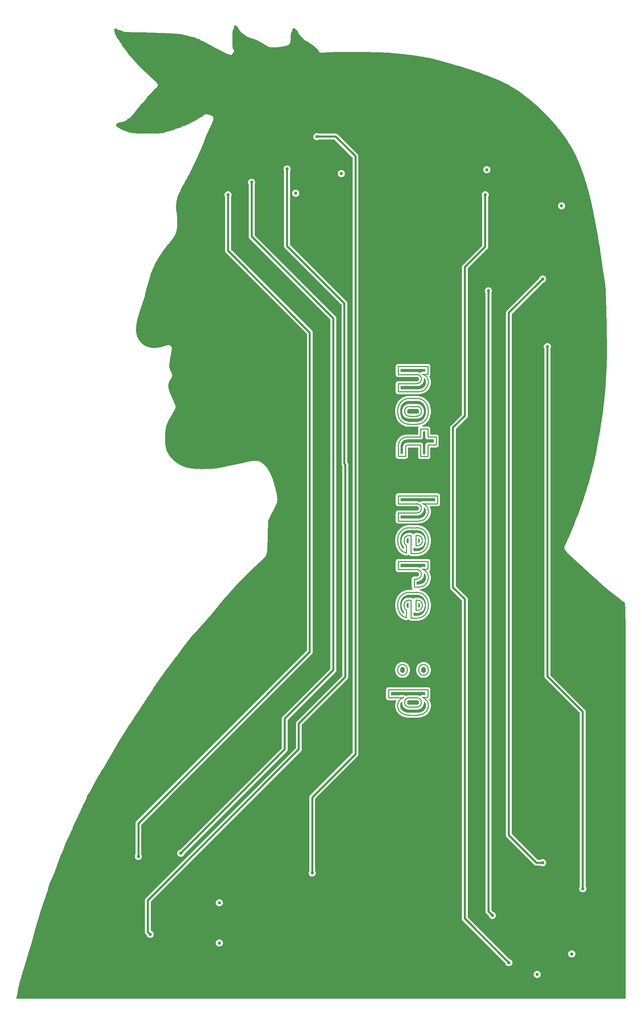
<source format=gtl>
G04 #@! TF.GenerationSoftware,KiCad,Pcbnew,7.0.1*
G04 #@! TF.CreationDate,2023-05-15T13:30:28+02:00*
G04 #@! TF.ProjectId,flagfabber,666c6167-6661-4626-9265-722e6b696361,rev?*
G04 #@! TF.SameCoordinates,Original*
G04 #@! TF.FileFunction,Copper,L1,Top*
G04 #@! TF.FilePolarity,Positive*
%FSLAX46Y46*%
G04 Gerber Fmt 4.6, Leading zero omitted, Abs format (unit mm)*
G04 Created by KiCad (PCBNEW 7.0.1) date 2023-05-15 13:30:28*
%MOMM*%
%LPD*%
G01*
G04 APERTURE LIST*
G04 #@! TA.AperFunction,NonConductor*
%ADD10C,0.250000*%
G04 #@! TD*
G04 #@! TA.AperFunction,ViaPad*
%ADD11C,0.800000*%
G04 #@! TD*
G04 #@! TA.AperFunction,Conductor*
%ADD12C,0.500000*%
G04 #@! TD*
G04 APERTURE END LIST*
D10*
X180043991Y-147763206D02*
G75*
G03*
X179708465Y-148660379I819209J-817696D01*
G01*
X181010364Y-147455016D02*
G75*
G03*
X180043997Y-147763212I-93464J-1376086D01*
G01*
X182653427Y-147455037D02*
X181010363Y-147455037D01*
X183619785Y-147763224D02*
G75*
G03*
X182653427Y-147455037I-872885J-1067878D01*
G01*
X183955320Y-148660379D02*
G75*
G03*
X183619794Y-147763212I-1154720J79477D01*
G01*
X183640696Y-149530172D02*
G75*
G03*
X183955326Y-148660379I-845296J797570D01*
G01*
X182722624Y-149838390D02*
G75*
G03*
X183640714Y-149530189I88976J1256488D01*
G01*
X180941165Y-149838365D02*
X182722626Y-149838365D01*
X180030344Y-149530160D02*
G75*
G03*
X180941165Y-149838365I830256J953658D01*
G01*
X179708495Y-148660381D02*
G75*
G03*
X180030318Y-149530189I1145205J-70721D01*
G01*
X175600000Y-147455037D02*
X175600000Y-145400000D01*
X177655037Y-147455037D02*
X175600000Y-147455037D01*
X179407531Y-147398712D02*
X177655037Y-147455037D01*
X179407535Y-147398726D02*
G75*
G03*
X178318861Y-148180817I695265J-2116576D01*
G01*
X178318844Y-148180806D02*
G75*
G03*
X177928613Y-149453749I1708356J-1219996D01*
G01*
X177928581Y-149453748D02*
G75*
G03*
X178305182Y-150727486I2193319J-44054D01*
G01*
X178305188Y-150727481D02*
G75*
G03*
X179346379Y-151583617I2057612J1441179D01*
G01*
X179346387Y-151583600D02*
G75*
G03*
X180873575Y-151891791I1457413J3283998D01*
G01*
X182791825Y-151891792D02*
X180873575Y-151891792D01*
X182791825Y-151891803D02*
G75*
G03*
X184324654Y-151583616I78475J3575701D01*
G01*
X184324651Y-151583610D02*
G75*
G03*
X185359414Y-150727486I-1035451J2304908D01*
G01*
X185359422Y-150727491D02*
G75*
G03*
X185736788Y-149453749I-1812622J1229789D01*
G01*
X185736807Y-149453750D02*
G75*
G03*
X185339297Y-148166335I-2095207J58148D01*
G01*
X185339293Y-148166338D02*
G75*
G03*
X184228902Y-147385839I-1793793J-1371864D01*
G01*
X185598390Y-147385838D02*
X184228902Y-147385838D01*
X185598390Y-145400000D02*
X185598390Y-147385838D01*
X175600000Y-145400000D02*
X185598390Y-145400000D01*
X177928590Y-140387124D02*
G75*
G03*
X178270582Y-141380045I1418510J-66778D01*
G01*
X178270601Y-141380027D02*
G75*
G03*
X179161313Y-141756613I850399J769725D01*
G01*
X179161314Y-141756586D02*
G75*
G03*
X180058479Y-141380045I48686J1141084D01*
G01*
X180058490Y-141380053D02*
G75*
G03*
X180394013Y-140387125I-1099690J924751D01*
G01*
X180394028Y-140387126D02*
G75*
G03*
X180058480Y-139392597I-1437628J68824D01*
G01*
X180058515Y-139392565D02*
G75*
G03*
X179161313Y-139016028I-848515J-764637D01*
G01*
X179161313Y-139016024D02*
G75*
G03*
X178270583Y-139392598I-40313J-1146378D01*
G01*
X178270579Y-139392595D02*
G75*
G03*
X177928613Y-140387125I1078821J-927007D01*
G01*
X183269796Y-140387126D02*
G75*
G03*
X183612552Y-141380045I1416404J-66676D01*
G01*
X183612535Y-141380060D02*
G75*
G03*
X184504087Y-141756614I851465J772258D01*
G01*
X184504088Y-141756601D02*
G75*
G03*
X185400449Y-141380044I47612J1141799D01*
G01*
X185400445Y-141380041D02*
G75*
G03*
X185736788Y-140387125I-1096745J924939D01*
G01*
X185736775Y-140387124D02*
G75*
G03*
X185400449Y-139392597I-1435375J68722D01*
G01*
X185400450Y-139392597D02*
G75*
G03*
X184504087Y-139016028I-848750J-765205D01*
G01*
X184504085Y-139016072D02*
G75*
G03*
X183612553Y-139392598I-40085J-1148830D01*
G01*
X183612571Y-139392613D02*
G75*
G03*
X183269778Y-140387125I1075929J-927189D01*
G01*
X183818561Y-122956294D02*
G75*
G03*
X182722626Y-122620792I-999961J-1308708D01*
G01*
X184216054Y-123962924D02*
G75*
G03*
X183818538Y-122956324I-1239954J92122D01*
G01*
X183832212Y-124955835D02*
G75*
G03*
X184216027Y-123962922I-835312J893533D01*
G01*
X182749984Y-125277691D02*
G75*
G03*
X183832217Y-124955841I102916J1634389D01*
G01*
X182571355Y-125277695D02*
X182749984Y-125277695D01*
X182543997Y-122620791D02*
X182571355Y-125277695D01*
X182722626Y-122620791D02*
X182543997Y-122620791D01*
X177928620Y-123962922D02*
G75*
G03*
X178531284Y-126045317I3542480J-103180D01*
G01*
X178531287Y-126045315D02*
G75*
G03*
X180120437Y-127126745I2131113J1423313D01*
G01*
X180120437Y-125113550D02*
X180120437Y-127126746D01*
X179709260Y-124729742D02*
G75*
G03*
X180120437Y-125113549I546240J173040D01*
G01*
X179571688Y-123962922D02*
G75*
G03*
X179709270Y-124729739I1976212J-41180D01*
G01*
X179900786Y-122956336D02*
G75*
G03*
X179571678Y-123962922I1050514J-900566D01*
G01*
X179903349Y-122953708D02*
X179900772Y-122956324D01*
X179905938Y-122951102D02*
X179903349Y-122953708D01*
X179908538Y-122948506D02*
X179905938Y-122951102D01*
X179911150Y-122945921D02*
X179908538Y-122948506D01*
X179913773Y-122943345D02*
X179911150Y-122945921D01*
X179916408Y-122940780D02*
X179913773Y-122943345D01*
X179919055Y-122938225D02*
X179916408Y-122940780D01*
X179921714Y-122935681D02*
X179919055Y-122938225D01*
X179924384Y-122933147D02*
X179921714Y-122935681D01*
X179927066Y-122930622D02*
X179924384Y-122933147D01*
X179929759Y-122928109D02*
X179927066Y-122930622D01*
X179932465Y-122925605D02*
X179929759Y-122928109D01*
X179935181Y-122923112D02*
X179932465Y-122925605D01*
X179937910Y-122920629D02*
X179935181Y-122923112D01*
X179940650Y-122918156D02*
X179937910Y-122920629D01*
X179943402Y-122915693D02*
X179940650Y-122918156D01*
X179946166Y-122913241D02*
X179943402Y-122915693D01*
X179948941Y-122910799D02*
X179946166Y-122913241D01*
X179951728Y-122908367D02*
X179948941Y-122910799D01*
X179954526Y-122905945D02*
X179951728Y-122908367D01*
X179957336Y-122903533D02*
X179954526Y-122905945D01*
X179960158Y-122901132D02*
X179957336Y-122903533D01*
X179962992Y-122898741D02*
X179960158Y-122901132D01*
X179965837Y-122896361D02*
X179962992Y-122898741D01*
X179968694Y-122893990D02*
X179965837Y-122896361D01*
X179971562Y-122891630D02*
X179968694Y-122893990D01*
X179974442Y-122889280D02*
X179971562Y-122891630D01*
X179977334Y-122886940D02*
X179974442Y-122889280D01*
X179980237Y-122884611D02*
X179977334Y-122886940D01*
X179983153Y-122882291D02*
X179980237Y-122884611D01*
X179986079Y-122879982D02*
X179983153Y-122882291D01*
X179989018Y-122877684D02*
X179986079Y-122879982D01*
X179991968Y-122875395D02*
X179989018Y-122877684D01*
X179994930Y-122873117D02*
X179991968Y-122875395D01*
X179997903Y-122870849D02*
X179994930Y-122873117D01*
X180000888Y-122868591D02*
X179997903Y-122870849D01*
X180003885Y-122866343D02*
X180000888Y-122868591D01*
X180006894Y-122864106D02*
X180003885Y-122866343D01*
X180009914Y-122861879D02*
X180006894Y-122864106D01*
X180012946Y-122859662D02*
X180009914Y-122861879D01*
X180015989Y-122857455D02*
X180012946Y-122859662D01*
X180019044Y-122855259D02*
X180015989Y-122857455D01*
X180022111Y-122853073D02*
X180019044Y-122855259D01*
X180025189Y-122850897D02*
X180022111Y-122853073D01*
X180028279Y-122848731D02*
X180025189Y-122850897D01*
X180031381Y-122846575D02*
X180028279Y-122848731D01*
X180034495Y-122844430D02*
X180031381Y-122846575D01*
X180037620Y-122842295D02*
X180034495Y-122844430D01*
X180040756Y-122840171D02*
X180037620Y-122842295D01*
X180043905Y-122838056D02*
X180040756Y-122840171D01*
X180047065Y-122835952D02*
X180043905Y-122838056D01*
X180050237Y-122833858D02*
X180047065Y-122835952D01*
X180053420Y-122831774D02*
X180050237Y-122833858D01*
X180056615Y-122829701D02*
X180053420Y-122831774D01*
X180059822Y-122827637D02*
X180056615Y-122829701D01*
X180063040Y-122825584D02*
X180059822Y-122827637D01*
X180066270Y-122823541D02*
X180063040Y-122825584D01*
X180069512Y-122821509D02*
X180066270Y-122823541D01*
X180072766Y-122819486D02*
X180069512Y-122821509D01*
X180076031Y-122817474D02*
X180072766Y-122819486D01*
X180079307Y-122815473D02*
X180076031Y-122817474D01*
X180082596Y-122813481D02*
X180079307Y-122815473D01*
X180085896Y-122811500D02*
X180082596Y-122813481D01*
X180089207Y-122809528D02*
X180085896Y-122811500D01*
X180092531Y-122807568D02*
X180089207Y-122809528D01*
X180095866Y-122805617D02*
X180092531Y-122807568D01*
X180099213Y-122803676D02*
X180095866Y-122805617D01*
X180102571Y-122801746D02*
X180099213Y-122803676D01*
X180105941Y-122799826D02*
X180102571Y-122801746D01*
X180109323Y-122797917D02*
X180105941Y-122799826D01*
X180112716Y-122796017D02*
X180109323Y-122797917D01*
X180116121Y-122794128D02*
X180112716Y-122796017D01*
X180119538Y-122792249D02*
X180116121Y-122794128D01*
X180122966Y-122790380D02*
X180119538Y-122792249D01*
X180126406Y-122788522D02*
X180122966Y-122790380D01*
X180129858Y-122786674D02*
X180126406Y-122788522D01*
X180133321Y-122784836D02*
X180129858Y-122786674D01*
X180136796Y-122783008D02*
X180133321Y-122784836D01*
X180140283Y-122781190D02*
X180136796Y-122783008D01*
X180143781Y-122779383D02*
X180140283Y-122781190D01*
X180147291Y-122777586D02*
X180143781Y-122779383D01*
X180150813Y-122775799D02*
X180147291Y-122777586D01*
X180154346Y-122774022D02*
X180150813Y-122775799D01*
X180157891Y-122772256D02*
X180154346Y-122774022D01*
X180161448Y-122770500D02*
X180157891Y-122772256D01*
X180165016Y-122768754D02*
X180161448Y-122770500D01*
X180168596Y-122767019D02*
X180165016Y-122768754D01*
X180172188Y-122765293D02*
X180168596Y-122767019D01*
X180175791Y-122763578D02*
X180172188Y-122765293D01*
X180179406Y-122761873D02*
X180175791Y-122763578D01*
X180183033Y-122760178D02*
X180179406Y-122761873D01*
X180186671Y-122758494D02*
X180183033Y-122760178D01*
X180190321Y-122756820D02*
X180186671Y-122758494D01*
X180193983Y-122755156D02*
X180190321Y-122756820D01*
X180197656Y-122753502D02*
X180193983Y-122755156D01*
X180201341Y-122751859D02*
X180197656Y-122753502D01*
X180205037Y-122750226D02*
X180201341Y-122751859D01*
X180208746Y-122748603D02*
X180205037Y-122750226D01*
X180212466Y-122746990D02*
X180208746Y-122748603D01*
X180216197Y-122745387D02*
X180212466Y-122746990D01*
X180219941Y-122743795D02*
X180216197Y-122745387D01*
X180223696Y-122742213D02*
X180219941Y-122743795D01*
X180227462Y-122740641D02*
X180223696Y-122742213D01*
X180231240Y-122739080D02*
X180227462Y-122740641D01*
X180235030Y-122737528D02*
X180231240Y-122739080D01*
X180238832Y-122735987D02*
X180235030Y-122737528D01*
X180242645Y-122734456D02*
X180238832Y-122735987D01*
X180246470Y-122732936D02*
X180242645Y-122734456D01*
X180250307Y-122731426D02*
X180246470Y-122732936D01*
X180254155Y-122729925D02*
X180250307Y-122731426D01*
X180258015Y-122728436D02*
X180254155Y-122729925D01*
X180261886Y-122726956D02*
X180258015Y-122728436D01*
X180265770Y-122725487D02*
X180261886Y-122726956D01*
X180269665Y-122724027D02*
X180265770Y-122725487D01*
X180273571Y-122722578D02*
X180269665Y-122724027D01*
X180277489Y-122721140D02*
X180273571Y-122722578D01*
X180281419Y-122719711D02*
X180277489Y-122721140D01*
X180285361Y-122718293D02*
X180281419Y-122719711D01*
X180289314Y-122716885D02*
X180285361Y-122718293D01*
X180293279Y-122715488D02*
X180289314Y-122716885D01*
X180297256Y-122714100D02*
X180293279Y-122715488D01*
X180301244Y-122712723D02*
X180297256Y-122714100D01*
X180305244Y-122711356D02*
X180301244Y-122712723D01*
X180309255Y-122709999D02*
X180305244Y-122711356D01*
X180313278Y-122708653D02*
X180309255Y-122709999D01*
X180317313Y-122707316D02*
X180313278Y-122708653D01*
X180321360Y-122705990D02*
X180317313Y-122707316D01*
X180325418Y-122704674D02*
X180321360Y-122705990D01*
X180329488Y-122703369D02*
X180325418Y-122704674D01*
X180333569Y-122702074D02*
X180329488Y-122703369D01*
X180337663Y-122700789D02*
X180333569Y-122702074D01*
X180341768Y-122699514D02*
X180337663Y-122700789D01*
X180345884Y-122698249D02*
X180341768Y-122699514D01*
X180350012Y-122696995D02*
X180345884Y-122698249D01*
X180354152Y-122695751D02*
X180350012Y-122696995D01*
X180358304Y-122694517D02*
X180354152Y-122695751D01*
X180362467Y-122693293D02*
X180358304Y-122694517D01*
X180366642Y-122692080D02*
X180362467Y-122693293D01*
X180370828Y-122690877D02*
X180366642Y-122692080D01*
X180375026Y-122689684D02*
X180370828Y-122690877D01*
X180379236Y-122688501D02*
X180375026Y-122689684D01*
X180383458Y-122687329D02*
X180379236Y-122688501D01*
X180387691Y-122686166D02*
X180383458Y-122687329D01*
X180391936Y-122685014D02*
X180387691Y-122686166D01*
X180396192Y-122683873D02*
X180391936Y-122685014D01*
X180400460Y-122682741D02*
X180396192Y-122683873D01*
X180404740Y-122681620D02*
X180400460Y-122682741D01*
X180409032Y-122680509D02*
X180404740Y-122681620D01*
X180413335Y-122679408D02*
X180409032Y-122680509D01*
X180417649Y-122678318D02*
X180413335Y-122679408D01*
X180421976Y-122677237D02*
X180417649Y-122678318D01*
X180426314Y-122676167D02*
X180421976Y-122677237D01*
X180430664Y-122675108D02*
X180426314Y-122676167D01*
X180435025Y-122674058D02*
X180430664Y-122675108D01*
X180439398Y-122673019D02*
X180435025Y-122674058D01*
X180443783Y-122671990D02*
X180439398Y-122673019D01*
X180448180Y-122670971D02*
X180443783Y-122671990D01*
X180452588Y-122669962D02*
X180448180Y-122670971D01*
X180457008Y-122668964D02*
X180452588Y-122669962D01*
X180461439Y-122667976D02*
X180457008Y-122668964D01*
X180465882Y-122666998D02*
X180461439Y-122667976D01*
X180470337Y-122666030D02*
X180465882Y-122666998D01*
X180474803Y-122665073D02*
X180470337Y-122666030D01*
X180479281Y-122664125D02*
X180474803Y-122665073D01*
X180483771Y-122663189D02*
X180479281Y-122664125D01*
X180488273Y-122662262D02*
X180483771Y-122663189D01*
X180492786Y-122661345D02*
X180488273Y-122662262D01*
X180497311Y-122660439D02*
X180492786Y-122661345D01*
X180501847Y-122659543D02*
X180497311Y-122660439D01*
X180506395Y-122658658D02*
X180501847Y-122659543D01*
X180510955Y-122657782D02*
X180506395Y-122658658D01*
X180515526Y-122656917D02*
X180510955Y-122657782D01*
X180520109Y-122656062D02*
X180515526Y-122656917D01*
X180524704Y-122655217D02*
X180520109Y-122656062D01*
X180529310Y-122654382D02*
X180524704Y-122655217D01*
X180533928Y-122653558D02*
X180529310Y-122654382D01*
X180538558Y-122652744D02*
X180533928Y-122653558D01*
X180543200Y-122651940D02*
X180538558Y-122652744D01*
X180547853Y-122651147D02*
X180543200Y-122651940D01*
X180552517Y-122650363D02*
X180547853Y-122651147D01*
X180557194Y-122649590D02*
X180552517Y-122650363D01*
X180561882Y-122648827D02*
X180557194Y-122649590D01*
X180566582Y-122648075D02*
X180561882Y-122648827D01*
X180571293Y-122647332D02*
X180566582Y-122648075D01*
X180576016Y-122646600D02*
X180571293Y-122647332D01*
X180580751Y-122645878D02*
X180576016Y-122646600D01*
X180585497Y-122645167D02*
X180580751Y-122645878D01*
X180590255Y-122644465D02*
X180585497Y-122645167D01*
X180595025Y-122643774D02*
X180590255Y-122644465D01*
X180599806Y-122643093D02*
X180595025Y-122643774D01*
X180604599Y-122642423D02*
X180599806Y-122643093D01*
X180609404Y-122641762D02*
X180604599Y-122642423D01*
X180614220Y-122641112D02*
X180609404Y-122641762D01*
X180619048Y-122640472D02*
X180614220Y-122641112D01*
X180623888Y-122639842D02*
X180619048Y-122640472D01*
X180628739Y-122639223D02*
X180623888Y-122639842D01*
X180633602Y-122638613D02*
X180628739Y-122639223D01*
X180638477Y-122638014D02*
X180633602Y-122638613D01*
X180643363Y-122637426D02*
X180638477Y-122638014D01*
X180648261Y-122636847D02*
X180643363Y-122637426D01*
X180653171Y-122636279D02*
X180648261Y-122636847D01*
X180658092Y-122635721D02*
X180653171Y-122636279D01*
X180663025Y-122635173D02*
X180658092Y-122635721D01*
X180667970Y-122634635D02*
X180663025Y-122635173D01*
X180672926Y-122634108D02*
X180667970Y-122634635D01*
X180677894Y-122633591D02*
X180672926Y-122634108D01*
X180682874Y-122633084D02*
X180677894Y-122633591D01*
X180687865Y-122632587D02*
X180682874Y-122633084D01*
X180692868Y-122632101D02*
X180687865Y-122632587D01*
X180697883Y-122631625D02*
X180692868Y-122632101D01*
X180702909Y-122631159D02*
X180697883Y-122631625D01*
X180707947Y-122630703D02*
X180702909Y-122631159D01*
X180712997Y-122630258D02*
X180707947Y-122630703D01*
X180718058Y-122629823D02*
X180712997Y-122630258D01*
X180723131Y-122629398D02*
X180718058Y-122629823D01*
X180728216Y-122628983D02*
X180723131Y-122629398D01*
X180733312Y-122628579D02*
X180728216Y-122628983D01*
X180738420Y-122628184D02*
X180733312Y-122628579D01*
X180743539Y-122627800D02*
X180738420Y-122628184D01*
X180748671Y-122627427D02*
X180743539Y-122627800D01*
X180753814Y-122627063D02*
X180748671Y-122627427D01*
X180758968Y-122626710D02*
X180753814Y-122627063D01*
X180764134Y-122626367D02*
X180758968Y-122626710D01*
X180769312Y-122626034D02*
X180764134Y-122626367D01*
X180774502Y-122625711D02*
X180769312Y-122626034D01*
X180779703Y-122625399D02*
X180774502Y-122625711D01*
X180784916Y-122625097D02*
X180779703Y-122625399D01*
X180790141Y-122624805D02*
X180784916Y-122625097D01*
X180795377Y-122624524D02*
X180790141Y-122624805D01*
X180800625Y-122624252D02*
X180795377Y-122624524D01*
X180805885Y-122623991D02*
X180800625Y-122624252D01*
X180811156Y-122623740D02*
X180805885Y-122623991D01*
X180816439Y-122623500D02*
X180811156Y-122623740D01*
X180821733Y-122623269D02*
X180816439Y-122623500D01*
X180827039Y-122623049D02*
X180821733Y-122623269D01*
X180832357Y-122622839D02*
X180827039Y-122623049D01*
X180837687Y-122622640D02*
X180832357Y-122622839D01*
X180843028Y-122622450D02*
X180837687Y-122622640D01*
X180848381Y-122622271D02*
X180843028Y-122622450D01*
X180853746Y-122622102D02*
X180848381Y-122622271D01*
X180859122Y-122621943D02*
X180853746Y-122622102D01*
X180864510Y-122621795D02*
X180859122Y-122621943D01*
X180869909Y-122621657D02*
X180864510Y-122621795D01*
X180875320Y-122621529D02*
X180869909Y-122621657D01*
X180880743Y-122621411D02*
X180875320Y-122621529D01*
X180886178Y-122621303D02*
X180880743Y-122621411D01*
X180891624Y-122621206D02*
X180886178Y-122621303D01*
X180897082Y-122621119D02*
X180891624Y-122621206D01*
X180902551Y-122621042D02*
X180897082Y-122621119D01*
X180908033Y-122620976D02*
X180902551Y-122621042D01*
X180913526Y-122620919D02*
X180908033Y-122620976D01*
X180919030Y-122620873D02*
X180913526Y-122620919D01*
X180924546Y-122620837D02*
X180919030Y-122620873D01*
X180930074Y-122620812D02*
X180924546Y-122620837D01*
X180935614Y-122620796D02*
X180930074Y-122620812D01*
X180941165Y-122620791D02*
X180935614Y-122620796D01*
X181325780Y-122620791D02*
X180941165Y-122620791D01*
X181325780Y-127236176D02*
X181325780Y-122620791D01*
X182722626Y-127236176D02*
X181325780Y-127236176D01*
X182722626Y-127236164D02*
G75*
G03*
X184304538Y-126832249I68974J3029562D01*
G01*
X184304552Y-126832272D02*
G75*
G03*
X185359414Y-125695300I-1418052J2373470D01*
G01*
X185359433Y-125695309D02*
G75*
G03*
X185736788Y-123962922I-3360133J1639207D01*
G01*
X185736795Y-123962922D02*
G75*
G03*
X185359414Y-122216865I-3822595J87620D01*
G01*
X185359409Y-122216867D02*
G75*
G03*
X184304538Y-121066237I-2468309J-1204035D01*
G01*
X184304545Y-121066225D02*
G75*
G03*
X182722626Y-120662310I-1512945J-2625677D01*
G01*
X180941165Y-120662310D02*
X182722626Y-120662310D01*
X180941165Y-120662295D02*
G75*
G03*
X179360058Y-121066238I-67865J-3030707D01*
G01*
X179360067Y-121066253D02*
G75*
G03*
X178305181Y-122216865I1408133J-2349849D01*
G01*
X178305188Y-122216869D02*
G75*
G03*
X177928613Y-123962922I3452912J-1658333D01*
G01*
X178065400Y-114854457D02*
X178065400Y-112799420D01*
X182558480Y-114854457D02*
X178065400Y-114854457D01*
X183592448Y-115169053D02*
G75*
G03*
X182558480Y-114854457I-934048J-1213449D01*
G01*
X183955350Y-116059801D02*
G75*
G03*
X183592436Y-115169069I-1113550J65599D01*
G01*
X183633459Y-116949714D02*
G75*
G03*
X183955325Y-116059800I-865259J816112D01*
G01*
X182722626Y-117265138D02*
G75*
G03*
X183633472Y-116949725I79174J1244236D01*
G01*
X182106276Y-117265143D02*
X182722626Y-117265143D01*
X182106276Y-119320180D02*
X182106276Y-117265143D01*
X182859414Y-119320180D02*
X182106276Y-119320180D01*
X182869891Y-119320170D02*
X182859414Y-119320180D01*
X182880350Y-119320140D02*
X182869891Y-119320170D01*
X182890791Y-119320091D02*
X182880350Y-119320140D01*
X182901215Y-119320022D02*
X182890791Y-119320091D01*
X182911622Y-119319934D02*
X182901215Y-119320022D01*
X182922011Y-119319826D02*
X182911622Y-119319934D01*
X182932382Y-119319698D02*
X182922011Y-119319826D01*
X182942736Y-119319550D02*
X182932382Y-119319698D01*
X182953072Y-119319383D02*
X182942736Y-119319550D01*
X182963391Y-119319196D02*
X182953072Y-119319383D01*
X182973693Y-119318990D02*
X182963391Y-119319196D01*
X182983976Y-119318764D02*
X182973693Y-119318990D01*
X182994243Y-119318518D02*
X182983976Y-119318764D01*
X183004491Y-119318252D02*
X182994243Y-119318518D01*
X183014722Y-119317967D02*
X183004491Y-119318252D01*
X183024936Y-119317662D02*
X183014722Y-119317967D01*
X183035132Y-119317338D02*
X183024936Y-119317662D01*
X183045311Y-119316993D02*
X183035132Y-119317338D01*
X183055472Y-119316630D02*
X183045311Y-119316993D01*
X183065615Y-119316246D02*
X183055472Y-119316630D01*
X183075741Y-119315843D02*
X183065615Y-119316246D01*
X183085850Y-119315420D02*
X183075741Y-119315843D01*
X183095941Y-119314977D02*
X183085850Y-119315420D01*
X183106014Y-119314515D02*
X183095941Y-119314977D01*
X183116070Y-119314033D02*
X183106014Y-119314515D01*
X183126108Y-119313532D02*
X183116070Y-119314033D01*
X183136129Y-119313010D02*
X183126108Y-119313532D01*
X183146132Y-119312470D02*
X183136129Y-119313010D01*
X183156118Y-119311909D02*
X183146132Y-119312470D01*
X183166086Y-119311329D02*
X183156118Y-119311909D01*
X183176037Y-119310729D02*
X183166086Y-119311329D01*
X183185970Y-119310109D02*
X183176037Y-119310729D01*
X183195885Y-119309470D02*
X183185970Y-119310109D01*
X183205783Y-119308811D02*
X183195885Y-119309470D01*
X183215664Y-119308133D02*
X183205783Y-119308811D01*
X183225527Y-119307434D02*
X183215664Y-119308133D01*
X183235372Y-119306716D02*
X183225527Y-119307434D01*
X183245200Y-119305979D02*
X183235372Y-119306716D01*
X183255011Y-119305222D02*
X183245200Y-119305979D01*
X183264804Y-119304445D02*
X183255011Y-119305222D01*
X183274579Y-119303648D02*
X183264804Y-119304445D01*
X183284337Y-119302832D02*
X183274579Y-119303648D01*
X183294077Y-119301996D02*
X183284337Y-119302832D01*
X183303800Y-119301140D02*
X183294077Y-119301996D01*
X183313505Y-119300265D02*
X183303800Y-119301140D01*
X183323193Y-119299370D02*
X183313505Y-119300265D01*
X183332863Y-119298455D02*
X183323193Y-119299370D01*
X183342515Y-119297521D02*
X183332863Y-119298455D01*
X183352150Y-119296567D02*
X183342515Y-119297521D01*
X183361768Y-119295594D02*
X183352150Y-119296567D01*
X183371368Y-119294600D02*
X183361768Y-119295594D01*
X183380950Y-119293587D02*
X183371368Y-119294600D01*
X183390515Y-119292555D02*
X183380950Y-119293587D01*
X183400063Y-119291502D02*
X183390515Y-119292555D01*
X183409593Y-119290430D02*
X183400063Y-119291502D01*
X183419105Y-119289339D02*
X183409593Y-119290430D01*
X183428600Y-119288228D02*
X183419105Y-119289339D01*
X183438077Y-119287097D02*
X183428600Y-119288228D01*
X183447537Y-119285946D02*
X183438077Y-119287097D01*
X183456979Y-119284776D02*
X183447537Y-119285946D01*
X183466404Y-119283586D02*
X183456979Y-119284776D01*
X183475811Y-119282376D02*
X183466404Y-119283586D01*
X183485200Y-119281147D02*
X183475811Y-119282376D01*
X183494572Y-119279898D02*
X183485200Y-119281147D01*
X183503927Y-119278629D02*
X183494572Y-119279898D01*
X183513264Y-119277341D02*
X183503927Y-119278629D01*
X183522583Y-119276033D02*
X183513264Y-119277341D01*
X183531885Y-119274705D02*
X183522583Y-119276033D01*
X183541170Y-119273358D02*
X183531885Y-119274705D01*
X183550437Y-119271991D02*
X183541170Y-119273358D01*
X183559686Y-119270604D02*
X183550437Y-119271991D01*
X183568918Y-119269198D02*
X183559686Y-119270604D01*
X183578132Y-119267772D02*
X183568918Y-119269198D01*
X183587329Y-119266326D02*
X183578132Y-119267772D01*
X183596508Y-119264861D02*
X183587329Y-119266326D01*
X183605670Y-119263376D02*
X183596508Y-119264861D01*
X183614814Y-119261871D02*
X183605670Y-119263376D01*
X183623940Y-119260347D02*
X183614814Y-119261871D01*
X183633050Y-119258803D02*
X183623940Y-119260347D01*
X183642141Y-119257239D02*
X183633050Y-119258803D01*
X183651215Y-119255656D02*
X183642141Y-119257239D01*
X183660272Y-119254053D02*
X183651215Y-119255656D01*
X183669311Y-119252430D02*
X183660272Y-119254053D01*
X183678332Y-119250788D02*
X183669311Y-119252430D01*
X183687336Y-119249126D02*
X183678332Y-119250788D01*
X183696322Y-119247444D02*
X183687336Y-119249126D01*
X183705291Y-119245743D02*
X183696322Y-119247444D01*
X183714242Y-119244022D02*
X183705291Y-119245743D01*
X183723176Y-119242281D02*
X183714242Y-119244022D01*
X183732092Y-119240521D02*
X183723176Y-119242281D01*
X183740991Y-119238740D02*
X183732092Y-119240521D01*
X183749872Y-119236941D02*
X183740991Y-119238740D01*
X183758736Y-119235121D02*
X183749872Y-119236941D01*
X183767582Y-119233282D02*
X183758736Y-119235121D01*
X183776410Y-119231424D02*
X183767582Y-119233282D01*
X183785222Y-119229545D02*
X183776410Y-119231424D01*
X183794015Y-119227647D02*
X183785222Y-119229545D01*
X183802791Y-119225729D02*
X183794015Y-119227647D01*
X183811549Y-119223792D02*
X183802791Y-119225729D01*
X183820290Y-119221835D02*
X183811549Y-119223792D01*
X183829014Y-119219858D02*
X183820290Y-119221835D01*
X183837720Y-119217862D02*
X183829014Y-119219858D01*
X183846408Y-119215846D02*
X183837720Y-119217862D01*
X183855079Y-119213810D02*
X183846408Y-119215846D01*
X183863732Y-119211755D02*
X183855079Y-119213810D01*
X183872368Y-119209680D02*
X183863732Y-119211755D01*
X183880986Y-119207585D02*
X183872368Y-119209680D01*
X183889586Y-119205470D02*
X183880986Y-119207585D01*
X183898169Y-119203336D02*
X183889586Y-119205470D01*
X183906735Y-119201183D02*
X183898169Y-119203336D01*
X183915283Y-119199009D02*
X183906735Y-119201183D01*
X183923814Y-119196816D02*
X183915283Y-119199009D01*
X183932327Y-119194603D02*
X183923814Y-119196816D01*
X183940822Y-119192371D02*
X183932327Y-119194603D01*
X183949300Y-119190119D02*
X183940822Y-119192371D01*
X183957760Y-119187847D02*
X183949300Y-119190119D01*
X183966203Y-119185556D02*
X183957760Y-119187847D01*
X183974628Y-119183245D02*
X183966203Y-119185556D01*
X183983036Y-119180914D02*
X183974628Y-119183245D01*
X183991426Y-119178563D02*
X183983036Y-119180914D01*
X183999799Y-119176193D02*
X183991426Y-119178563D01*
X184008154Y-119173803D02*
X183999799Y-119176193D01*
X184016492Y-119171394D02*
X184008154Y-119173803D01*
X184024812Y-119168965D02*
X184016492Y-119171394D01*
X184033115Y-119166516D02*
X184024812Y-119168965D01*
X184041400Y-119164048D02*
X184033115Y-119166516D01*
X184049667Y-119161559D02*
X184041400Y-119164048D01*
X184057917Y-119159052D02*
X184049667Y-119161559D01*
X184066150Y-119156524D02*
X184057917Y-119159052D01*
X184074365Y-119153977D02*
X184066150Y-119156524D01*
X184082562Y-119151410D02*
X184074365Y-119153977D01*
X184090742Y-119148824D02*
X184082562Y-119151410D01*
X184098904Y-119146218D02*
X184090742Y-119148824D01*
X184107049Y-119143592D02*
X184098904Y-119146218D01*
X184115176Y-119140946D02*
X184107049Y-119143592D01*
X184123286Y-119138281D02*
X184115176Y-119140946D01*
X184131378Y-119135596D02*
X184123286Y-119138281D01*
X184139453Y-119132892D02*
X184131378Y-119135596D01*
X184147510Y-119130168D02*
X184139453Y-119132892D01*
X184155550Y-119127424D02*
X184147510Y-119130168D01*
X184163572Y-119124661D02*
X184155550Y-119127424D01*
X184171576Y-119121877D02*
X184163572Y-119124661D01*
X184179563Y-119119075D02*
X184171576Y-119121877D01*
X184187533Y-119116252D02*
X184179563Y-119119075D01*
X184195485Y-119113410D02*
X184187533Y-119116252D01*
X184203419Y-119110548D02*
X184195485Y-119113410D01*
X184211336Y-119107667D02*
X184203419Y-119110548D01*
X184219235Y-119104765D02*
X184211336Y-119107667D01*
X184227117Y-119101845D02*
X184219235Y-119104765D01*
X184234981Y-119098904D02*
X184227117Y-119101845D01*
X184242828Y-119095944D02*
X184234981Y-119098904D01*
X184250657Y-119092964D02*
X184242828Y-119095944D01*
X184258469Y-119089964D02*
X184250657Y-119092964D01*
X184266263Y-119086945D02*
X184258469Y-119089964D01*
X184274040Y-119083906D02*
X184266263Y-119086945D01*
X184281799Y-119080848D02*
X184274040Y-119083906D01*
X184289540Y-119077770D02*
X184281799Y-119080848D01*
X184297264Y-119074672D02*
X184289540Y-119077770D01*
X184304971Y-119071554D02*
X184297264Y-119074672D01*
X184312660Y-119068417D02*
X184304971Y-119071554D01*
X184320331Y-119065260D02*
X184312660Y-119068417D01*
X184327985Y-119062084D02*
X184320331Y-119065260D01*
X184335621Y-119058888D02*
X184327985Y-119062084D01*
X184343240Y-119055672D02*
X184335621Y-119058888D01*
X184350841Y-119052436D02*
X184343240Y-119055672D01*
X184358425Y-119049181D02*
X184350841Y-119052436D01*
X184365991Y-119045906D02*
X184358425Y-119049181D01*
X184373540Y-119042611D02*
X184365991Y-119045906D01*
X184381071Y-119039297D02*
X184373540Y-119042611D01*
X184388585Y-119035963D02*
X184381071Y-119039297D01*
X184396081Y-119032610D02*
X184388585Y-119035963D01*
X184403559Y-119029237D02*
X184396081Y-119032610D01*
X184411020Y-119025844D02*
X184403559Y-119029237D01*
X184418464Y-119022431D02*
X184411020Y-119025844D01*
X184425890Y-119018999D02*
X184418464Y-119022431D01*
X184433298Y-119015547D02*
X184425890Y-119018999D01*
X184440689Y-119012075D02*
X184433298Y-119015547D01*
X184448062Y-119008584D02*
X184440689Y-119012075D01*
X184455418Y-119005073D02*
X184448062Y-119008584D01*
X184462757Y-119001543D02*
X184455418Y-119005073D01*
X184470077Y-118997992D02*
X184462757Y-119001543D01*
X184477381Y-118994423D02*
X184470077Y-118997992D01*
X184484666Y-118990833D02*
X184477381Y-118994423D01*
X184491934Y-118987224D02*
X184484666Y-118990833D01*
X184499185Y-118983595D02*
X184491934Y-118987224D01*
X184506418Y-118979946D02*
X184499185Y-118983595D01*
X184513634Y-118976278D02*
X184506418Y-118979946D01*
X184520832Y-118972590D02*
X184513634Y-118976278D01*
X184528012Y-118968882D02*
X184520832Y-118972590D01*
X184535175Y-118965155D02*
X184528012Y-118968882D01*
X184542321Y-118961408D02*
X184535175Y-118965155D01*
X184549448Y-118957642D02*
X184542321Y-118961408D01*
X184556559Y-118953855D02*
X184549448Y-118957642D01*
X184563652Y-118950049D02*
X184556559Y-118953855D01*
X184570727Y-118946224D02*
X184563652Y-118950049D01*
X184577785Y-118942378D02*
X184570727Y-118946224D01*
X184584825Y-118938514D02*
X184577785Y-118942378D01*
X184591848Y-118934629D02*
X184584825Y-118938514D01*
X184598853Y-118930725D02*
X184591848Y-118934629D01*
X184605840Y-118926801D02*
X184598853Y-118930725D01*
X184612811Y-118922857D02*
X184605840Y-118926801D01*
X184619763Y-118918894D02*
X184612811Y-118922857D01*
X184626698Y-118914911D02*
X184619763Y-118918894D01*
X184633616Y-118910908D02*
X184626698Y-118914911D01*
X184640516Y-118906886D02*
X184633616Y-118910908D01*
X184647398Y-118902844D02*
X184640516Y-118906886D01*
X184654263Y-118898782D02*
X184647398Y-118902844D01*
X184661110Y-118894701D02*
X184654263Y-118898782D01*
X184667940Y-118890600D02*
X184661110Y-118894701D01*
X184674753Y-118886479D02*
X184667940Y-118890600D01*
X184681547Y-118882339D02*
X184674753Y-118886479D01*
X184688325Y-118878179D02*
X184681547Y-118882339D01*
X184695084Y-118873999D02*
X184688325Y-118878179D01*
X184701826Y-118869800D02*
X184695084Y-118873999D01*
X184708551Y-118865581D02*
X184701826Y-118869800D01*
X184715258Y-118861342D02*
X184708551Y-118865581D01*
X184721948Y-118857084D02*
X184715258Y-118861342D01*
X184728620Y-118852806D02*
X184721948Y-118857084D01*
X184735274Y-118848508D02*
X184728620Y-118852806D01*
X184741911Y-118844191D02*
X184735274Y-118848508D01*
X184748531Y-118839854D02*
X184741911Y-118844191D01*
X184755133Y-118835497D02*
X184748531Y-118839854D01*
X184761717Y-118831121D02*
X184755133Y-118835497D01*
X184768284Y-118826725D02*
X184761717Y-118831121D01*
X184774833Y-118822309D02*
X184768284Y-118826725D01*
X184781365Y-118817874D02*
X184774833Y-118822309D01*
X184787879Y-118813419D02*
X184781365Y-118817874D01*
X184794376Y-118808944D02*
X184787879Y-118813419D01*
X184800855Y-118804450D02*
X184794376Y-118808944D01*
X184807317Y-118799936D02*
X184800855Y-118804450D01*
X184813761Y-118795402D02*
X184807317Y-118799936D01*
X184820188Y-118790849D02*
X184813761Y-118795402D01*
X184826597Y-118786276D02*
X184820188Y-118790849D01*
X184832988Y-118781683D02*
X184826597Y-118786276D01*
X184839362Y-118777071D02*
X184832988Y-118781683D01*
X184845719Y-118772439D02*
X184839362Y-118777071D01*
X184852058Y-118767787D02*
X184845719Y-118772439D01*
X184858379Y-118763116D02*
X184852058Y-118767787D01*
X184864683Y-118758425D02*
X184858379Y-118763116D01*
X184870969Y-118753714D02*
X184864683Y-118758425D01*
X184877238Y-118748983D02*
X184870969Y-118753714D01*
X184883489Y-118744233D02*
X184877238Y-118748983D01*
X184889723Y-118739464D02*
X184883489Y-118744233D01*
X184895939Y-118734674D02*
X184889723Y-118739464D01*
X184902138Y-118729865D02*
X184895939Y-118734674D01*
X184908319Y-118725036D02*
X184902138Y-118729865D01*
X184914483Y-118720188D02*
X184908319Y-118725036D01*
X184920629Y-118715320D02*
X184914483Y-118720188D01*
X184926757Y-118710432D02*
X184920629Y-118715320D01*
X184932868Y-118705525D02*
X184926757Y-118710432D01*
X184938962Y-118700598D02*
X184932868Y-118705525D01*
X184945038Y-118695651D02*
X184938962Y-118700598D01*
X184951096Y-118690685D02*
X184945038Y-118695651D01*
X184957137Y-118685699D02*
X184951096Y-118690685D01*
X184963160Y-118680693D02*
X184957137Y-118685699D01*
X184969166Y-118675667D02*
X184963160Y-118680693D01*
X184969168Y-118675669D02*
G75*
G03*
X185736787Y-116895011I-1429368J1671967D01*
G01*
X185736780Y-116895011D02*
G75*
G03*
X185318378Y-115504602I-2243280J83109D01*
G01*
X185318353Y-115504621D02*
G75*
G03*
X184174187Y-114785260I-1521553J-1150481D01*
G01*
X185598390Y-114785259D02*
X184174187Y-114785259D01*
X185598390Y-112799420D02*
X185598390Y-114785259D01*
X178065400Y-112799420D02*
X185598390Y-112799420D01*
X183818558Y-106519220D02*
G75*
G03*
X182722626Y-106183715I-999958J-1308682D01*
G01*
X184216035Y-107525845D02*
G75*
G03*
X183818537Y-106519247I-1239935J92143D01*
G01*
X183832200Y-108518745D02*
G75*
G03*
X184216028Y-107525844I-835300J893543D01*
G01*
X182749983Y-108840629D02*
G75*
G03*
X183832217Y-108518763I102917J1634327D01*
G01*
X182571355Y-108840618D02*
X182749984Y-108840618D01*
X182543997Y-106183714D02*
X182571355Y-108840618D01*
X182722626Y-106183714D02*
X182543997Y-106183714D01*
X177928608Y-107525844D02*
G75*
G03*
X178531284Y-109608239I3542492J-103158D01*
G01*
X178531279Y-109608242D02*
G75*
G03*
X180120437Y-110689668I2131121J1423340D01*
G01*
X180120437Y-108676472D02*
X180120437Y-110689668D01*
X179709245Y-108292669D02*
G75*
G03*
X180120437Y-108676472I546255J173067D01*
G01*
X179571680Y-107525844D02*
G75*
G03*
X179709270Y-108292661I1976220J-41158D01*
G01*
X179900774Y-106519248D02*
G75*
G03*
X179571677Y-107525844I1050526J-900554D01*
G01*
X179903349Y-106516630D02*
X179900772Y-106519246D01*
X179905938Y-106514024D02*
X179903349Y-106516630D01*
X179908538Y-106511428D02*
X179905938Y-106514024D01*
X179911150Y-106508843D02*
X179908538Y-106511428D01*
X179913773Y-106506268D02*
X179911150Y-106508843D01*
X179916408Y-106503703D02*
X179913773Y-106506268D01*
X179919055Y-106501148D02*
X179916408Y-106503703D01*
X179921714Y-106498603D02*
X179919055Y-106501148D01*
X179924384Y-106496069D02*
X179921714Y-106498603D01*
X179927066Y-106493545D02*
X179924384Y-106496069D01*
X179929759Y-106491031D02*
X179927066Y-106493545D01*
X179932465Y-106488527D02*
X179929759Y-106491031D01*
X179935181Y-106486034D02*
X179932465Y-106488527D01*
X179937910Y-106483551D02*
X179935181Y-106486034D01*
X179940650Y-106481078D02*
X179937910Y-106483551D01*
X179943402Y-106478616D02*
X179940650Y-106481078D01*
X179946166Y-106476163D02*
X179943402Y-106478616D01*
X179948941Y-106473721D02*
X179946166Y-106476163D01*
X179951728Y-106471289D02*
X179948941Y-106473721D01*
X179954526Y-106468867D02*
X179951728Y-106471289D01*
X179957336Y-106466456D02*
X179954526Y-106468867D01*
X179960158Y-106464055D02*
X179957336Y-106466456D01*
X179962992Y-106461664D02*
X179960158Y-106464055D01*
X179965837Y-106459283D02*
X179962992Y-106461664D01*
X179968694Y-106456913D02*
X179965837Y-106459283D01*
X179971562Y-106454552D02*
X179968694Y-106456913D01*
X179974442Y-106452202D02*
X179971562Y-106454552D01*
X179977334Y-106449863D02*
X179974442Y-106452202D01*
X179980237Y-106447533D02*
X179977334Y-106449863D01*
X179983153Y-106445214D02*
X179980237Y-106447533D01*
X179986079Y-106442905D02*
X179983153Y-106445214D01*
X179989018Y-106440606D02*
X179986079Y-106442905D01*
X179991968Y-106438317D02*
X179989018Y-106440606D01*
X179994930Y-106436039D02*
X179991968Y-106438317D01*
X179997903Y-106433771D02*
X179994930Y-106436039D01*
X180000888Y-106431513D02*
X179997903Y-106433771D01*
X180003885Y-106429266D02*
X180000888Y-106431513D01*
X180006894Y-106427028D02*
X180003885Y-106429266D01*
X180009914Y-106424801D02*
X180006894Y-106427028D01*
X180012946Y-106422584D02*
X180009914Y-106424801D01*
X180015989Y-106420378D02*
X180012946Y-106422584D01*
X180019044Y-106418181D02*
X180015989Y-106420378D01*
X180022111Y-106415995D02*
X180019044Y-106418181D01*
X180025189Y-106413819D02*
X180022111Y-106415995D01*
X180028279Y-106411653D02*
X180025189Y-106413819D01*
X180031381Y-106409498D02*
X180028279Y-106411653D01*
X180034495Y-106407353D02*
X180031381Y-106409498D01*
X180037620Y-106405218D02*
X180034495Y-106407353D01*
X180040756Y-106403093D02*
X180037620Y-106405218D01*
X180043905Y-106400979D02*
X180040756Y-106403093D01*
X180047065Y-106398874D02*
X180043905Y-106400979D01*
X180050237Y-106396780D02*
X180047065Y-106398874D01*
X180053420Y-106394697D02*
X180050237Y-106396780D01*
X180056615Y-106392623D02*
X180053420Y-106394697D01*
X180059822Y-106390560D02*
X180056615Y-106392623D01*
X180063040Y-106388507D02*
X180059822Y-106390560D01*
X180066270Y-106386464D02*
X180063040Y-106388507D01*
X180069512Y-106384431D02*
X180066270Y-106386464D01*
X180072766Y-106382409D02*
X180069512Y-106384431D01*
X180076031Y-106380397D02*
X180072766Y-106382409D01*
X180079307Y-106378395D02*
X180076031Y-106380397D01*
X180082596Y-106376403D02*
X180079307Y-106378395D01*
X180085896Y-106374422D02*
X180082596Y-106376403D01*
X180089207Y-106372451D02*
X180085896Y-106374422D01*
X180092531Y-106370490D02*
X180089207Y-106372451D01*
X180095866Y-106368539D02*
X180092531Y-106370490D01*
X180099213Y-106366599D02*
X180095866Y-106368539D01*
X180102571Y-106364669D02*
X180099213Y-106366599D01*
X180105941Y-106362749D02*
X180102571Y-106364669D01*
X180109323Y-106360839D02*
X180105941Y-106362749D01*
X180112716Y-106358940D02*
X180109323Y-106360839D01*
X180116121Y-106357050D02*
X180112716Y-106358940D01*
X180119538Y-106355171D02*
X180116121Y-106357050D01*
X180122966Y-106353303D02*
X180119538Y-106355171D01*
X180126406Y-106351444D02*
X180122966Y-106353303D01*
X180129858Y-106349596D02*
X180126406Y-106351444D01*
X180133321Y-106347758D02*
X180129858Y-106349596D01*
X180136796Y-106345930D02*
X180133321Y-106347758D01*
X180140283Y-106344113D02*
X180136796Y-106345930D01*
X180143781Y-106342305D02*
X180140283Y-106344113D01*
X180147291Y-106340508D02*
X180143781Y-106342305D01*
X180150813Y-106338721D02*
X180147291Y-106340508D01*
X180154346Y-106336945D02*
X180150813Y-106338721D01*
X180157891Y-106335179D02*
X180154346Y-106336945D01*
X180161448Y-106333422D02*
X180157891Y-106335179D01*
X180165016Y-106331677D02*
X180161448Y-106333422D01*
X180168596Y-106329941D02*
X180165016Y-106331677D01*
X180172188Y-106328216D02*
X180168596Y-106329941D01*
X180175791Y-106326500D02*
X180172188Y-106328216D01*
X180179406Y-106324796D02*
X180175791Y-106326500D01*
X180183033Y-106323101D02*
X180179406Y-106324796D01*
X180186671Y-106321416D02*
X180183033Y-106323101D01*
X180190321Y-106319742D02*
X180186671Y-106321416D01*
X180193983Y-106318078D02*
X180190321Y-106319742D01*
X180197656Y-106316425D02*
X180193983Y-106318078D01*
X180201341Y-106314781D02*
X180197656Y-106316425D01*
X180205037Y-106313148D02*
X180201341Y-106314781D01*
X180208746Y-106311525D02*
X180205037Y-106313148D01*
X180212466Y-106309912D02*
X180208746Y-106311525D01*
X180216197Y-106308310D02*
X180212466Y-106309912D01*
X180219941Y-106306717D02*
X180216197Y-106308310D01*
X180223696Y-106305135D02*
X180219941Y-106306717D01*
X180227462Y-106303564D02*
X180223696Y-106305135D01*
X180231240Y-106302002D02*
X180227462Y-106303564D01*
X180235030Y-106300451D02*
X180231240Y-106302002D01*
X180238832Y-106298910D02*
X180235030Y-106300451D01*
X180242645Y-106297379D02*
X180238832Y-106298910D01*
X180246470Y-106295858D02*
X180242645Y-106297379D01*
X180250307Y-106294348D02*
X180246470Y-106295858D01*
X180254155Y-106292848D02*
X180250307Y-106294348D01*
X180258015Y-106291358D02*
X180254155Y-106292848D01*
X180261886Y-106289878D02*
X180258015Y-106291358D01*
X180265770Y-106288409D02*
X180261886Y-106289878D01*
X180269665Y-106286950D02*
X180265770Y-106288409D01*
X180273571Y-106285501D02*
X180269665Y-106286950D01*
X180277489Y-106284062D02*
X180273571Y-106285501D01*
X180281419Y-106282634D02*
X180277489Y-106284062D01*
X180285361Y-106281216D02*
X180281419Y-106282634D01*
X180289314Y-106279808D02*
X180285361Y-106281216D01*
X180293279Y-106278410D02*
X180289314Y-106279808D01*
X180297256Y-106277023D02*
X180293279Y-106278410D01*
X180301244Y-106275645D02*
X180297256Y-106277023D01*
X180305244Y-106274278D02*
X180301244Y-106275645D01*
X180309255Y-106272922D02*
X180305244Y-106274278D01*
X180313278Y-106271575D02*
X180309255Y-106272922D01*
X180317313Y-106270239D02*
X180313278Y-106271575D01*
X180321360Y-106268913D02*
X180317313Y-106270239D01*
X180325418Y-106267597D02*
X180321360Y-106268913D01*
X180329488Y-106266291D02*
X180325418Y-106267597D01*
X180333569Y-106264996D02*
X180329488Y-106266291D01*
X180337663Y-106263711D02*
X180333569Y-106264996D01*
X180341768Y-106262436D02*
X180337663Y-106263711D01*
X180345884Y-106261172D02*
X180341768Y-106262436D01*
X180350012Y-106259917D02*
X180345884Y-106261172D01*
X180354152Y-106258673D02*
X180350012Y-106259917D01*
X180358304Y-106257439D02*
X180354152Y-106258673D01*
X180362467Y-106256216D02*
X180358304Y-106257439D01*
X180366642Y-106255002D02*
X180362467Y-106256216D01*
X180370828Y-106253799D02*
X180366642Y-106255002D01*
X180375026Y-106252606D02*
X180370828Y-106253799D01*
X180379236Y-106251423D02*
X180375026Y-106252606D01*
X180383458Y-106250251D02*
X180379236Y-106251423D01*
X180387691Y-106249089D02*
X180383458Y-106250251D01*
X180391936Y-106247937D02*
X180387691Y-106249089D01*
X180396192Y-106246795D02*
X180391936Y-106247937D01*
X180400460Y-106245664D02*
X180396192Y-106246795D01*
X180404740Y-106244542D02*
X180400460Y-106245664D01*
X180409032Y-106243431D02*
X180404740Y-106244542D01*
X180413335Y-106242331D02*
X180409032Y-106243431D01*
X180417649Y-106241240D02*
X180413335Y-106242331D01*
X180421976Y-106240160D02*
X180417649Y-106241240D01*
X180426314Y-106239090D02*
X180421976Y-106240160D01*
X180430664Y-106238030D02*
X180426314Y-106239090D01*
X180435025Y-106236980D02*
X180430664Y-106238030D01*
X180439398Y-106235941D02*
X180435025Y-106236980D01*
X180443783Y-106234912D02*
X180439398Y-106235941D01*
X180448180Y-106233893D02*
X180443783Y-106234912D01*
X180452588Y-106232885D02*
X180448180Y-106233893D01*
X180457008Y-106231886D02*
X180452588Y-106232885D01*
X180461439Y-106230898D02*
X180457008Y-106231886D01*
X180465882Y-106229920D02*
X180461439Y-106230898D01*
X180470337Y-106228952D02*
X180465882Y-106229920D01*
X180474803Y-106227995D02*
X180470337Y-106228952D01*
X180479281Y-106227048D02*
X180474803Y-106227995D01*
X180483771Y-106226111D02*
X180479281Y-106227048D01*
X180488273Y-106225184D02*
X180483771Y-106226111D01*
X180492786Y-106224268D02*
X180488273Y-106225184D01*
X180497311Y-106223362D02*
X180492786Y-106224268D01*
X180501847Y-106222466D02*
X180497311Y-106223362D01*
X180506395Y-106221580D02*
X180501847Y-106222466D01*
X180510955Y-106220704D02*
X180506395Y-106221580D01*
X180515526Y-106219839D02*
X180510955Y-106220704D01*
X180520109Y-106218984D02*
X180515526Y-106219839D01*
X180524704Y-106218139D02*
X180520109Y-106218984D01*
X180529310Y-106217305D02*
X180524704Y-106218139D01*
X180533928Y-106216481D02*
X180529310Y-106217305D01*
X180538558Y-106215667D02*
X180533928Y-106216481D01*
X180543200Y-106214863D02*
X180538558Y-106215667D01*
X180547853Y-106214069D02*
X180543200Y-106214863D01*
X180552517Y-106213286D02*
X180547853Y-106214069D01*
X180557194Y-106212513D02*
X180552517Y-106213286D01*
X180561882Y-106211750D02*
X180557194Y-106212513D01*
X180566582Y-106210997D02*
X180561882Y-106211750D01*
X180571293Y-106210255D02*
X180566582Y-106210997D01*
X180576016Y-106209523D02*
X180571293Y-106210255D01*
X180580751Y-106208801D02*
X180576016Y-106209523D01*
X180585497Y-106208089D02*
X180580751Y-106208801D01*
X180590255Y-106207388D02*
X180585497Y-106208089D01*
X180595025Y-106206697D02*
X180590255Y-106207388D01*
X180599806Y-106206016D02*
X180595025Y-106206697D01*
X180604599Y-106205345D02*
X180599806Y-106206016D01*
X180609404Y-106204685D02*
X180604599Y-106205345D01*
X180614220Y-106204034D02*
X180609404Y-106204685D01*
X180619048Y-106203394D02*
X180614220Y-106204034D01*
X180623888Y-106202765D02*
X180619048Y-106203394D01*
X180628739Y-106202145D02*
X180623888Y-106202765D01*
X180633602Y-106201536D02*
X180628739Y-106202145D01*
X180638477Y-106200937D02*
X180633602Y-106201536D01*
X180643363Y-106200348D02*
X180638477Y-106200937D01*
X180648261Y-106199770D02*
X180643363Y-106200348D01*
X180653171Y-106199201D02*
X180648261Y-106199770D01*
X180658092Y-106198643D02*
X180653171Y-106199201D01*
X180663025Y-106198095D02*
X180658092Y-106198643D01*
X180667970Y-106197558D02*
X180663025Y-106198095D01*
X180672926Y-106197030D02*
X180667970Y-106197558D01*
X180677894Y-106196513D02*
X180672926Y-106197030D01*
X180682874Y-106196006D02*
X180677894Y-106196513D01*
X180687865Y-106195510D02*
X180682874Y-106196006D01*
X180692868Y-106195023D02*
X180687865Y-106195510D01*
X180697883Y-106194547D02*
X180692868Y-106195023D01*
X180702909Y-106194081D02*
X180697883Y-106194547D01*
X180707947Y-106193626D02*
X180702909Y-106194081D01*
X180712997Y-106193180D02*
X180707947Y-106193626D01*
X180718058Y-106192745D02*
X180712997Y-106193180D01*
X180723131Y-106192320D02*
X180718058Y-106192745D01*
X180728216Y-106191905D02*
X180723131Y-106192320D01*
X180733312Y-106191501D02*
X180728216Y-106191905D01*
X180738420Y-106191107D02*
X180733312Y-106191501D01*
X180743539Y-106190723D02*
X180738420Y-106191107D01*
X180748671Y-106190349D02*
X180743539Y-106190723D01*
X180753814Y-106189986D02*
X180748671Y-106190349D01*
X180758968Y-106189632D02*
X180753814Y-106189986D01*
X180764134Y-106189289D02*
X180758968Y-106189632D01*
X180769312Y-106188956D02*
X180764134Y-106189289D01*
X180774502Y-106188634D02*
X180769312Y-106188956D01*
X180779703Y-106188322D02*
X180774502Y-106188634D01*
X180784916Y-106188020D02*
X180779703Y-106188322D01*
X180790141Y-106187728D02*
X180784916Y-106188020D01*
X180795377Y-106187446D02*
X180790141Y-106187728D01*
X180800625Y-106187175D02*
X180795377Y-106187446D01*
X180805885Y-106186914D02*
X180800625Y-106187175D01*
X180811156Y-106186663D02*
X180805885Y-106186914D01*
X180816439Y-106186422D02*
X180811156Y-106186663D01*
X180821733Y-106186192D02*
X180816439Y-106186422D01*
X180827039Y-106185972D02*
X180821733Y-106186192D01*
X180832357Y-106185762D02*
X180827039Y-106185972D01*
X180837687Y-106185562D02*
X180832357Y-106185762D01*
X180843028Y-106185373D02*
X180837687Y-106185562D01*
X180848381Y-106185193D02*
X180843028Y-106185373D01*
X180853746Y-106185024D02*
X180848381Y-106185193D01*
X180859122Y-106184866D02*
X180853746Y-106185024D01*
X180864510Y-106184717D02*
X180859122Y-106184866D01*
X180869909Y-106184579D02*
X180864510Y-106184717D01*
X180875320Y-106184451D02*
X180869909Y-106184579D01*
X180880743Y-106184333D02*
X180875320Y-106184451D01*
X180886178Y-106184226D02*
X180880743Y-106184333D01*
X180891624Y-106184128D02*
X180886178Y-106184226D01*
X180897082Y-106184041D02*
X180891624Y-106184128D01*
X180902551Y-106183965D02*
X180897082Y-106184041D01*
X180908033Y-106183898D02*
X180902551Y-106183965D01*
X180913526Y-106183842D02*
X180908033Y-106183898D01*
X180919030Y-106183796D02*
X180913526Y-106183842D01*
X180924546Y-106183760D02*
X180919030Y-106183796D01*
X180930074Y-106183734D02*
X180924546Y-106183760D01*
X180935614Y-106183719D02*
X180930074Y-106183734D01*
X180941165Y-106183714D02*
X180935614Y-106183719D01*
X181325780Y-106183714D02*
X180941165Y-106183714D01*
X181325780Y-110799098D02*
X181325780Y-106183714D01*
X182722626Y-110799098D02*
X181325780Y-110799098D01*
X182722626Y-110799084D02*
G75*
G03*
X184304538Y-110395172I68974J3029582D01*
G01*
X184304547Y-110395186D02*
G75*
G03*
X185359414Y-109258223I-1418047J2373484D01*
G01*
X185359423Y-109258228D02*
G75*
G03*
X185736787Y-107525844I-3360123J1639226D01*
G01*
X185736784Y-107525844D02*
G75*
G03*
X185359413Y-105779787I-3822584J87642D01*
G01*
X185359400Y-105779794D02*
G75*
G03*
X184304538Y-104629161I-2468300J-1204008D01*
G01*
X184304544Y-104629150D02*
G75*
G03*
X182722626Y-104225233I-1512944J-2625652D01*
G01*
X180941165Y-104225233D02*
X182722626Y-104225233D01*
X180941165Y-104225215D02*
G75*
G03*
X179360058Y-104629161I-67865J-3030687D01*
G01*
X179360062Y-104629167D02*
G75*
G03*
X178305182Y-105779787I1408138J-2349835D01*
G01*
X178305179Y-105779786D02*
G75*
G03*
X177928612Y-107525844I3452921J-1658316D01*
G01*
X178065400Y-98143804D02*
X178065400Y-96088767D01*
X182722626Y-98143804D02*
X178065400Y-98143804D01*
X183633456Y-98451998D02*
G75*
G03*
X182722626Y-98143805I-830256J-953704D01*
G01*
X183955343Y-99307307D02*
G75*
G03*
X183633471Y-98451980I-1126243J64405D01*
G01*
X183633493Y-100163458D02*
G75*
G03*
X183955325Y-99307306I-807093J791956D01*
G01*
X182722626Y-100472414D02*
G75*
G03*
X183633472Y-100163437I80474J1259812D01*
G01*
X178065400Y-100472417D02*
X182722626Y-100472417D01*
X178065400Y-102525844D02*
X178065400Y-100472417D01*
X182928612Y-102525844D02*
X178065400Y-102525844D01*
X182938550Y-102525834D02*
X182928612Y-102525844D01*
X182948471Y-102525804D02*
X182938550Y-102525834D01*
X182958377Y-102525753D02*
X182948471Y-102525804D01*
X182968268Y-102525682D02*
X182958377Y-102525753D01*
X182978144Y-102525591D02*
X182968268Y-102525682D01*
X182988004Y-102525480D02*
X182978144Y-102525591D01*
X182997848Y-102525348D02*
X182988004Y-102525480D01*
X183007677Y-102525196D02*
X182997848Y-102525348D01*
X183017491Y-102525024D02*
X183007677Y-102525196D01*
X183027289Y-102524832D02*
X183017491Y-102525024D01*
X183037072Y-102524619D02*
X183027289Y-102524832D01*
X183046840Y-102524386D02*
X183037072Y-102524619D01*
X183056592Y-102524133D02*
X183046840Y-102524386D01*
X183066328Y-102523859D02*
X183056592Y-102524133D01*
X183076049Y-102523565D02*
X183066328Y-102523859D01*
X183085755Y-102523251D02*
X183076049Y-102523565D01*
X183095445Y-102522917D02*
X183085755Y-102523251D01*
X183105120Y-102522563D02*
X183095445Y-102522917D01*
X183114780Y-102522188D02*
X183105120Y-102522563D01*
X183124424Y-102521793D02*
X183114780Y-102522188D01*
X183134053Y-102521377D02*
X183124424Y-102521793D01*
X183143666Y-102520942D02*
X183134053Y-102521377D01*
X183153264Y-102520486D02*
X183143666Y-102520942D01*
X183162846Y-102520010D02*
X183153264Y-102520486D01*
X183172413Y-102519514D02*
X183162846Y-102520010D01*
X183181965Y-102518997D02*
X183172413Y-102519514D01*
X183191501Y-102518460D02*
X183181965Y-102518997D01*
X183201021Y-102517903D02*
X183191501Y-102518460D01*
X183210527Y-102517326D02*
X183201021Y-102517903D01*
X183220017Y-102516728D02*
X183210527Y-102517326D01*
X183229491Y-102516110D02*
X183220017Y-102516728D01*
X183238950Y-102515472D02*
X183229491Y-102516110D01*
X183248394Y-102514814D02*
X183238950Y-102515472D01*
X183257822Y-102514135D02*
X183248394Y-102514814D01*
X183267235Y-102513436D02*
X183257822Y-102514135D01*
X183276632Y-102512717D02*
X183267235Y-102513436D01*
X183286014Y-102511978D02*
X183276632Y-102512717D01*
X183295380Y-102511218D02*
X183286014Y-102511978D01*
X183304731Y-102510438D02*
X183295380Y-102511218D01*
X183314067Y-102509638D02*
X183304731Y-102510438D01*
X183323387Y-102508817D02*
X183314067Y-102509638D01*
X183332692Y-102507977D02*
X183323387Y-102508817D01*
X183341981Y-102507116D02*
X183332692Y-102507977D01*
X183351255Y-102506234D02*
X183341981Y-102507116D01*
X183360514Y-102505333D02*
X183351255Y-102506234D01*
X183369757Y-102504411D02*
X183360514Y-102505333D01*
X183378985Y-102503469D02*
X183369757Y-102504411D01*
X183388197Y-102502507D02*
X183378985Y-102503469D01*
X183397394Y-102501524D02*
X183388197Y-102502507D01*
X183406575Y-102500522D02*
X183397394Y-102501524D01*
X183415742Y-102499499D02*
X183406575Y-102500522D01*
X183424892Y-102498455D02*
X183415742Y-102499499D01*
X183434027Y-102497392D02*
X183424892Y-102498455D01*
X183443147Y-102496308D02*
X183434027Y-102497392D01*
X183452251Y-102495204D02*
X183443147Y-102496308D01*
X183461340Y-102494079D02*
X183452251Y-102495204D01*
X183470414Y-102492935D02*
X183461340Y-102494079D01*
X183479472Y-102491770D02*
X183470414Y-102492935D01*
X183488515Y-102490585D02*
X183479472Y-102491770D01*
X183497542Y-102489379D02*
X183488515Y-102490585D01*
X183506554Y-102488154D02*
X183497542Y-102489379D01*
X183515550Y-102486908D02*
X183506554Y-102488154D01*
X183524531Y-102485642D02*
X183515550Y-102486908D01*
X183533497Y-102484355D02*
X183524531Y-102485642D01*
X183542447Y-102483049D02*
X183533497Y-102484355D01*
X183551381Y-102481722D02*
X183542447Y-102483049D01*
X183560301Y-102480375D02*
X183551381Y-102481722D01*
X183569205Y-102479007D02*
X183560301Y-102480375D01*
X183578093Y-102477620D02*
X183569205Y-102479007D01*
X183586966Y-102476212D02*
X183578093Y-102477620D01*
X183595824Y-102474783D02*
X183586966Y-102476212D01*
X183604666Y-102473335D02*
X183595824Y-102474783D01*
X183613493Y-102471866D02*
X183604666Y-102473335D01*
X183622304Y-102470377D02*
X183613493Y-102471866D01*
X183631100Y-102468868D02*
X183622304Y-102470377D01*
X183639880Y-102467338D02*
X183631100Y-102468868D01*
X183648646Y-102465789D02*
X183639880Y-102467338D01*
X183657395Y-102464219D02*
X183648646Y-102465789D01*
X183666129Y-102462628D02*
X183657395Y-102464219D01*
X183674848Y-102461018D02*
X183666129Y-102462628D01*
X183683552Y-102459387D02*
X183674848Y-102461018D01*
X183692240Y-102457736D02*
X183683552Y-102459387D01*
X183700912Y-102456065D02*
X183692240Y-102457736D01*
X183709569Y-102454373D02*
X183700912Y-102456065D01*
X183718211Y-102452661D02*
X183709569Y-102454373D01*
X183726837Y-102450929D02*
X183718211Y-102452661D01*
X183735448Y-102449177D02*
X183726837Y-102450929D01*
X183744044Y-102447404D02*
X183735448Y-102449177D01*
X183752624Y-102445611D02*
X183744044Y-102447404D01*
X183761188Y-102443798D02*
X183752624Y-102445611D01*
X183769738Y-102441965D02*
X183761188Y-102443798D01*
X183778271Y-102440111D02*
X183769738Y-102441965D01*
X183786790Y-102438237D02*
X183778271Y-102440111D01*
X183795293Y-102436343D02*
X183786790Y-102438237D01*
X183803780Y-102434429D02*
X183795293Y-102436343D01*
X183812252Y-102432494D02*
X183803780Y-102434429D01*
X183820709Y-102430539D02*
X183812252Y-102432494D01*
X183829150Y-102428564D02*
X183820709Y-102430539D01*
X183837576Y-102426569D02*
X183829150Y-102428564D01*
X183845986Y-102424553D02*
X183837576Y-102426569D01*
X183854381Y-102422517D02*
X183845986Y-102424553D01*
X183862761Y-102420461D02*
X183854381Y-102422517D01*
X183871125Y-102418384D02*
X183862761Y-102420461D01*
X183879474Y-102416288D02*
X183871125Y-102418384D01*
X183887807Y-102414171D02*
X183879474Y-102416288D01*
X183896125Y-102412033D02*
X183887807Y-102414171D01*
X183904427Y-102409876D02*
X183896125Y-102412033D01*
X183912714Y-102407698D02*
X183904427Y-102409876D01*
X183920986Y-102405500D02*
X183912714Y-102407698D01*
X183929242Y-102403282D02*
X183920986Y-102405500D01*
X183937483Y-102401043D02*
X183929242Y-102403282D01*
X183945708Y-102398784D02*
X183937483Y-102401043D01*
X183953918Y-102396505D02*
X183945708Y-102398784D01*
X183962113Y-102394206D02*
X183953918Y-102396505D01*
X183970292Y-102391886D02*
X183962113Y-102394206D01*
X183978456Y-102389547D02*
X183970292Y-102391886D01*
X183986604Y-102387187D02*
X183978456Y-102389547D01*
X183994737Y-102384806D02*
X183986604Y-102387187D01*
X184002854Y-102382406D02*
X183994737Y-102384806D01*
X184010956Y-102379985D02*
X184002854Y-102382406D01*
X184019043Y-102377544D02*
X184010956Y-102379985D01*
X184027114Y-102375082D02*
X184019043Y-102377544D01*
X184035170Y-102372601D02*
X184027114Y-102375082D01*
X184043210Y-102370099D02*
X184035170Y-102372601D01*
X184051235Y-102367577D02*
X184043210Y-102370099D01*
X184059244Y-102365034D02*
X184051235Y-102367577D01*
X184067238Y-102362471D02*
X184059244Y-102365034D01*
X184075217Y-102359889D02*
X184067238Y-102362471D01*
X184083180Y-102357285D02*
X184075217Y-102359889D01*
X184091128Y-102354662D02*
X184083180Y-102357285D01*
X184099060Y-102352018D02*
X184091128Y-102354662D01*
X184106977Y-102349354D02*
X184099060Y-102352018D01*
X184114879Y-102346670D02*
X184106977Y-102349354D01*
X184122765Y-102343965D02*
X184114879Y-102346670D01*
X184130635Y-102341241D02*
X184122765Y-102343965D01*
X184138491Y-102338496D02*
X184130635Y-102341241D01*
X184146331Y-102335731D02*
X184138491Y-102338496D01*
X184154155Y-102332945D02*
X184146331Y-102335731D01*
X184161964Y-102330139D02*
X184154155Y-102332945D01*
X184169758Y-102327313D02*
X184161964Y-102330139D01*
X184177536Y-102324467D02*
X184169758Y-102327313D01*
X184185298Y-102321600D02*
X184177536Y-102324467D01*
X184193046Y-102318714D02*
X184185298Y-102321600D01*
X184200778Y-102315806D02*
X184193046Y-102318714D01*
X184208494Y-102312879D02*
X184200778Y-102315806D01*
X184216195Y-102309932D02*
X184208494Y-102312879D01*
X184223881Y-102306964D02*
X184216195Y-102309932D01*
X184231551Y-102303976D02*
X184223881Y-102306964D01*
X184239206Y-102300967D02*
X184231551Y-102303976D01*
X184246845Y-102297939D02*
X184239206Y-102300967D01*
X184254469Y-102294890D02*
X184246845Y-102297939D01*
X184262078Y-102291821D02*
X184254469Y-102294890D01*
X184269671Y-102288731D02*
X184262078Y-102291821D01*
X184277248Y-102285622D02*
X184269671Y-102288731D01*
X184284811Y-102282492D02*
X184277248Y-102285622D01*
X184292357Y-102279342D02*
X184284811Y-102282492D01*
X184299889Y-102276171D02*
X184292357Y-102279342D01*
X184307405Y-102272980D02*
X184299889Y-102276171D01*
X184314905Y-102269770D02*
X184307405Y-102272980D01*
X184322391Y-102266538D02*
X184314905Y-102269770D01*
X184329860Y-102263287D02*
X184322391Y-102266538D01*
X184337315Y-102260015D02*
X184329860Y-102263287D01*
X184344754Y-102256723D02*
X184337315Y-102260015D01*
X184352177Y-102253411D02*
X184344754Y-102256723D01*
X184359585Y-102250078D02*
X184352177Y-102253411D01*
X184366978Y-102246726D02*
X184359585Y-102250078D01*
X184374355Y-102243353D02*
X184366978Y-102246726D01*
X184381717Y-102239959D02*
X184374355Y-102243353D01*
X184389063Y-102236546D02*
X184381717Y-102239959D01*
X184396394Y-102233112D02*
X184389063Y-102236546D01*
X184403710Y-102229658D02*
X184396394Y-102233112D01*
X184411010Y-102226184D02*
X184403710Y-102229658D01*
X184418294Y-102222689D02*
X184411010Y-102226184D01*
X184425564Y-102219174D02*
X184418294Y-102222689D01*
X184432817Y-102215639D02*
X184425564Y-102219174D01*
X184440056Y-102212084D02*
X184432817Y-102215639D01*
X184447279Y-102208508D02*
X184440056Y-102212084D01*
X184454486Y-102204913D02*
X184447279Y-102208508D01*
X184461679Y-102201296D02*
X184454486Y-102204913D01*
X184468855Y-102197660D02*
X184461679Y-102201296D01*
X184476017Y-102194004D02*
X184468855Y-102197660D01*
X184483163Y-102190327D02*
X184476017Y-102194004D01*
X184490293Y-102186629D02*
X184483163Y-102190327D01*
X184497408Y-102182912D02*
X184490293Y-102186629D01*
X184504508Y-102179174D02*
X184497408Y-102182912D01*
X184511592Y-102175417D02*
X184504508Y-102179174D01*
X184518661Y-102171638D02*
X184511592Y-102175417D01*
X184525714Y-102167840D02*
X184518661Y-102171638D01*
X184532752Y-102164021D02*
X184525714Y-102167840D01*
X184539775Y-102160182D02*
X184532752Y-102164021D01*
X184546782Y-102156323D02*
X184539775Y-102160182D01*
X184553773Y-102152444D02*
X184546782Y-102156323D01*
X184560750Y-102148544D02*
X184553773Y-102152444D01*
X184567710Y-102144624D02*
X184560750Y-102148544D01*
X184574656Y-102140684D02*
X184567710Y-102144624D01*
X184581586Y-102136723D02*
X184574656Y-102140684D01*
X184588501Y-102132742D02*
X184581586Y-102136723D01*
X184595400Y-102128741D02*
X184588501Y-102132742D01*
X184602283Y-102124720D02*
X184595400Y-102128741D01*
X184609152Y-102120679D02*
X184602283Y-102124720D01*
X184616005Y-102116617D02*
X184609152Y-102120679D01*
X184622842Y-102112535D02*
X184616005Y-102116617D01*
X184629664Y-102108432D02*
X184622842Y-102112535D01*
X184636471Y-102104310D02*
X184629664Y-102108432D01*
X184643262Y-102100167D02*
X184636471Y-102104310D01*
X184650038Y-102096004D02*
X184643262Y-102100167D01*
X184656798Y-102091821D02*
X184650038Y-102096004D01*
X184663543Y-102087617D02*
X184656798Y-102091821D01*
X184670273Y-102083393D02*
X184663543Y-102087617D01*
X184676987Y-102079149D02*
X184670273Y-102083393D01*
X184683685Y-102074885D02*
X184676987Y-102079149D01*
X184690369Y-102070600D02*
X184683685Y-102074885D01*
X184697037Y-102066295D02*
X184690369Y-102070600D01*
X184703689Y-102061970D02*
X184697037Y-102066295D01*
X184710326Y-102057625D02*
X184703689Y-102061970D01*
X184716948Y-102053259D02*
X184710326Y-102057625D01*
X184723554Y-102048873D02*
X184716948Y-102053259D01*
X184730145Y-102044467D02*
X184723554Y-102048873D01*
X184736720Y-102040041D02*
X184730145Y-102044467D01*
X184743280Y-102035594D02*
X184736720Y-102040041D01*
X184749824Y-102031127D02*
X184743280Y-102035594D01*
X184756353Y-102026640D02*
X184749824Y-102031127D01*
X184762867Y-102022132D02*
X184756353Y-102026640D01*
X184769365Y-102017604D02*
X184762867Y-102022132D01*
X184775848Y-102013056D02*
X184769365Y-102017604D01*
X184782315Y-102008488D02*
X184775848Y-102013056D01*
X184788767Y-102003900D02*
X184782315Y-102008488D01*
X184795204Y-101999291D02*
X184788767Y-102003900D01*
X184801625Y-101994662D02*
X184795204Y-101999291D01*
X184808031Y-101990013D02*
X184801625Y-101994662D01*
X184814421Y-101985343D02*
X184808031Y-101990013D01*
X184820796Y-101980653D02*
X184814421Y-101985343D01*
X184827155Y-101975943D02*
X184820796Y-101980653D01*
X184833499Y-101971213D02*
X184827155Y-101975943D01*
X184839828Y-101966462D02*
X184833499Y-101971213D01*
X184846141Y-101961692D02*
X184839828Y-101966462D01*
X184852439Y-101956900D02*
X184846141Y-101961692D01*
X184858721Y-101952089D02*
X184852439Y-101956900D01*
X184864988Y-101947258D02*
X184858721Y-101952089D01*
X184871239Y-101942406D02*
X184864988Y-101947258D01*
X184877476Y-101937534D02*
X184871239Y-101942406D01*
X184883696Y-101932641D02*
X184877476Y-101937534D01*
X184889901Y-101927729D02*
X184883696Y-101932641D01*
X184896091Y-101922796D02*
X184889901Y-101927729D01*
X184902266Y-101917843D02*
X184896091Y-101922796D01*
X184908425Y-101912869D02*
X184902266Y-101917843D01*
X184914568Y-101907875D02*
X184908425Y-101912869D01*
X184920696Y-101902862D02*
X184914568Y-101907875D01*
X184926809Y-101897827D02*
X184920696Y-101902862D01*
X184932906Y-101892773D02*
X184926809Y-101897827D01*
X184938988Y-101887698D02*
X184932906Y-101892773D01*
X184945055Y-101882603D02*
X184938988Y-101887698D01*
X184951106Y-101877488D02*
X184945055Y-101882603D01*
X184957141Y-101872353D02*
X184951106Y-101877488D01*
X184963161Y-101867197D02*
X184957141Y-101872353D01*
X184969166Y-101862021D02*
X184963161Y-101867197D01*
X184969171Y-101862027D02*
G75*
G03*
X185736788Y-100102285I-1442271J1676425D01*
G01*
X185736774Y-100102285D02*
G75*
G03*
X185332056Y-98793949I-2120274J60883D01*
G01*
X185332027Y-98793971D02*
G75*
G03*
X184243386Y-98074606I-1541927J-1150031D01*
G01*
X185598390Y-98143804D02*
X184243386Y-98074605D01*
X188065400Y-98143804D02*
X185598390Y-98143804D01*
X188065400Y-96088767D02*
X188065400Y-98143804D01*
X178065400Y-96088767D02*
X188065400Y-96088767D01*
X178065400Y-86075893D02*
X178065400Y-83610492D01*
X179914451Y-86075893D02*
X178065400Y-86075893D01*
X179914451Y-83814869D02*
X179914451Y-86075893D01*
X180105972Y-83356247D02*
G75*
G03*
X179914451Y-83814869I367228J-422655D01*
G01*
X180599999Y-83198541D02*
G75*
G03*
X180105954Y-83356228I-32499J-750961D01*
G01*
X183749340Y-83198519D02*
X180600000Y-83198519D01*
X183749340Y-86143482D02*
X183749340Y-83198519D01*
X185598390Y-86143482D02*
X183749340Y-86143482D01*
X185598390Y-83198519D02*
X185598390Y-86143482D01*
X187722626Y-83198519D02*
X185598390Y-83198519D01*
X187722626Y-81145091D02*
X187722626Y-83198519D01*
X185598390Y-81145091D02*
X187722626Y-81145091D01*
X185598390Y-79117412D02*
X185598390Y-81145091D01*
X183749340Y-79117412D02*
X185598390Y-79117412D01*
X183749340Y-81145091D02*
X183749340Y-79117412D01*
X180530801Y-81145091D02*
X183749340Y-81145091D01*
X180521819Y-81145101D02*
X180530801Y-81145091D01*
X180512853Y-81145131D02*
X180521819Y-81145101D01*
X180503901Y-81145182D02*
X180512853Y-81145131D01*
X180494964Y-81145252D02*
X180503901Y-81145182D01*
X180486043Y-81145342D02*
X180494964Y-81145252D01*
X180477136Y-81145452D02*
X180486043Y-81145342D01*
X180468245Y-81145583D02*
X180477136Y-81145452D01*
X180459369Y-81145733D02*
X180468245Y-81145583D01*
X180450507Y-81145904D02*
X180459369Y-81145733D01*
X180441661Y-81146094D02*
X180450507Y-81145904D01*
X180432830Y-81146305D02*
X180441661Y-81146094D01*
X180424014Y-81146536D02*
X180432830Y-81146305D01*
X180415212Y-81146787D02*
X180424014Y-81146536D01*
X180406426Y-81147057D02*
X180415212Y-81146787D01*
X180397655Y-81147348D02*
X180406426Y-81147057D01*
X180388899Y-81147659D02*
X180397655Y-81147348D01*
X180380158Y-81147990D02*
X180388899Y-81147659D01*
X180371433Y-81148341D02*
X180380158Y-81147990D01*
X180362722Y-81148712D02*
X180371433Y-81148341D01*
X180354026Y-81149104D02*
X180362722Y-81148712D01*
X180345345Y-81149515D02*
X180354026Y-81149104D01*
X180336680Y-81149946D02*
X180345345Y-81149515D01*
X180328029Y-81150398D02*
X180336680Y-81149946D01*
X180319394Y-81150869D02*
X180328029Y-81150398D01*
X180310773Y-81151361D02*
X180319394Y-81150869D01*
X180302168Y-81151872D02*
X180310773Y-81151361D01*
X180293577Y-81152404D02*
X180302168Y-81151872D01*
X180285002Y-81152956D02*
X180293577Y-81152404D01*
X180276442Y-81153527D02*
X180285002Y-81152956D01*
X180267896Y-81154119D02*
X180276442Y-81153527D01*
X180259366Y-81154731D02*
X180267896Y-81154119D01*
X180250851Y-81155363D02*
X180259366Y-81154731D01*
X180242351Y-81156015D02*
X180250851Y-81155363D01*
X180233866Y-81156687D02*
X180242351Y-81156015D01*
X180225396Y-81157379D02*
X180233866Y-81156687D01*
X180216941Y-81158091D02*
X180225396Y-81157379D01*
X180208501Y-81158824D02*
X180216941Y-81158091D01*
X180200076Y-81159576D02*
X180208501Y-81158824D01*
X180191667Y-81160348D02*
X180200076Y-81159576D01*
X180183272Y-81161141D02*
X180191667Y-81160348D01*
X180174892Y-81161953D02*
X180183272Y-81161141D01*
X180166528Y-81162786D02*
X180174892Y-81161953D01*
X180158178Y-81163638D02*
X180166528Y-81162786D01*
X180149844Y-81164511D02*
X180158178Y-81163638D01*
X180141524Y-81165404D02*
X180149844Y-81164511D01*
X180133220Y-81166317D02*
X180141524Y-81165404D01*
X180124930Y-81167250D02*
X180133220Y-81166317D01*
X180116656Y-81168203D02*
X180124930Y-81167250D01*
X180108397Y-81169176D02*
X180116656Y-81168203D01*
X180100153Y-81170169D02*
X180108397Y-81169176D01*
X180091924Y-81171182D02*
X180100153Y-81170169D01*
X180083710Y-81172215D02*
X180091924Y-81171182D01*
X180075511Y-81173268D02*
X180083710Y-81172215D01*
X180067327Y-81174341D02*
X180075511Y-81173268D01*
X180059158Y-81175435D02*
X180067327Y-81174341D01*
X180051004Y-81176548D02*
X180059158Y-81175435D01*
X180042865Y-81177682D02*
X180051004Y-81176548D01*
X180034741Y-81178835D02*
X180042865Y-81177682D01*
X180026633Y-81180009D02*
X180034741Y-81178835D01*
X180018539Y-81181203D02*
X180026633Y-81180009D01*
X180010460Y-81182416D02*
X180018539Y-81181203D01*
X180002397Y-81183650D02*
X180010460Y-81182416D01*
X179994348Y-81184904D02*
X180002397Y-81183650D01*
X179986315Y-81186178D02*
X179994348Y-81184904D01*
X179978296Y-81187472D02*
X179986315Y-81186178D01*
X179970293Y-81188786D02*
X179978296Y-81187472D01*
X179962305Y-81190120D02*
X179970293Y-81188786D01*
X179954332Y-81191474D02*
X179962305Y-81190120D01*
X179946373Y-81192849D02*
X179954332Y-81191474D01*
X179938430Y-81194243D02*
X179946373Y-81192849D01*
X179930502Y-81195657D02*
X179938430Y-81194243D01*
X179922589Y-81197092D02*
X179930502Y-81195657D01*
X179914691Y-81198546D02*
X179922589Y-81197092D01*
X179906808Y-81200021D02*
X179914691Y-81198546D01*
X179898940Y-81201515D02*
X179906808Y-81200021D01*
X179891088Y-81203030D02*
X179898940Y-81201515D01*
X179883250Y-81204565D02*
X179891088Y-81203030D01*
X179875427Y-81206119D02*
X179883250Y-81204565D01*
X179867619Y-81207694D02*
X179875427Y-81206119D01*
X179859827Y-81209289D02*
X179867619Y-81207694D01*
X179852049Y-81210904D02*
X179859827Y-81209289D01*
X179844287Y-81212539D02*
X179852049Y-81210904D01*
X179836539Y-81214194D02*
X179844287Y-81212539D01*
X179828807Y-81215869D02*
X179836539Y-81214194D01*
X179821090Y-81217565D02*
X179828807Y-81215869D01*
X179813387Y-81219280D02*
X179821090Y-81217565D01*
X179805700Y-81221015D02*
X179813387Y-81219280D01*
X179798028Y-81222771D02*
X179805700Y-81221015D01*
X179790371Y-81224546D02*
X179798028Y-81222771D01*
X179782729Y-81226342D02*
X179790371Y-81224546D01*
X179775102Y-81228157D02*
X179782729Y-81226342D01*
X179767490Y-81229993D02*
X179775102Y-81228157D01*
X179759893Y-81231849D02*
X179767490Y-81229993D01*
X179752311Y-81233725D02*
X179759893Y-81231849D01*
X179744744Y-81235620D02*
X179752311Y-81233725D01*
X179737192Y-81237536D02*
X179744744Y-81235620D01*
X179729656Y-81239472D02*
X179737192Y-81237536D01*
X179722134Y-81241428D02*
X179729656Y-81239472D01*
X179714627Y-81243404D02*
X179722134Y-81241428D01*
X179707136Y-81245401D02*
X179714627Y-81243404D01*
X179699659Y-81247417D02*
X179707136Y-81245401D01*
X179692198Y-81249453D02*
X179699659Y-81247417D01*
X179684752Y-81251509D02*
X179692198Y-81249453D01*
X179677320Y-81253586D02*
X179684752Y-81251509D01*
X179669904Y-81255682D02*
X179677320Y-81253586D01*
X179662503Y-81257799D02*
X179669904Y-81255682D01*
X179655116Y-81259935D02*
X179662503Y-81257799D01*
X179647745Y-81262092D02*
X179655116Y-81259935D01*
X179640389Y-81264269D02*
X179647745Y-81262092D01*
X179633048Y-81266465D02*
X179640389Y-81264269D01*
X179625722Y-81268682D02*
X179633048Y-81266465D01*
X179618411Y-81270919D02*
X179625722Y-81268682D01*
X179611115Y-81273176D02*
X179618411Y-81270919D01*
X179603835Y-81275453D02*
X179611115Y-81273176D01*
X179596569Y-81277750D02*
X179603835Y-81275453D01*
X179589318Y-81280067D02*
X179596569Y-81277750D01*
X179582083Y-81282405D02*
X179589318Y-81280067D01*
X179574862Y-81284762D02*
X179582083Y-81282405D01*
X179567656Y-81287139D02*
X179574862Y-81284762D01*
X179560466Y-81289537D02*
X179567656Y-81287139D01*
X179553290Y-81291954D02*
X179560466Y-81289537D01*
X179546130Y-81294392D02*
X179553290Y-81291954D01*
X179538985Y-81296849D02*
X179546130Y-81294392D01*
X179531854Y-81299327D02*
X179538985Y-81296849D01*
X179524739Y-81301824D02*
X179531854Y-81299327D01*
X179517639Y-81304342D02*
X179524739Y-81301824D01*
X179510554Y-81306880D02*
X179517639Y-81304342D01*
X179503484Y-81309438D02*
X179510554Y-81306880D01*
X179496429Y-81312016D02*
X179503484Y-81309438D01*
X179489389Y-81314614D02*
X179496429Y-81312016D01*
X179482364Y-81317232D02*
X179489389Y-81314614D01*
X179475354Y-81319870D02*
X179482364Y-81317232D01*
X179468359Y-81322528D02*
X179475354Y-81319870D01*
X179461379Y-81325207D02*
X179468359Y-81322528D01*
X179454415Y-81327905D02*
X179461379Y-81325207D01*
X179447465Y-81330623D02*
X179454415Y-81327905D01*
X179440530Y-81333362D02*
X179447465Y-81330623D01*
X179433611Y-81336120D02*
X179440530Y-81333362D01*
X179426706Y-81338899D02*
X179433611Y-81336120D01*
X179419817Y-81341697D02*
X179426706Y-81338899D01*
X179412942Y-81344516D02*
X179419817Y-81341697D01*
X179406083Y-81347355D02*
X179412942Y-81344516D01*
X179399239Y-81350214D02*
X179406083Y-81347355D01*
X179392410Y-81353092D02*
X179399239Y-81350214D01*
X179385595Y-81355991D02*
X179392410Y-81353092D01*
X179378796Y-81358910D02*
X179385595Y-81355991D01*
X179372012Y-81361849D02*
X179378796Y-81358910D01*
X179365243Y-81364809D02*
X179372012Y-81361849D01*
X179358489Y-81367788D02*
X179365243Y-81364809D01*
X179351750Y-81370787D02*
X179358489Y-81367788D01*
X179345026Y-81373806D02*
X179351750Y-81370787D01*
X179338318Y-81376846D02*
X179345026Y-81373806D01*
X179331624Y-81379905D02*
X179338318Y-81376846D01*
X179324945Y-81382985D02*
X179331624Y-81379905D01*
X179318281Y-81386084D02*
X179324945Y-81382985D01*
X179311633Y-81389204D02*
X179318281Y-81386084D01*
X179304999Y-81392343D02*
X179311633Y-81389204D01*
X179298381Y-81395503D02*
X179304999Y-81392343D01*
X179291777Y-81398683D02*
X179298381Y-81395503D01*
X179285189Y-81401883D02*
X179291777Y-81398683D01*
X179278615Y-81405103D02*
X179285189Y-81401883D01*
X179272057Y-81408343D02*
X179278615Y-81405103D01*
X179265514Y-81411603D02*
X179272057Y-81408343D01*
X179258986Y-81414883D02*
X179265514Y-81411603D01*
X179252473Y-81418183D02*
X179258986Y-81414883D01*
X179245975Y-81421503D02*
X179252473Y-81418183D01*
X179239492Y-81424844D02*
X179245975Y-81421503D01*
X179233024Y-81428204D02*
X179239492Y-81424844D01*
X179226571Y-81431584D02*
X179233024Y-81428204D01*
X179220133Y-81434985D02*
X179226571Y-81431584D01*
X179213710Y-81438405D02*
X179220133Y-81434985D01*
X179207302Y-81441846D02*
X179213710Y-81438405D01*
X179200909Y-81445307D02*
X179207302Y-81441846D01*
X179194532Y-81448787D02*
X179200909Y-81445307D01*
X179188169Y-81452288D02*
X179194532Y-81448787D01*
X179181822Y-81455809D02*
X179188169Y-81452288D01*
X179175489Y-81459350D02*
X179181822Y-81455809D01*
X179169172Y-81462911D02*
X179175489Y-81459350D01*
X179162869Y-81466492D02*
X179169172Y-81462911D01*
X179156582Y-81470093D02*
X179162869Y-81466492D01*
X179150310Y-81473714D02*
X179156582Y-81470093D01*
X179144052Y-81477356D02*
X179150310Y-81473714D01*
X179137810Y-81481017D02*
X179144052Y-81477356D01*
X179131583Y-81484698D02*
X179137810Y-81481017D01*
X179125371Y-81488400D02*
X179131583Y-81484698D01*
X179119174Y-81492121D02*
X179125371Y-81488400D01*
X179112992Y-81495863D02*
X179119174Y-81492121D01*
X179106825Y-81499624D02*
X179112992Y-81495863D01*
X179100673Y-81503406D02*
X179106825Y-81499624D01*
X179094536Y-81507208D02*
X179100673Y-81503406D01*
X179088414Y-81511029D02*
X179094536Y-81507208D01*
X179082308Y-81514871D02*
X179088414Y-81511029D01*
X179076216Y-81518733D02*
X179082308Y-81514871D01*
X179070139Y-81522615D02*
X179076216Y-81518733D01*
X179064078Y-81526517D02*
X179070139Y-81522615D01*
X179058031Y-81530439D02*
X179064078Y-81526517D01*
X179052000Y-81534381D02*
X179058031Y-81530439D01*
X179045984Y-81538344D02*
X179052000Y-81534381D01*
X179039982Y-81542326D02*
X179045984Y-81538344D01*
X179033996Y-81546328D02*
X179039982Y-81542326D01*
X179028025Y-81550351D02*
X179033996Y-81546328D01*
X179022068Y-81554393D02*
X179028025Y-81550351D01*
X179016127Y-81558456D02*
X179022068Y-81554393D01*
X179010201Y-81562538D02*
X179016127Y-81558456D01*
X179004290Y-81566641D02*
X179010201Y-81562538D01*
X178998394Y-81570764D02*
X179004290Y-81566641D01*
X178992513Y-81574906D02*
X178998394Y-81570764D01*
X178986647Y-81579069D02*
X178992513Y-81574906D01*
X178980797Y-81583252D02*
X178986647Y-81579069D01*
X178974961Y-81587455D02*
X178980797Y-81583252D01*
X178969140Y-81591678D02*
X178974961Y-81587455D01*
X178963334Y-81595921D02*
X178969140Y-81591678D01*
X178957544Y-81600184D02*
X178963334Y-81595921D01*
X178951768Y-81604467D02*
X178957544Y-81600184D01*
X178946008Y-81608771D02*
X178951768Y-81604467D01*
X178940262Y-81613094D02*
X178946008Y-81608771D01*
X178934532Y-81617437D02*
X178940262Y-81613094D01*
X178928816Y-81621801D02*
X178934532Y-81617437D01*
X178923116Y-81626184D02*
X178928816Y-81621801D01*
X178917431Y-81630588D02*
X178923116Y-81626184D01*
X178911761Y-81635012D02*
X178917431Y-81630588D01*
X178906106Y-81639455D02*
X178911761Y-81635012D01*
X178900465Y-81643919D02*
X178906106Y-81639455D01*
X178894840Y-81648403D02*
X178900465Y-81643919D01*
X178889230Y-81652907D02*
X178894840Y-81648403D01*
X178883636Y-81657431D02*
X178889230Y-81652907D01*
X178878056Y-81661975D02*
X178883636Y-81657431D01*
X178872491Y-81666539D02*
X178878056Y-81661975D01*
X178866941Y-81671123D02*
X178872491Y-81666539D01*
X178861406Y-81675727D02*
X178866941Y-81671123D01*
X178855887Y-81680351D02*
X178861406Y-81675727D01*
X178850382Y-81684996D02*
X178855887Y-81680351D01*
X178844892Y-81689660D02*
X178850382Y-81684996D01*
X178839418Y-81694344D02*
X178844892Y-81689660D01*
X178833958Y-81699049D02*
X178839418Y-81694344D01*
X178828514Y-81703774D02*
X178833958Y-81699049D01*
X178823085Y-81708518D02*
X178828514Y-81703774D01*
X178817670Y-81713283D02*
X178823085Y-81708518D01*
X178812271Y-81718068D02*
X178817670Y-81713283D01*
X178806887Y-81722872D02*
X178812271Y-81718068D01*
X178801518Y-81727697D02*
X178806887Y-81722872D01*
X178796164Y-81732542D02*
X178801518Y-81727697D01*
X178790825Y-81737407D02*
X178796164Y-81732542D01*
X178785501Y-81742292D02*
X178790825Y-81737407D01*
X178780192Y-81747197D02*
X178785501Y-81742292D01*
X178774898Y-81752123D02*
X178780192Y-81747197D01*
X178769619Y-81757068D02*
X178774898Y-81752123D01*
X178764355Y-81762033D02*
X178769619Y-81757068D01*
X178759107Y-81767019D02*
X178764355Y-81762033D01*
X178753873Y-81772024D02*
X178759107Y-81767019D01*
X178748654Y-81777049D02*
X178753873Y-81772024D01*
X178743451Y-81782095D02*
X178748654Y-81777049D01*
X178738262Y-81787161D02*
X178743451Y-81782095D01*
X178733089Y-81792246D02*
X178738262Y-81787161D01*
X178727930Y-81797352D02*
X178733089Y-81792246D01*
X178722787Y-81802478D02*
X178727930Y-81797352D01*
X178717661Y-81807621D02*
X178722787Y-81802478D01*
X178712555Y-81812780D02*
X178717661Y-81807621D01*
X178707470Y-81817953D02*
X178712555Y-81812780D01*
X178702404Y-81823142D02*
X178707470Y-81817953D01*
X178697359Y-81828345D02*
X178702404Y-81823142D01*
X178692333Y-81833564D02*
X178697359Y-81828345D01*
X178687328Y-81838797D02*
X178692333Y-81833564D01*
X178682342Y-81844046D02*
X178687328Y-81838797D01*
X178677377Y-81849310D02*
X178682342Y-81844046D01*
X178672432Y-81854589D02*
X178677377Y-81849310D01*
X178667506Y-81859883D02*
X178672432Y-81854589D01*
X178662601Y-81865192D02*
X178667506Y-81859883D01*
X178657716Y-81870516D02*
X178662601Y-81865192D01*
X178652851Y-81875855D02*
X178657716Y-81870516D01*
X178648006Y-81881209D02*
X178652851Y-81875855D01*
X178643181Y-81886578D02*
X178648006Y-81881209D01*
X178638377Y-81891962D02*
X178643181Y-81886578D01*
X178633592Y-81897361D02*
X178638377Y-81891962D01*
X178628827Y-81902776D02*
X178633592Y-81897361D01*
X178624083Y-81908205D02*
X178628827Y-81902776D01*
X178619358Y-81913649D02*
X178624083Y-81908205D01*
X178614654Y-81919109D02*
X178619358Y-81913649D01*
X178609969Y-81924583D02*
X178614654Y-81919109D01*
X178605305Y-81930073D02*
X178609969Y-81924583D01*
X178600660Y-81935578D02*
X178605305Y-81930073D01*
X178596036Y-81941097D02*
X178600660Y-81935578D01*
X178591432Y-81946632D02*
X178596036Y-81941097D01*
X178586848Y-81952182D02*
X178591432Y-81946632D01*
X178582284Y-81957747D02*
X178586848Y-81952182D01*
X178577740Y-81963326D02*
X178582284Y-81957747D01*
X178573216Y-81968921D02*
X178577740Y-81963326D01*
X178568712Y-81974531D02*
X178573216Y-81968921D01*
X178564228Y-81980156D02*
X178568712Y-81974531D01*
X178559764Y-81985796D02*
X178564228Y-81980156D01*
X178555321Y-81991452D02*
X178559764Y-81985796D01*
X178550897Y-81997122D02*
X178555321Y-81991452D01*
X178546493Y-82002807D02*
X178550897Y-81997122D01*
X178542110Y-82008507D02*
X178546493Y-82002807D01*
X178537746Y-82014223D02*
X178542110Y-82008507D01*
X178533403Y-82019953D02*
X178537746Y-82014223D01*
X178529080Y-82025699D02*
X178533403Y-82019953D01*
X178524776Y-82031459D02*
X178529080Y-82025699D01*
X178520493Y-82037235D02*
X178524776Y-82031459D01*
X178516230Y-82043025D02*
X178520493Y-82037235D01*
X178511987Y-82048831D02*
X178516230Y-82043025D01*
X178507764Y-82054652D02*
X178511987Y-82048831D01*
X178503561Y-82060487D02*
X178507764Y-82054652D01*
X178499378Y-82066338D02*
X178503561Y-82060487D01*
X178495215Y-82072204D02*
X178499378Y-82066338D01*
X178491073Y-82078085D02*
X178495215Y-82072204D01*
X178486950Y-82083981D02*
X178491073Y-82078085D01*
X178482847Y-82089892D02*
X178486950Y-82083981D01*
X178478765Y-82095818D02*
X178482847Y-82089892D01*
X178474702Y-82101759D02*
X178478765Y-82095818D01*
X178470660Y-82107716D02*
X178474702Y-82101759D01*
X178466637Y-82113687D02*
X178470660Y-82107716D01*
X178462635Y-82119673D02*
X178466637Y-82113687D01*
X178458653Y-82125674D02*
X178462635Y-82119673D01*
X178454690Y-82131691D02*
X178458653Y-82125674D01*
X178450748Y-82137722D02*
X178454690Y-82131691D01*
X178446826Y-82143769D02*
X178450748Y-82137722D01*
X178442924Y-82149830D02*
X178446826Y-82143769D01*
X178439042Y-82155907D02*
X178442924Y-82149830D01*
X178435180Y-82161999D02*
X178439042Y-82155907D01*
X178431338Y-82168105D02*
X178435180Y-82161999D01*
X178427517Y-82174227D02*
X178431338Y-82168105D01*
X178423715Y-82180364D02*
X178427517Y-82174227D01*
X178419933Y-82186516D02*
X178423715Y-82180364D01*
X178416172Y-82192683D02*
X178419933Y-82186516D01*
X178412430Y-82198865D02*
X178416172Y-82192683D01*
X178408709Y-82205062D02*
X178412430Y-82198865D01*
X178405007Y-82211274D02*
X178408709Y-82205062D01*
X178401326Y-82217501D02*
X178405007Y-82211274D01*
X178397665Y-82223743D02*
X178401326Y-82217501D01*
X178394023Y-82230000D02*
X178397665Y-82223743D01*
X178390402Y-82236273D02*
X178394023Y-82230000D01*
X178386801Y-82242560D02*
X178390402Y-82236273D01*
X178383220Y-82248863D02*
X178386801Y-82242560D01*
X178379659Y-82255180D02*
X178383220Y-82248863D01*
X178376118Y-82261512D02*
X178379659Y-82255180D01*
X178372597Y-82267860D02*
X178376118Y-82261512D01*
X178369097Y-82274223D02*
X178372597Y-82267860D01*
X178365616Y-82280600D02*
X178369097Y-82274223D01*
X178362155Y-82286993D02*
X178365616Y-82280600D01*
X178358715Y-82293401D02*
X178362155Y-82286993D01*
X178355294Y-82299824D02*
X178358715Y-82293401D01*
X178351894Y-82306262D02*
X178355294Y-82299824D01*
X178348513Y-82312714D02*
X178351894Y-82306262D01*
X178345153Y-82319182D02*
X178348513Y-82312714D01*
X178341812Y-82325665D02*
X178345153Y-82319182D01*
X178338492Y-82332164D02*
X178341812Y-82325665D01*
X178335192Y-82338677D02*
X178338492Y-82332164D01*
X178331912Y-82345205D02*
X178335192Y-82338677D01*
X178328652Y-82351748D02*
X178331912Y-82345205D01*
X178325412Y-82358306D02*
X178328652Y-82351748D01*
X178322192Y-82364880D02*
X178325412Y-82358306D01*
X178318992Y-82371468D02*
X178322192Y-82364880D01*
X178315812Y-82378072D02*
X178318992Y-82371468D01*
X178312653Y-82384690D02*
X178315812Y-82378072D01*
X178309513Y-82391324D02*
X178312653Y-82384690D01*
X178306393Y-82397972D02*
X178309513Y-82391324D01*
X178303294Y-82404636D02*
X178306393Y-82397972D01*
X178300214Y-82411315D02*
X178303294Y-82404636D01*
X178297155Y-82418008D02*
X178300214Y-82411315D01*
X178294115Y-82424717D02*
X178297155Y-82418008D01*
X178291096Y-82431441D02*
X178294115Y-82424717D01*
X178288097Y-82438180D02*
X178291096Y-82431441D01*
X178285118Y-82444934D02*
X178288097Y-82438180D01*
X178282159Y-82451703D02*
X178285118Y-82444934D01*
X178279220Y-82458487D02*
X178282159Y-82451703D01*
X178276301Y-82465286D02*
X178279220Y-82458487D01*
X178273402Y-82472100D02*
X178276301Y-82465286D01*
X178270523Y-82478930D02*
X178273402Y-82472100D01*
X178267664Y-82485774D02*
X178270523Y-82478930D01*
X178264825Y-82492633D02*
X178267664Y-82485774D01*
X178262006Y-82499508D02*
X178264825Y-82492633D01*
X178259208Y-82506397D02*
X178262006Y-82499508D01*
X178256429Y-82513302D02*
X178259208Y-82506397D01*
X178253671Y-82520221D02*
X178256429Y-82513302D01*
X178250932Y-82527156D02*
X178253671Y-82520221D01*
X178248214Y-82534106D02*
X178250932Y-82527156D01*
X178245516Y-82541070D02*
X178248214Y-82534106D01*
X178242837Y-82548050D02*
X178245516Y-82541070D01*
X178240179Y-82555045D02*
X178242837Y-82548050D01*
X178237541Y-82562055D02*
X178240179Y-82555045D01*
X178234923Y-82569080D02*
X178237541Y-82562055D01*
X178232325Y-82576120D02*
X178234923Y-82569080D01*
X178229747Y-82583175D02*
X178232325Y-82576120D01*
X178227189Y-82590245D02*
X178229747Y-82583175D01*
X178224651Y-82597330D02*
X178227189Y-82590245D01*
X178222134Y-82604430D02*
X178224651Y-82597330D01*
X178219636Y-82611545D02*
X178222134Y-82604430D01*
X178217158Y-82618676D02*
X178219636Y-82611545D01*
X178214701Y-82625821D02*
X178217158Y-82618676D01*
X178212263Y-82632981D02*
X178214701Y-82625821D01*
X178209846Y-82640157D02*
X178212263Y-82632981D01*
X178207448Y-82647347D02*
X178209846Y-82640157D01*
X178205071Y-82654553D02*
X178207448Y-82647347D01*
X178202714Y-82661773D02*
X178205071Y-82654553D01*
X178200376Y-82669009D02*
X178202714Y-82661773D01*
X178198059Y-82676260D02*
X178200376Y-82669009D01*
X178195762Y-82683526D02*
X178198059Y-82676260D01*
X178193485Y-82690806D02*
X178195762Y-82683526D01*
X178191228Y-82698102D02*
X178193485Y-82690806D01*
X178188991Y-82705413D02*
X178191228Y-82698102D01*
X178186775Y-82712739D02*
X178188991Y-82705413D01*
X178184578Y-82720080D02*
X178186775Y-82712739D01*
X178182401Y-82727436D02*
X178184578Y-82720080D01*
X178180244Y-82734807D02*
X178182401Y-82727436D01*
X178178108Y-82742194D02*
X178180244Y-82734807D01*
X178175991Y-82749595D02*
X178178108Y-82742194D01*
X178173895Y-82757011D02*
X178175991Y-82749595D01*
X178171818Y-82764442D02*
X178173895Y-82757011D01*
X178169762Y-82771889D02*
X178171818Y-82764442D01*
X178167726Y-82779350D02*
X178169762Y-82771889D01*
X178165710Y-82786827D02*
X178167726Y-82779350D01*
X178163713Y-82794318D02*
X178165710Y-82786827D01*
X178161737Y-82801825D02*
X178163713Y-82794318D01*
X178159781Y-82809347D02*
X178161737Y-82801825D01*
X178157845Y-82816883D02*
X178159781Y-82809347D01*
X178155929Y-82824435D02*
X178157845Y-82816883D01*
X178154034Y-82832002D02*
X178155929Y-82824435D01*
X178152158Y-82839584D02*
X178154034Y-82832002D01*
X178150302Y-82847181D02*
X178152158Y-82839584D01*
X178148466Y-82854793D02*
X178150302Y-82847181D01*
X178146651Y-82862420D02*
X178148466Y-82854793D01*
X178144855Y-82870062D02*
X178146651Y-82862420D01*
X178143080Y-82877719D02*
X178144855Y-82870062D01*
X178141324Y-82885391D02*
X178143080Y-82877719D01*
X178139589Y-82893078D02*
X178141324Y-82885391D01*
X178137874Y-82900781D02*
X178139589Y-82893078D01*
X178136179Y-82908498D02*
X178137874Y-82900781D01*
X178134503Y-82916230D02*
X178136179Y-82908498D01*
X178132848Y-82923978D02*
X178134503Y-82916230D01*
X178131213Y-82931740D02*
X178132848Y-82923978D01*
X178129598Y-82939518D02*
X178131213Y-82931740D01*
X178128003Y-82947310D02*
X178129598Y-82939518D01*
X178126428Y-82955118D02*
X178128003Y-82947310D01*
X178124874Y-82962941D02*
X178126428Y-82955118D01*
X178123339Y-82970779D02*
X178124874Y-82962941D01*
X178121824Y-82978631D02*
X178123339Y-82970779D01*
X178120330Y-82986499D02*
X178121824Y-82978631D01*
X178118855Y-82994382D02*
X178120330Y-82986499D01*
X178117401Y-83002280D02*
X178118855Y-82994382D01*
X178115966Y-83010193D02*
X178117401Y-83002280D01*
X178114552Y-83018121D02*
X178115966Y-83010193D01*
X178113158Y-83026064D02*
X178114552Y-83018121D01*
X178111783Y-83034023D02*
X178113158Y-83026064D01*
X178110429Y-83041996D02*
X178111783Y-83034023D01*
X178109095Y-83049984D02*
X178110429Y-83041996D01*
X178107781Y-83057987D02*
X178109095Y-83049984D01*
X178106487Y-83066006D02*
X178107781Y-83057987D01*
X178105213Y-83074039D02*
X178106487Y-83066006D01*
X178103959Y-83082088D02*
X178105213Y-83074039D01*
X178102725Y-83090151D02*
X178103959Y-83082088D01*
X178101512Y-83098230D02*
X178102725Y-83090151D01*
X178100318Y-83106323D02*
X178101512Y-83098230D01*
X178099144Y-83114432D02*
X178100318Y-83106323D01*
X178097991Y-83122556D02*
X178099144Y-83114432D01*
X178096857Y-83130695D02*
X178097991Y-83122556D01*
X178095744Y-83138849D02*
X178096857Y-83130695D01*
X178094651Y-83147018D02*
X178095744Y-83138849D01*
X178093577Y-83155202D02*
X178094651Y-83147018D01*
X178092524Y-83163401D02*
X178093577Y-83155202D01*
X178091491Y-83171615D02*
X178092524Y-83163401D01*
X178090478Y-83179844D02*
X178091491Y-83171615D01*
X178089485Y-83188088D02*
X178090478Y-83179844D01*
X178088512Y-83196347D02*
X178089485Y-83188088D01*
X178087559Y-83204621D02*
X178088512Y-83196347D01*
X178086626Y-83212911D02*
X178087559Y-83204621D01*
X178085713Y-83221215D02*
X178086626Y-83212911D01*
X178084820Y-83229535D02*
X178085713Y-83221215D01*
X178083948Y-83237869D02*
X178084820Y-83229535D01*
X178083095Y-83246219D02*
X178083948Y-83237869D01*
X178082262Y-83254583D02*
X178083095Y-83246219D01*
X178081450Y-83262963D02*
X178082262Y-83254583D01*
X178080657Y-83271358D02*
X178081450Y-83262963D01*
X178079885Y-83279767D02*
X178080657Y-83271358D01*
X178079133Y-83288192D02*
X178079885Y-83279767D01*
X178078400Y-83296632D02*
X178079133Y-83288192D01*
X178077688Y-83305087D02*
X178078400Y-83296632D01*
X178076996Y-83313557D02*
X178077688Y-83305087D01*
X178076324Y-83322042D02*
X178076996Y-83313557D01*
X178075672Y-83330542D02*
X178076324Y-83322042D01*
X178075040Y-83339057D02*
X178075672Y-83330542D01*
X178074428Y-83347587D02*
X178075040Y-83339057D01*
X178073836Y-83356133D02*
X178074428Y-83347587D01*
X178073265Y-83364693D02*
X178073836Y-83356133D01*
X178072713Y-83373268D02*
X178073265Y-83364693D01*
X178072181Y-83381859D02*
X178072713Y-83373268D01*
X178071670Y-83390464D02*
X178072181Y-83381859D01*
X178071178Y-83399084D02*
X178071670Y-83390464D01*
X178070707Y-83407720D02*
X178071178Y-83399084D01*
X178070255Y-83416371D02*
X178070707Y-83407720D01*
X178069824Y-83425036D02*
X178070255Y-83416371D01*
X178069413Y-83433717D02*
X178069824Y-83425036D01*
X178069022Y-83442413D02*
X178069413Y-83433717D01*
X178068650Y-83451123D02*
X178069022Y-83442413D01*
X178068299Y-83459849D02*
X178068650Y-83451123D01*
X178067968Y-83468590D02*
X178068299Y-83459849D01*
X178067657Y-83477346D02*
X178067968Y-83468590D01*
X178067366Y-83486117D02*
X178067657Y-83477346D01*
X178067096Y-83494903D02*
X178067366Y-83486117D01*
X178066845Y-83503704D02*
X178067096Y-83494903D01*
X178066614Y-83512521D02*
X178066845Y-83503704D01*
X178066403Y-83521352D02*
X178066614Y-83512521D01*
X178066213Y-83530198D02*
X178066403Y-83521352D01*
X178066042Y-83539059D02*
X178066213Y-83530198D01*
X178065892Y-83547936D02*
X178066042Y-83539059D01*
X178065761Y-83556827D02*
X178065892Y-83547936D01*
X178065651Y-83565734D02*
X178065761Y-83556827D01*
X178065561Y-83574655D02*
X178065651Y-83565734D01*
X178065491Y-83583592D02*
X178065561Y-83574655D01*
X178065440Y-83592544D02*
X178065491Y-83583592D01*
X178065410Y-83601510D02*
X178065440Y-83592544D01*
X178065400Y-83610492D02*
X178065410Y-83601510D01*
X180030314Y-73727161D02*
G75*
G03*
X179708465Y-74638815I910386J-834041D01*
G01*
X180941167Y-73404473D02*
G75*
G03*
X180030318Y-73727164I-77667J-1227629D01*
G01*
X182722626Y-73404506D02*
X180941165Y-73404506D01*
X183640714Y-73727163D02*
G75*
G03*
X182722626Y-73404507I-831914J-899639D01*
G01*
X183955295Y-74638813D02*
G75*
G03*
X183640713Y-73727164I-1248995J79111D01*
G01*
X183640683Y-75556072D02*
G75*
G03*
X183955326Y-74638815I-926683J830470D01*
G01*
X182722625Y-75871525D02*
G75*
G03*
X183640714Y-75556099I87575J1238923D01*
G01*
X180941165Y-75871515D02*
X182722626Y-75871515D01*
X180030326Y-75556091D02*
G75*
G03*
X180941165Y-75871514I831674J928789D01*
G01*
X179708473Y-74638816D02*
G75*
G03*
X180030318Y-75556099I1224727J-85386D01*
G01*
X177928614Y-74638815D02*
G75*
G03*
X178305181Y-76384068I3774286J-98887D01*
G01*
X178305179Y-76384069D02*
G75*
G03*
X179360058Y-77521016I2467521J1231567D01*
G01*
X179360063Y-77521008D02*
G75*
G03*
X180941165Y-77924942I1513237J2626806D01*
G01*
X182722626Y-77924943D02*
X180941165Y-77924943D01*
X182722626Y-77924936D02*
G75*
G03*
X184304538Y-77521017I68974J3029534D01*
G01*
X184304537Y-77521015D02*
G75*
G03*
X185359413Y-76384068I-1418037J2373513D01*
G01*
X185359413Y-76384068D02*
G75*
G03*
X185736787Y-74638815I-3390113J1646466D01*
G01*
X185736761Y-74638814D02*
G75*
G03*
X185359413Y-72898390I-3781161J91312D01*
G01*
X185359395Y-72898399D02*
G75*
G03*
X184304538Y-71755005I-2470595J-1221003D01*
G01*
X184304547Y-71754989D02*
G75*
G03*
X182722626Y-71351078I-1512947J-2625713D01*
G01*
X180941165Y-71351078D02*
X182722626Y-71351078D01*
X180941165Y-71351066D02*
G75*
G03*
X179360058Y-71755004I-67865J-3030736D01*
G01*
X179360044Y-71754981D02*
G75*
G03*
X178305181Y-72898390I1410456J-2359521D01*
G01*
X178305168Y-72898384D02*
G75*
G03*
X177928613Y-74638815I3411332J-1649018D01*
G01*
X178065400Y-65269649D02*
X178065400Y-63214612D01*
X182722626Y-65269649D02*
X178065400Y-65269649D01*
X183633449Y-65577851D02*
G75*
G03*
X182722626Y-65269650I-830249J-953651D01*
G01*
X183955309Y-66433150D02*
G75*
G03*
X183633472Y-65577824I-1126209J64448D01*
G01*
X183633469Y-67289279D02*
G75*
G03*
X183955326Y-66433151I-807069J791977D01*
G01*
X182722627Y-67598248D02*
G75*
G03*
X183633472Y-67289282I80473J1259846D01*
G01*
X178065400Y-67598262D02*
X182722626Y-67598262D01*
X178065400Y-69651689D02*
X178065400Y-67598262D01*
X182928612Y-69651689D02*
X178065400Y-69651689D01*
X182938550Y-69651679D02*
X182928612Y-69651689D01*
X182948471Y-69651649D02*
X182938550Y-69651679D01*
X182958377Y-69651598D02*
X182948471Y-69651649D01*
X182968268Y-69651527D02*
X182958377Y-69651598D01*
X182978144Y-69651436D02*
X182968268Y-69651527D01*
X182988004Y-69651325D02*
X182978144Y-69651436D01*
X182997848Y-69651193D02*
X182988004Y-69651325D01*
X183007677Y-69651041D02*
X182997848Y-69651193D01*
X183017491Y-69650869D02*
X183007677Y-69651041D01*
X183027289Y-69650676D02*
X183017491Y-69650869D01*
X183037072Y-69650464D02*
X183027289Y-69650676D01*
X183046840Y-69650231D02*
X183037072Y-69650464D01*
X183056592Y-69649977D02*
X183046840Y-69650231D01*
X183066328Y-69649704D02*
X183056592Y-69649977D01*
X183076049Y-69649410D02*
X183066328Y-69649704D01*
X183085755Y-69649096D02*
X183076049Y-69649410D01*
X183095445Y-69648762D02*
X183085755Y-69649096D01*
X183105120Y-69648407D02*
X183095445Y-69648762D01*
X183114780Y-69648033D02*
X183105120Y-69648407D01*
X183124424Y-69647638D02*
X183114780Y-69648033D01*
X183134053Y-69647222D02*
X183124424Y-69647638D01*
X183143666Y-69646787D02*
X183134053Y-69647222D01*
X183153264Y-69646331D02*
X183143666Y-69646787D01*
X183162846Y-69645855D02*
X183153264Y-69646331D01*
X183172413Y-69645359D02*
X183162846Y-69645855D01*
X183181965Y-69644842D02*
X183172413Y-69645359D01*
X183191501Y-69644305D02*
X183181965Y-69644842D01*
X183201021Y-69643748D02*
X183191501Y-69644305D01*
X183210527Y-69643171D02*
X183201021Y-69643748D01*
X183220017Y-69642573D02*
X183210527Y-69643171D01*
X183229491Y-69641955D02*
X183220017Y-69642573D01*
X183238950Y-69641317D02*
X183229491Y-69641955D01*
X183248394Y-69640659D02*
X183238950Y-69641317D01*
X183257822Y-69639980D02*
X183248394Y-69640659D01*
X183267235Y-69639281D02*
X183257822Y-69639980D01*
X183276632Y-69638562D02*
X183267235Y-69639281D01*
X183286014Y-69637822D02*
X183276632Y-69638562D01*
X183295380Y-69637063D02*
X183286014Y-69637822D01*
X183304731Y-69636283D02*
X183295380Y-69637063D01*
X183314067Y-69635483D02*
X183304731Y-69636283D01*
X183323387Y-69634662D02*
X183314067Y-69635483D01*
X183332692Y-69633821D02*
X183323387Y-69634662D01*
X183341981Y-69632960D02*
X183332692Y-69633821D01*
X183351255Y-69632079D02*
X183341981Y-69632960D01*
X183360514Y-69631178D02*
X183351255Y-69632079D01*
X183369757Y-69630256D02*
X183360514Y-69631178D01*
X183378985Y-69629314D02*
X183369757Y-69630256D01*
X183388197Y-69628352D02*
X183378985Y-69629314D01*
X183397394Y-69627369D02*
X183388197Y-69628352D01*
X183406575Y-69626366D02*
X183397394Y-69627369D01*
X183415742Y-69625343D02*
X183406575Y-69626366D01*
X183424892Y-69624300D02*
X183415742Y-69625343D01*
X183434027Y-69623237D02*
X183424892Y-69624300D01*
X183443147Y-69622153D02*
X183434027Y-69623237D01*
X183452251Y-69621049D02*
X183443147Y-69622153D01*
X183461340Y-69619924D02*
X183452251Y-69621049D01*
X183470414Y-69618780D02*
X183461340Y-69619924D01*
X183479472Y-69617615D02*
X183470414Y-69618780D01*
X183488515Y-69616430D02*
X183479472Y-69617615D01*
X183497542Y-69615224D02*
X183488515Y-69616430D01*
X183506554Y-69613999D02*
X183497542Y-69615224D01*
X183515550Y-69612753D02*
X183506554Y-69613999D01*
X183524531Y-69611487D02*
X183515550Y-69612753D01*
X183533497Y-69610200D02*
X183524531Y-69611487D01*
X183542447Y-69608894D02*
X183533497Y-69610200D01*
X183551381Y-69607567D02*
X183542447Y-69608894D01*
X183560301Y-69606220D02*
X183551381Y-69607567D01*
X183569205Y-69604852D02*
X183560301Y-69606220D01*
X183578093Y-69603464D02*
X183569205Y-69604852D01*
X183586966Y-69602056D02*
X183578093Y-69603464D01*
X183595824Y-69600628D02*
X183586966Y-69602056D01*
X183604666Y-69599180D02*
X183595824Y-69600628D01*
X183613493Y-69597711D02*
X183604666Y-69599180D01*
X183622304Y-69596222D02*
X183613493Y-69597711D01*
X183631100Y-69594713D02*
X183622304Y-69596222D01*
X183639880Y-69593183D02*
X183631100Y-69594713D01*
X183648646Y-69591634D02*
X183639880Y-69593183D01*
X183657395Y-69590064D02*
X183648646Y-69591634D01*
X183666129Y-69588473D02*
X183657395Y-69590064D01*
X183674848Y-69586863D02*
X183666129Y-69588473D01*
X183683552Y-69585232D02*
X183674848Y-69586863D01*
X183692240Y-69583581D02*
X183683552Y-69585232D01*
X183700912Y-69581910D02*
X183692240Y-69583581D01*
X183709569Y-69580218D02*
X183700912Y-69581910D01*
X183718211Y-69578506D02*
X183709569Y-69580218D01*
X183726837Y-69576774D02*
X183718211Y-69578506D01*
X183735448Y-69575022D02*
X183726837Y-69576774D01*
X183744044Y-69573249D02*
X183735448Y-69575022D01*
X183752624Y-69571456D02*
X183744044Y-69573249D01*
X183761188Y-69569643D02*
X183752624Y-69571456D01*
X183769738Y-69567810D02*
X183761188Y-69569643D01*
X183778271Y-69565956D02*
X183769738Y-69567810D01*
X183786790Y-69564082D02*
X183778271Y-69565956D01*
X183795293Y-69562188D02*
X183786790Y-69564082D01*
X183803780Y-69560274D02*
X183795293Y-69562188D01*
X183812252Y-69558339D02*
X183803780Y-69560274D01*
X183820709Y-69556384D02*
X183812252Y-69558339D01*
X183829150Y-69554409D02*
X183820709Y-69556384D01*
X183837576Y-69552414D02*
X183829150Y-69554409D01*
X183845986Y-69550398D02*
X183837576Y-69552414D01*
X183854381Y-69548362D02*
X183845986Y-69550398D01*
X183862761Y-69546306D02*
X183854381Y-69548362D01*
X183871125Y-69544229D02*
X183862761Y-69546306D01*
X183879474Y-69542132D02*
X183871125Y-69544229D01*
X183887807Y-69540015D02*
X183879474Y-69542132D01*
X183896125Y-69537878D02*
X183887807Y-69540015D01*
X183904427Y-69535721D02*
X183896125Y-69537878D01*
X183912714Y-69533543D02*
X183904427Y-69535721D01*
X183920986Y-69531345D02*
X183912714Y-69533543D01*
X183929242Y-69529127D02*
X183920986Y-69531345D01*
X183937483Y-69526888D02*
X183929242Y-69529127D01*
X183945708Y-69524629D02*
X183937483Y-69526888D01*
X183953918Y-69522350D02*
X183945708Y-69524629D01*
X183962113Y-69520051D02*
X183953918Y-69522350D01*
X183970292Y-69517731D02*
X183962113Y-69520051D01*
X183978456Y-69515392D02*
X183970292Y-69517731D01*
X183986604Y-69513031D02*
X183978456Y-69515392D01*
X183994737Y-69510651D02*
X183986604Y-69513031D01*
X184002854Y-69508250D02*
X183994737Y-69510651D01*
X184010956Y-69505830D02*
X184002854Y-69508250D01*
X184019043Y-69503388D02*
X184010956Y-69505830D01*
X184027114Y-69500927D02*
X184019043Y-69503388D01*
X184035170Y-69498445D02*
X184027114Y-69500927D01*
X184043210Y-69495944D02*
X184035170Y-69498445D01*
X184051235Y-69493421D02*
X184043210Y-69495944D01*
X184059244Y-69490879D02*
X184051235Y-69493421D01*
X184067238Y-69488316D02*
X184059244Y-69490879D01*
X184075217Y-69485733D02*
X184067238Y-69488316D01*
X184083180Y-69483130D02*
X184075217Y-69485733D01*
X184091128Y-69480507D02*
X184083180Y-69483130D01*
X184099060Y-69477863D02*
X184091128Y-69480507D01*
X184106977Y-69475199D02*
X184099060Y-69477863D01*
X184114879Y-69472515D02*
X184106977Y-69475199D01*
X184122765Y-69469810D02*
X184114879Y-69472515D01*
X184130635Y-69467086D02*
X184122765Y-69469810D01*
X184138491Y-69464341D02*
X184130635Y-69467086D01*
X184146331Y-69461575D02*
X184138491Y-69464341D01*
X184154155Y-69458790D02*
X184146331Y-69461575D01*
X184161964Y-69455984D02*
X184154155Y-69458790D01*
X184169758Y-69453158D02*
X184161964Y-69455984D01*
X184177536Y-69450312D02*
X184169758Y-69453158D01*
X184185298Y-69447445D02*
X184177536Y-69450312D01*
X184193046Y-69444558D02*
X184185298Y-69447445D01*
X184200778Y-69441651D02*
X184193046Y-69444558D01*
X184208494Y-69438724D02*
X184200778Y-69441651D01*
X184216195Y-69435776D02*
X184208494Y-69438724D01*
X184223881Y-69432809D02*
X184216195Y-69435776D01*
X184231551Y-69429821D02*
X184223881Y-69432809D01*
X184239206Y-69426812D02*
X184231551Y-69429821D01*
X184246845Y-69423784D02*
X184239206Y-69426812D01*
X184254469Y-69420735D02*
X184246845Y-69423784D01*
X184262078Y-69417666D02*
X184254469Y-69420735D01*
X184269671Y-69414576D02*
X184262078Y-69417666D01*
X184277248Y-69411466D02*
X184269671Y-69414576D01*
X184284811Y-69408337D02*
X184277248Y-69411466D01*
X184292357Y-69405186D02*
X184284811Y-69408337D01*
X184299889Y-69402016D02*
X184292357Y-69405186D01*
X184307405Y-69398825D02*
X184299889Y-69402016D01*
X184314905Y-69395614D02*
X184307405Y-69398825D01*
X184322391Y-69392383D02*
X184314905Y-69395614D01*
X184329860Y-69389132D02*
X184322391Y-69392383D01*
X184337315Y-69385860D02*
X184329860Y-69389132D01*
X184344754Y-69382568D02*
X184337315Y-69385860D01*
X184352177Y-69379256D02*
X184344754Y-69382568D01*
X184359585Y-69375923D02*
X184352177Y-69379256D01*
X184366978Y-69372571D02*
X184359585Y-69375923D01*
X184374355Y-69369198D02*
X184366978Y-69372571D01*
X184381717Y-69365804D02*
X184374355Y-69369198D01*
X184389063Y-69362391D02*
X184381717Y-69365804D01*
X184396394Y-69358957D02*
X184389063Y-69362391D01*
X184403710Y-69355503D02*
X184396394Y-69358957D01*
X184411010Y-69352029D02*
X184403710Y-69355503D01*
X184418294Y-69348534D02*
X184411010Y-69352029D01*
X184425564Y-69345019D02*
X184418294Y-69348534D01*
X184432817Y-69341484D02*
X184425564Y-69345019D01*
X184440056Y-69337929D02*
X184432817Y-69341484D01*
X184447279Y-69334353D02*
X184440056Y-69337929D01*
X184454486Y-69330757D02*
X184447279Y-69334353D01*
X184461679Y-69327141D02*
X184454486Y-69330757D01*
X184468855Y-69323505D02*
X184461679Y-69327141D01*
X184476017Y-69319848D02*
X184468855Y-69323505D01*
X184483163Y-69316171D02*
X184476017Y-69319848D01*
X184490293Y-69312474D02*
X184483163Y-69316171D01*
X184497408Y-69308757D02*
X184490293Y-69312474D01*
X184504508Y-69305019D02*
X184497408Y-69308757D01*
X184511592Y-69301261D02*
X184504508Y-69305019D01*
X184518661Y-69297483D02*
X184511592Y-69301261D01*
X184525714Y-69293685D02*
X184518661Y-69297483D01*
X184532752Y-69289866D02*
X184525714Y-69293685D01*
X184539775Y-69286027D02*
X184532752Y-69289866D01*
X184546782Y-69282168D02*
X184539775Y-69286027D01*
X184553773Y-69278288D02*
X184546782Y-69282168D01*
X184560750Y-69274389D02*
X184553773Y-69278288D01*
X184567710Y-69270469D02*
X184560750Y-69274389D01*
X184574656Y-69266529D02*
X184567710Y-69270469D01*
X184581586Y-69262568D02*
X184574656Y-69266529D01*
X184588501Y-69258587D02*
X184581586Y-69262568D01*
X184595400Y-69254586D02*
X184588501Y-69258587D01*
X184602283Y-69250565D02*
X184595400Y-69254586D01*
X184609152Y-69246524D02*
X184602283Y-69250565D01*
X184616005Y-69242462D02*
X184609152Y-69246524D01*
X184622842Y-69238380D02*
X184616005Y-69242462D01*
X184629664Y-69234277D02*
X184622842Y-69238380D01*
X184636471Y-69230155D02*
X184629664Y-69234277D01*
X184643262Y-69226012D02*
X184636471Y-69230155D01*
X184650038Y-69221849D02*
X184643262Y-69226012D01*
X184656798Y-69217666D02*
X184650038Y-69221849D01*
X184663543Y-69213462D02*
X184656798Y-69217666D01*
X184670273Y-69209238D02*
X184663543Y-69213462D01*
X184676987Y-69204994D02*
X184670273Y-69209238D01*
X184683685Y-69200730D02*
X184676987Y-69204994D01*
X184690369Y-69196445D02*
X184683685Y-69200730D01*
X184697037Y-69192140D02*
X184690369Y-69196445D01*
X184703689Y-69187815D02*
X184697037Y-69192140D01*
X184710326Y-69183470D02*
X184703689Y-69187815D01*
X184716948Y-69179104D02*
X184710326Y-69183470D01*
X184723554Y-69174718D02*
X184716948Y-69179104D01*
X184730145Y-69170312D02*
X184723554Y-69174718D01*
X184736720Y-69165885D02*
X184730145Y-69170312D01*
X184743280Y-69161439D02*
X184736720Y-69165885D01*
X184749824Y-69156972D02*
X184743280Y-69161439D01*
X184756353Y-69152485D02*
X184749824Y-69156972D01*
X184762867Y-69147977D02*
X184756353Y-69152485D01*
X184769365Y-69143449D02*
X184762867Y-69147977D01*
X184775848Y-69138901D02*
X184769365Y-69143449D01*
X184782315Y-69134333D02*
X184775848Y-69138901D01*
X184788767Y-69129745D02*
X184782315Y-69134333D01*
X184795204Y-69125136D02*
X184788767Y-69129745D01*
X184801625Y-69120507D02*
X184795204Y-69125136D01*
X184808031Y-69115858D02*
X184801625Y-69120507D01*
X184814421Y-69111188D02*
X184808031Y-69115858D01*
X184820796Y-69106498D02*
X184814421Y-69111188D01*
X184827155Y-69101788D02*
X184820796Y-69106498D01*
X184833499Y-69097058D02*
X184827155Y-69101788D01*
X184839828Y-69092307D02*
X184833499Y-69097058D01*
X184846141Y-69087536D02*
X184839828Y-69092307D01*
X184852439Y-69082745D02*
X184846141Y-69087536D01*
X184858721Y-69077934D02*
X184852439Y-69082745D01*
X184864988Y-69073102D02*
X184858721Y-69077934D01*
X184871239Y-69068251D02*
X184864988Y-69073102D01*
X184877476Y-69063378D02*
X184871239Y-69068251D01*
X184883696Y-69058486D02*
X184877476Y-69063378D01*
X184889901Y-69053573D02*
X184883696Y-69058486D01*
X184896091Y-69048641D02*
X184889901Y-69053573D01*
X184902266Y-69043687D02*
X184896091Y-69048641D01*
X184908425Y-69038714D02*
X184902266Y-69043687D01*
X184914568Y-69033720D02*
X184908425Y-69038714D01*
X184920696Y-69028706D02*
X184914568Y-69033720D01*
X184926809Y-69023672D02*
X184920696Y-69028706D01*
X184932906Y-69018618D02*
X184926809Y-69023672D01*
X184938988Y-69013543D02*
X184932906Y-69018618D01*
X184945055Y-69008448D02*
X184938988Y-69013543D01*
X184951106Y-69003333D02*
X184945055Y-69008448D01*
X184957141Y-68998197D02*
X184951106Y-69003333D01*
X184963161Y-68993042D02*
X184957141Y-68998197D01*
X184969166Y-68987866D02*
X184963161Y-68993042D01*
X184969148Y-68987845D02*
G75*
G03*
X185736788Y-67228130I-1442248J1676443D01*
G01*
X185736807Y-67228131D02*
G75*
G03*
X185325619Y-65906115I-2121407J65129D01*
G01*
X185325616Y-65906117D02*
G75*
G03*
X184228902Y-65200450I-1504516J-1133185D01*
G01*
X185598390Y-65200450D02*
X184228902Y-65200450D01*
X185598390Y-63214612D02*
X185598390Y-65200450D01*
X178065400Y-63214612D02*
X185598390Y-63214612D01*
D11*
X157400000Y-4800000D03*
X156200000Y-192000000D03*
X214800000Y-189400000D03*
X225000000Y-196000000D03*
X222200000Y-212600000D03*
X213400000Y-217800000D03*
X206200000Y-214800000D03*
X202000000Y-202800000D03*
X132600000Y-199600000D03*
X122800000Y-187000000D03*
X132600000Y-209800000D03*
X115000000Y-207600000D03*
X112000000Y-187800000D03*
X216000000Y-58200000D03*
X201000000Y-44000000D03*
X214800000Y-41000000D03*
X219600000Y-22400000D03*
X200200000Y-19600000D03*
X200600000Y-13200000D03*
X163600000Y-14200000D03*
X152000000Y-19200000D03*
X149800000Y-13000000D03*
X140800000Y-16400000D03*
X134800000Y-19600000D03*
D12*
X156200000Y-192000000D02*
X156200000Y-172800000D01*
X167200000Y-9800000D02*
X162200000Y-4800000D01*
X156200000Y-172800000D02*
X167200000Y-161800000D01*
X167200000Y-161800000D02*
X167200000Y-9800000D01*
X162200000Y-4800000D02*
X157400000Y-4800000D01*
X149800000Y-13000000D02*
X149800000Y-32600000D01*
X149800000Y-32600000D02*
X164400000Y-47200000D01*
X164400000Y-47200000D02*
X164400000Y-88000000D01*
X164400000Y-88000000D02*
X164600000Y-88200000D01*
X164600000Y-88200000D02*
X164600000Y-142200000D01*
X164600000Y-142200000D02*
X152800000Y-154000000D01*
X152800000Y-154000000D02*
X152800000Y-160600000D01*
X152800000Y-160600000D02*
X114400000Y-199000000D01*
X114400000Y-199000000D02*
X114400000Y-207000000D01*
X114400000Y-207000000D02*
X115000000Y-207600000D01*
X200200000Y-19600000D02*
X200200000Y-32800000D01*
X200200000Y-32800000D02*
X195000000Y-38000000D01*
X195000000Y-38000000D02*
X195000000Y-75800000D01*
X195000000Y-75800000D02*
X192000000Y-78800000D01*
X192000000Y-78800000D02*
X192000000Y-119400000D01*
X192000000Y-119400000D02*
X195000000Y-122400000D01*
X195000000Y-122400000D02*
X195000000Y-203600000D01*
X195000000Y-203600000D02*
X206200000Y-214800000D01*
X201000000Y-44000000D02*
X201000000Y-201800000D01*
X201000000Y-201800000D02*
X202000000Y-202800000D01*
X213200000Y-189400000D02*
X206200000Y-182400000D01*
X206200000Y-182400000D02*
X206200000Y-49600000D01*
X214800000Y-189400000D02*
X213200000Y-189400000D01*
X206200000Y-49600000D02*
X214800000Y-41000000D01*
X216000000Y-58200000D02*
X216000000Y-142000000D01*
X216000000Y-142000000D02*
X225000000Y-151000000D01*
X225000000Y-151000000D02*
X225000000Y-196000000D01*
X122800000Y-187000000D02*
X149200000Y-160600000D01*
X149200000Y-160600000D02*
X149200000Y-152800000D01*
X149200000Y-152800000D02*
X161600000Y-140400000D01*
X161600000Y-140400000D02*
X161600000Y-51000000D01*
X161600000Y-51000000D02*
X140800000Y-30200000D01*
X140800000Y-30200000D02*
X140800000Y-16400000D01*
X112000000Y-187800000D02*
X112000000Y-179400000D01*
X134800000Y-33800000D02*
X134800000Y-19600000D01*
X112000000Y-179400000D02*
X155600000Y-135800000D01*
X155600000Y-135800000D02*
X155600000Y-54600000D01*
X155600000Y-54600000D02*
X134800000Y-33800000D01*
G04 #@! TA.AperFunction,NonConductor*
G36*
X136732407Y23513070D02*
G01*
X136795337Y23491439D01*
X136962345Y23376510D01*
X136962993Y23376065D01*
X136985204Y23356489D01*
X137141070Y23181875D01*
X137152824Y23166425D01*
X137161245Y23153345D01*
X137162490Y23151371D01*
X137361832Y22828551D01*
X137365197Y22822757D01*
X137414847Y22731686D01*
X137639220Y22384672D01*
X137888935Y22055409D01*
X138162582Y21745758D01*
X138458633Y21457448D01*
X138775430Y21192092D01*
X139111190Y20951189D01*
X139464027Y20736085D01*
X139831970Y20547985D01*
X139831976Y20547982D01*
X139831979Y20547981D01*
X140205319Y20391149D01*
X140212982Y20387930D01*
X140604857Y20256847D01*
X140803799Y20206482D01*
X140806397Y20205794D01*
X141095227Y20125972D01*
X141098453Y20125033D01*
X141363428Y20044015D01*
X141367759Y20042603D01*
X141618950Y19955588D01*
X141623935Y19953741D01*
X141872018Y19855704D01*
X141877020Y19853599D01*
X142132569Y19739444D01*
X142137016Y19737351D01*
X142410568Y19601905D01*
X142414146Y19600061D01*
X142716154Y19438112D01*
X142718430Y19436860D01*
X142939985Y19312009D01*
X142941378Y19311213D01*
X143183332Y19170711D01*
X143184267Y19170161D01*
X143448009Y19013476D01*
X143448891Y19012952D01*
X143449681Y19012478D01*
X143740141Y18836985D01*
X143740705Y18836643D01*
X144060059Y18641364D01*
X144060364Y18641176D01*
X144235567Y18533346D01*
X144236146Y18533026D01*
X144436932Y18411090D01*
X144438697Y18409704D01*
X144449067Y18403700D01*
X144450534Y18402837D01*
X144460657Y18396787D01*
X144462786Y18395893D01*
X144731246Y18243264D01*
X144735380Y18240113D01*
X144742668Y18236526D01*
X144748996Y18233180D01*
X144756676Y18228831D01*
X144761717Y18227188D01*
X145003999Y18108527D01*
X145009354Y18104964D01*
X145014496Y18102956D01*
X145023029Y18099248D01*
X145028930Y18096415D01*
X145035461Y18094945D01*
X145270053Y18005818D01*
X145276090Y18002633D01*
X145279538Y18001693D01*
X145289135Y17998651D01*
X145292727Y17997349D01*
X145299596Y17996486D01*
X145443914Y17959619D01*
X145543510Y17934176D01*
X145550187Y17931570D01*
X145552330Y17931260D01*
X145564197Y17928944D01*
X145568054Y17927993D01*
X145575635Y17928014D01*
X145839366Y17891781D01*
X145845730Y17889997D01*
X145851902Y17889676D01*
X145860836Y17888886D01*
X145866001Y17888240D01*
X145872346Y17888791D01*
X146175346Y17876414D01*
X146180240Y17875463D01*
X146191412Y17875603D01*
X146197182Y17875541D01*
X146208373Y17875159D01*
X146213295Y17876007D01*
X146430024Y17880206D01*
X146433270Y17879762D01*
X146447965Y17880504D01*
X146451154Y17880624D01*
X146468373Y17881049D01*
X146471541Y17881790D01*
X146720421Y17895440D01*
X146721941Y17895356D01*
X146733835Y17896171D01*
X146734506Y17896215D01*
X146752567Y17897353D01*
X146754513Y17897835D01*
X147035524Y17920510D01*
X147037545Y17920391D01*
X147051778Y17921801D01*
X147054046Y17922004D01*
X147064946Y17922881D01*
X147066850Y17923287D01*
X147339445Y17950178D01*
X147404214Y17956568D01*
X147404607Y17956587D01*
X147410286Y17957167D01*
X147410289Y17957167D01*
X147410387Y17957177D01*
X147410480Y17957187D01*
X147410481Y17957187D01*
X147432170Y17959519D01*
X147432510Y17959619D01*
X147774298Y17997349D01*
X147804401Y18000672D01*
X147804485Y18000676D01*
X147804560Y18000685D01*
X147805254Y18000723D01*
X147810849Y18001379D01*
X147810931Y18001390D01*
X147811384Y18001443D01*
X148240675Y18051816D01*
X148241298Y18051791D01*
X148252882Y18053210D01*
X148253504Y18053247D01*
X148259894Y18054066D01*
X148260434Y18054133D01*
X148260892Y18054194D01*
X148625582Y18100912D01*
X148627528Y18100898D01*
X148641680Y18102962D01*
X148643002Y18103148D01*
X148654817Y18104741D01*
X148656586Y18105222D01*
X148963096Y18151780D01*
X148966233Y18151734D01*
X148982485Y18154689D01*
X148984855Y18155096D01*
X149003003Y18158032D01*
X149005603Y18159020D01*
X149269860Y18208594D01*
X149273632Y18208787D01*
X149284671Y18211303D01*
X149288155Y18212045D01*
X149302959Y18214973D01*
X149306701Y18216559D01*
X149535897Y18271450D01*
X149542626Y18272097D01*
X149548026Y18273897D01*
X149557886Y18276737D01*
X149565130Y18278501D01*
X149571352Y18281741D01*
X149875464Y18384219D01*
X149885224Y18386277D01*
X149893791Y18389963D01*
X149901971Y18395536D01*
X150147068Y18524607D01*
X150157550Y18529013D01*
X150165533Y18537196D01*
X150355934Y18699339D01*
X150362744Y18704392D01*
X150367121Y18711625D01*
X150434419Y18807798D01*
X150507870Y18912766D01*
X150514352Y18920583D01*
X150517314Y18930166D01*
X150517318Y18930174D01*
X150613295Y19172734D01*
X150618669Y19182847D01*
X150620258Y19188193D01*
X150621278Y19199581D01*
X150680427Y19488378D01*
X150683211Y19496228D01*
X150683284Y19497171D01*
X150685649Y19513538D01*
X150685956Y19514977D01*
X150685501Y19523294D01*
X150715615Y19863622D01*
X150717267Y19869458D01*
X150717596Y19882932D01*
X150718092Y19891400D01*
X150719015Y19901328D01*
X150718284Y19906999D01*
X150718837Y19925759D01*
X150725945Y20166910D01*
X150726318Y20169744D01*
X150726318Y20177559D01*
X150726384Y20181590D01*
X150727068Y20202617D01*
X150726478Y20205532D01*
X150726817Y20260612D01*
X150729378Y20468267D01*
X150729385Y20468700D01*
X150730086Y20512457D01*
X150731524Y20602347D01*
X150731652Y20606313D01*
X150732046Y20614478D01*
X150743656Y20855509D01*
X150743976Y20860247D01*
X150746653Y20891113D01*
X150768652Y21144747D01*
X150769363Y21151056D01*
X150770456Y21158933D01*
X150802690Y21391353D01*
X150804832Y21402811D01*
X150810111Y21425167D01*
X150859321Y21633582D01*
X150878549Y21676383D01*
X151003124Y21853654D01*
X151004913Y21856134D01*
X151047283Y21913373D01*
X151056707Y21932107D01*
X151099571Y22017316D01*
X151133391Y22128645D01*
X151139022Y22173904D01*
X151147756Y22244102D01*
X151147756Y22244107D01*
X151145608Y22290033D01*
X151146840Y22314182D01*
X151180679Y22540102D01*
X151193500Y22579332D01*
X151229988Y22648897D01*
X151261288Y22708570D01*
X151292204Y22746635D01*
X151335460Y22769739D01*
X151384291Y22774267D01*
X151597213Y22751484D01*
X151651785Y22732033D01*
X151883467Y22580847D01*
X151893945Y22573200D01*
X152103394Y22402842D01*
X152110871Y22396244D01*
X152305688Y22209864D01*
X152313924Y22201185D01*
X152465883Y22024748D01*
X152481471Y22001930D01*
X152588707Y21799740D01*
X152591635Y21794219D01*
X152605511Y21748066D01*
X152605656Y21746568D01*
X152605942Y21741343D01*
X152608064Y21736796D01*
X152700738Y21516379D01*
X152703882Y21506509D01*
X152705244Y21503981D01*
X152711880Y21495915D01*
X152792177Y21376343D01*
X152833931Y21314166D01*
X152836094Y21309510D01*
X152843067Y21300263D01*
X152846593Y21295341D01*
X152852525Y21286618D01*
X152856235Y21283029D01*
X153020572Y21068408D01*
X153022027Y21065919D01*
X153029289Y21056968D01*
X153030808Y21055057D01*
X153039896Y21043390D01*
X153042485Y21041114D01*
X153236685Y20808138D01*
X153238141Y20805762D01*
X153247547Y20795059D01*
X153249103Y20793254D01*
X153255634Y20785526D01*
X153257624Y20783739D01*
X153474029Y20540945D01*
X153475099Y20539261D01*
X153487398Y20525937D01*
X153487790Y20525511D01*
X153498559Y20513732D01*
X153500184Y20512457D01*
X153722656Y20277950D01*
X153724274Y20275641D01*
X153734644Y20265272D01*
X153736138Y20263753D01*
X153744889Y20254695D01*
X153746982Y20253109D01*
X153966615Y20036805D01*
X153968778Y20033937D01*
X153978635Y20024891D01*
X153980857Y20022801D01*
X153991627Y20012416D01*
X153994502Y20010547D01*
X154194520Y19829926D01*
X154198011Y19825681D01*
X154205558Y19819666D01*
X154210940Y19815120D01*
X154216795Y19809881D01*
X154221305Y19807196D01*
X154397700Y19667723D01*
X154402776Y19662676D01*
X154403439Y19662265D01*
X154413909Y19654995D01*
X154415542Y19653731D01*
X154422456Y19650659D01*
X154554550Y19570596D01*
X154559545Y19566546D01*
X154565164Y19563737D01*
X154573038Y19559437D01*
X154579177Y19555789D01*
X154585485Y19553771D01*
X154841809Y19428652D01*
X154846945Y19425995D01*
X155127695Y19272349D01*
X155131891Y19269945D01*
X155419811Y19097455D01*
X155423376Y19095236D01*
X155714271Y18907295D01*
X155717418Y18905193D01*
X156007276Y18705125D01*
X156010163Y18703071D01*
X156295082Y18494150D01*
X156297834Y18492073D01*
X156573687Y18277753D01*
X156576418Y18275569D01*
X156839304Y18059167D01*
X156842127Y18056771D01*
X157088007Y17841734D01*
X157091056Y17838977D01*
X157316023Y17628670D01*
X157319465Y17625325D01*
X157519341Y17423425D01*
X157523410Y17419114D01*
X157693312Y17230233D01*
X157699836Y17222348D01*
X157891637Y16970040D01*
X157902872Y16952330D01*
X158005392Y16755721D01*
X158017141Y16722166D01*
X158036466Y16623253D01*
X158036859Y16621038D01*
X158036970Y16620856D01*
X158037168Y16620724D01*
X158039595Y16620190D01*
X158286980Y16560699D01*
X158297126Y16557372D01*
X158307884Y16558037D01*
X158572808Y16551057D01*
X158576374Y16550472D01*
X158588438Y16550592D01*
X158591332Y16550587D01*
X158605545Y16550395D01*
X158608884Y16550970D01*
X158878029Y16556115D01*
X158880686Y16555769D01*
X158895313Y16556412D01*
X158898083Y16556502D01*
X158911357Y16556787D01*
X158913963Y16557273D01*
X159154046Y16568411D01*
X159156062Y16568177D01*
X159173665Y16569307D01*
X159175253Y16569399D01*
X159183829Y16569839D01*
X159185532Y16570107D01*
X159448140Y16587876D01*
X159469837Y16589345D01*
X159470273Y16589359D01*
X159474008Y16589626D01*
X159488559Y16590714D01*
X159489218Y16590848D01*
X159551300Y16595836D01*
X159552151Y16595901D01*
X159831609Y16616420D01*
X159833423Y16616540D01*
X160154731Y16635401D01*
X160156081Y16635473D01*
X160517175Y16652721D01*
X160518224Y16652766D01*
X160916021Y16668391D01*
X160916866Y16668422D01*
X161349199Y16682452D01*
X161349898Y16682472D01*
X161812956Y16694885D01*
X161813549Y16694900D01*
X162305779Y16705741D01*
X162306291Y16705751D01*
X162824340Y16715019D01*
X162824792Y16715026D01*
X163365728Y16722731D01*
X163366135Y16722733D01*
X163366135Y16722737D01*
X163928027Y16728902D01*
X163928395Y16728905D01*
X164507580Y16733540D01*
X164507921Y16733542D01*
X165102295Y16736664D01*
X165102615Y16736664D01*
X165102615Y16736666D01*
X165709976Y16738290D01*
X165709976Y16738208D01*
X165710280Y16738290D01*
X166326353Y16738426D01*
X166326645Y16738426D01*
X166950130Y16737096D01*
X166950415Y16737095D01*
X167578430Y16734309D01*
X167578712Y16734307D01*
X168207893Y16730083D01*
X168208177Y16730081D01*
X168836318Y16724430D01*
X168836604Y16724427D01*
X169460903Y16717370D01*
X169461197Y16717366D01*
X170078666Y16708918D01*
X170078973Y16708914D01*
X170687757Y16699077D01*
X170688081Y16699071D01*
X171284300Y16687879D01*
X171284645Y16687872D01*
X171866299Y16675335D01*
X171866675Y16675327D01*
X172431105Y16661450D01*
X172431517Y16661439D01*
X172975894Y16646244D01*
X172976354Y16646230D01*
X173497860Y16629736D01*
X173498382Y16629718D01*
X173994118Y16611947D01*
X173994721Y16611924D01*
X174462473Y16592876D01*
X174463185Y16592845D01*
X174899817Y16572553D01*
X174900674Y16572510D01*
X175303605Y16550987D01*
X175304668Y16550926D01*
X175671133Y16528195D01*
X175672494Y16528103D01*
X175768501Y16521087D01*
X175769135Y16521039D01*
X176344173Y16476047D01*
X176344600Y16476013D01*
X176488059Y16464290D01*
X176488527Y16464251D01*
X176970444Y16423032D01*
X176970922Y16422990D01*
X177446331Y16380477D01*
X177446818Y16380433D01*
X177916966Y16336518D01*
X177917465Y16336470D01*
X178381399Y16291243D01*
X178381910Y16291192D01*
X178839629Y16244656D01*
X178840153Y16244602D01*
X179292334Y16196689D01*
X179292869Y16196631D01*
X179738756Y16147425D01*
X179739307Y16147363D01*
X180178795Y16096876D01*
X180179358Y16096810D01*
X180613113Y16044970D01*
X180613692Y16044899D01*
X181040968Y15991794D01*
X181041562Y15991719D01*
X181463051Y15937265D01*
X181463662Y15937184D01*
X181878147Y15881539D01*
X181878775Y15881454D01*
X182287586Y15824443D01*
X182288231Y15824351D01*
X182690436Y15766103D01*
X182691102Y15766005D01*
X183086953Y15706483D01*
X183087638Y15706378D01*
X183477128Y15645586D01*
X183477834Y15645473D01*
X183860737Y15583444D01*
X183861466Y15583324D01*
X184238049Y15520015D01*
X184238800Y15519886D01*
X184608671Y15455364D01*
X184609449Y15455226D01*
X184972737Y15389464D01*
X184973539Y15389316D01*
X185330143Y15322340D01*
X185330974Y15322181D01*
X185681060Y15253953D01*
X185681920Y15253782D01*
X186024984Y15184401D01*
X186025875Y15184218D01*
X186362560Y15113552D01*
X186363484Y15113354D01*
X186693060Y15041555D01*
X186694018Y15041342D01*
X187016835Y14968333D01*
X187017830Y14968104D01*
X187333757Y14893914D01*
X187334792Y14893666D01*
X187643737Y14818313D01*
X187644813Y14818046D01*
X187946980Y14741476D01*
X187948101Y14741186D01*
X188243019Y14663516D01*
X188244186Y14663203D01*
X188333390Y14638778D01*
X188334030Y14638601D01*
X189297218Y14369319D01*
X189297384Y14369272D01*
X189642330Y14272316D01*
X189642769Y14272192D01*
X190713553Y13966963D01*
X190714037Y13966824D01*
X191747290Y13667750D01*
X191747823Y13667594D01*
X192743922Y13374435D01*
X192744507Y13374262D01*
X193705546Y13086282D01*
X193706185Y13086088D01*
X194632255Y12803140D01*
X194632953Y12802925D01*
X195526039Y12524291D01*
X195526799Y12524051D01*
X196387070Y12249576D01*
X196387896Y12249309D01*
X197217041Y11978356D01*
X197217935Y11978060D01*
X198016824Y11710259D01*
X198017791Y11709931D01*
X198787568Y11444818D01*
X198788610Y11444454D01*
X199530107Y11181675D01*
X199531227Y11181272D01*
X200245837Y10920275D01*
X200247037Y10919829D01*
X200935548Y10660281D01*
X200936829Y10659790D01*
X201600417Y10401215D01*
X201601780Y10400675D01*
X202241645Y10142585D01*
X202243091Y10141991D01*
X202860080Y9884041D01*
X202861606Y9883391D01*
X203456856Y9625119D01*
X203458461Y9624409D01*
X204033086Y9365362D01*
X204034766Y9364590D01*
X204589883Y9104310D01*
X204591633Y9103473D01*
X205128214Y8841571D01*
X205130026Y8840668D01*
X205649234Y8576664D01*
X205651100Y8575695D01*
X206153896Y8309210D01*
X206155806Y8308176D01*
X206643436Y8038683D01*
X206645380Y8037585D01*
X207118765Y7764726D01*
X207120729Y7763570D01*
X207581060Y7486842D01*
X207583031Y7485632D01*
X208031338Y7204620D01*
X208033301Y7203364D01*
X208470659Y6917629D01*
X208472599Y6916335D01*
X208900143Y6625393D01*
X208902046Y6624072D01*
X209320818Y6327503D01*
X209322671Y6326165D01*
X209733806Y6023478D01*
X209735592Y6022138D01*
X209780944Y5987472D01*
X209781781Y5986827D01*
X210618117Y5336192D01*
X210618735Y5335708D01*
X210679897Y5287502D01*
X210681058Y5286575D01*
X211212546Y4857246D01*
X211213698Y4856305D01*
X211738291Y4422047D01*
X211739432Y4421090D01*
X212256721Y3982299D01*
X212257854Y3981327D01*
X212767870Y3538042D01*
X212768994Y3537052D01*
X213271337Y3089670D01*
X213272454Y3088663D01*
X213767047Y2637305D01*
X213768158Y2636279D01*
X214254882Y2181102D01*
X214255988Y2180056D01*
X214734535Y1721384D01*
X214735635Y1720316D01*
X215205859Y1258334D01*
X215206955Y1257244D01*
X215668731Y792106D01*
X215669824Y790991D01*
X216122921Y322954D01*
X216124010Y321814D01*
X216568161Y-148811D01*
X216569249Y-149979D01*
X216781780Y-381065D01*
X217004390Y-623111D01*
X217005462Y-624291D01*
X217431272Y-1099563D01*
X217431415Y-1099722D01*
X217432475Y-1100922D01*
X217597420Y-1289995D01*
X217848940Y-1578307D01*
X217850025Y-1579567D01*
X218256869Y-2058749D01*
X218257954Y-2060045D01*
X218655072Y-2540898D01*
X218656157Y-2542230D01*
X219043293Y-3024456D01*
X219044379Y-3025829D01*
X219421308Y-3509160D01*
X219422395Y-3510575D01*
X219788953Y-3994820D01*
X219790041Y-3996279D01*
X220146144Y-4481350D01*
X220147234Y-4482859D01*
X220492564Y-4968364D01*
X220493655Y-4969923D01*
X220828079Y-5455710D01*
X220829172Y-5457324D01*
X221152557Y-5943252D01*
X221153648Y-5944921D01*
X221300224Y-6173055D01*
X221465717Y-6430631D01*
X221466790Y-6432332D01*
X221767494Y-6917823D01*
X221768542Y-6919547D01*
X222057538Y-7404343D01*
X222058624Y-7406202D01*
X222211906Y-7673856D01*
X222335807Y-7890208D01*
X222336898Y-7892153D01*
X222602082Y-8375150D01*
X222603169Y-8377175D01*
X222856167Y-8858936D01*
X222857250Y-8861047D01*
X222888639Y-8923701D01*
X222889023Y-8924475D01*
X223254380Y-9666616D01*
X223254871Y-9667624D01*
X223278277Y-9716273D01*
X223278919Y-9717627D01*
X223457065Y-10099652D01*
X223457665Y-10100959D01*
X223634299Y-10491503D01*
X223634862Y-10492767D01*
X223809891Y-10891556D01*
X223810420Y-10892779D01*
X223983805Y-11299652D01*
X223984303Y-11300839D01*
X224156005Y-11715647D01*
X224156474Y-11716795D01*
X224325460Y-12136933D01*
X224326329Y-12139092D01*
X224326699Y-12140026D01*
X224434537Y-12415849D01*
X224494766Y-12569903D01*
X224495186Y-12570995D01*
X224661146Y-13007591D01*
X224661546Y-13008656D01*
X224825576Y-13452392D01*
X224825955Y-13453432D01*
X224987825Y-13903644D01*
X224988186Y-13904662D01*
X225147874Y-14361262D01*
X225148218Y-14362260D01*
X225305634Y-14824960D01*
X225305959Y-14825929D01*
X225396827Y-15100500D01*
X225461093Y-15294688D01*
X225461407Y-15295649D01*
X225614104Y-15769980D01*
X225614404Y-15770926D01*
X225764636Y-16250736D01*
X225764924Y-16251669D01*
X225912560Y-16736532D01*
X225912836Y-16737451D01*
X226057862Y-17227319D01*
X226058127Y-17228228D01*
X226200482Y-17722917D01*
X226200737Y-17723816D01*
X226340287Y-18222881D01*
X226340533Y-18223772D01*
X226477269Y-18727210D01*
X226477505Y-18728092D01*
X226611254Y-19235284D01*
X226611482Y-19236162D01*
X226742310Y-19747405D01*
X226742530Y-19748278D01*
X226870238Y-20262853D01*
X226870450Y-20263721D01*
X226995018Y-20781591D01*
X226995224Y-20782459D01*
X227116605Y-21303522D01*
X227116803Y-21304385D01*
X227161258Y-21501589D01*
X227226329Y-21790250D01*
X227234864Y-21828109D01*
X227235055Y-21828975D01*
X227349745Y-22355251D01*
X227349931Y-22356116D01*
X227461220Y-22884893D01*
X227461399Y-22885760D01*
X227569131Y-23416402D01*
X227569304Y-23417272D01*
X227673486Y-23949953D01*
X227673654Y-23950826D01*
X227774176Y-24485109D01*
X227774376Y-24486202D01*
X227930200Y-25357292D01*
X228252575Y-27099016D01*
X228585376Y-28838612D01*
X228756849Y-29706640D01*
X228757105Y-29707971D01*
X228795268Y-29912915D01*
X228800480Y-29941280D01*
X228990818Y-30977217D01*
X228991077Y-30978678D01*
X229076456Y-31476824D01*
X229076603Y-31477701D01*
X229213790Y-32314132D01*
X229213931Y-32315012D01*
X229292162Y-32814416D01*
X229292383Y-32815882D01*
X229446972Y-33886311D01*
X229447014Y-33886605D01*
X229476269Y-34092663D01*
X229476585Y-34095056D01*
X229499875Y-34285696D01*
X229545711Y-34660881D01*
X229608231Y-35114094D01*
X229701865Y-35792854D01*
X229875567Y-36922229D01*
X229964259Y-37444777D01*
X229964265Y-37445457D01*
X229971081Y-37484986D01*
X229971245Y-37485957D01*
X229990716Y-37604506D01*
X229990798Y-37605012D01*
X230180181Y-38788630D01*
X230180414Y-38790152D01*
X230241474Y-39204705D01*
X230241689Y-39206230D01*
X230401605Y-40394123D01*
X230401673Y-40394632D01*
X230417074Y-40512732D01*
X230417405Y-40515519D01*
X230452151Y-40838886D01*
X230543361Y-41485656D01*
X230655905Y-42129076D01*
X230721500Y-42442627D01*
X230723431Y-42454897D01*
X230770790Y-42899941D01*
X230771221Y-42904959D01*
X230788041Y-43161799D01*
X230788111Y-43162953D01*
X230805420Y-43471346D01*
X230805463Y-43472158D01*
X230823060Y-43827249D01*
X230823076Y-43827573D01*
X230827387Y-43924124D01*
X230840911Y-44227037D01*
X230840931Y-44227510D01*
X230851870Y-44495486D01*
X230858901Y-44667730D01*
X230858901Y-44667731D01*
X230863743Y-44796102D01*
X230876924Y-45145554D01*
X230876842Y-45145557D01*
X230876937Y-45145874D01*
X230894959Y-45658815D01*
X230894968Y-45659088D01*
X230912907Y-46203926D01*
X230912914Y-46204166D01*
X230930714Y-46778505D01*
X230930721Y-46778717D01*
X230948282Y-47378535D01*
X230948287Y-47378728D01*
X230965569Y-48002227D01*
X230965571Y-48002407D01*
X230965574Y-48002407D01*
X230982515Y-48647189D01*
X230982519Y-48647356D01*
X230998970Y-49307249D01*
X230998974Y-49307408D01*
X231014969Y-49983811D01*
X231014970Y-49983964D01*
X231014973Y-49983964D01*
X231030382Y-50671426D01*
X231030385Y-50671577D01*
X231045173Y-51369051D01*
X231045176Y-51369198D01*
X231054727Y-51846418D01*
X231059201Y-52069991D01*
X231059201Y-52069992D01*
X231072466Y-52775075D01*
X231072466Y-52775076D01*
X231084724Y-53471634D01*
X231084874Y-53480141D01*
X231084876Y-53480296D01*
X231096359Y-54182614D01*
X231096362Y-54182775D01*
X231106836Y-54878587D01*
X231106838Y-54878756D01*
X231116248Y-55566147D01*
X231116249Y-55566327D01*
X231116251Y-55566327D01*
X231124521Y-56242035D01*
X231124523Y-56242229D01*
X231131588Y-56904011D01*
X231131590Y-56904222D01*
X231137184Y-57527110D01*
X231137364Y-57547195D01*
X231137364Y-57547196D01*
X231140358Y-57968495D01*
X231141794Y-58170640D01*
X231141795Y-58170900D01*
X231144798Y-58770786D01*
X231144800Y-58771080D01*
X231146312Y-59344891D01*
X231146312Y-59345230D01*
X231146287Y-59613707D01*
X231146287Y-59613937D01*
X231145462Y-60036775D01*
X231145345Y-60096507D01*
X231145344Y-60096814D01*
X231144449Y-60298877D01*
X231144444Y-60299545D01*
X231140345Y-60717057D01*
X231140337Y-60717692D01*
X231133983Y-61143155D01*
X231133973Y-61143760D01*
X231125376Y-61577635D01*
X231125363Y-61578212D01*
X231116113Y-61956145D01*
X231114570Y-62019192D01*
X231114558Y-62019617D01*
X231101597Y-62467425D01*
X231101581Y-62467958D01*
X231086467Y-62922594D01*
X231086448Y-62923107D01*
X231069250Y-63383063D01*
X231069231Y-63383561D01*
X231049909Y-63850092D01*
X231049888Y-63850574D01*
X231028545Y-64321610D01*
X231028523Y-64322079D01*
X231005122Y-64798583D01*
X231005098Y-64799041D01*
X230985925Y-65162055D01*
X230979891Y-65276329D01*
X230979758Y-65278843D01*
X230979734Y-65279292D01*
X230952373Y-65763986D01*
X230952347Y-65764426D01*
X230923066Y-66252302D01*
X230923040Y-66252734D01*
X230891871Y-66743399D01*
X230891843Y-66743826D01*
X230889477Y-66779142D01*
X230858786Y-67237287D01*
X230858786Y-67237288D01*
X230823843Y-67733460D01*
X230823812Y-67733880D01*
X230787105Y-68231033D01*
X230787074Y-68231449D01*
X230748586Y-68729867D01*
X230748553Y-68730283D01*
X230708307Y-69229583D01*
X230708273Y-69229998D01*
X230666255Y-69730269D01*
X230666219Y-69730685D01*
X230649604Y-69920819D01*
X230622551Y-70230408D01*
X230622543Y-70230498D01*
X230577188Y-70730010D01*
X230577149Y-70730432D01*
X230530132Y-71229315D01*
X230530091Y-71229740D01*
X230481534Y-71726624D01*
X230481491Y-71727055D01*
X230431330Y-72222486D01*
X230431285Y-72222923D01*
X230379567Y-72716262D01*
X230379520Y-72716707D01*
X230353001Y-72961158D01*
X230329247Y-73180129D01*
X230326312Y-73207181D01*
X230326262Y-73207635D01*
X230271519Y-73695496D01*
X230271466Y-73695960D01*
X230222196Y-74120612D01*
X230215288Y-74180148D01*
X230215240Y-74180555D01*
X230157652Y-74660676D01*
X230157592Y-74661167D01*
X230153247Y-74696209D01*
X230153025Y-74697899D01*
X229852560Y-76875609D01*
X229852314Y-76877304D01*
X229764500Y-77454726D01*
X229764382Y-77455492D01*
X229587232Y-78573343D01*
X229587108Y-78574107D01*
X229482342Y-79209503D01*
X229482126Y-79210775D01*
X229230248Y-80645233D01*
X229230203Y-80645487D01*
X229188466Y-80880313D01*
X229188133Y-80882108D01*
X229091036Y-81385289D01*
X228901695Y-82394528D01*
X228717638Y-83404357D01*
X228661314Y-83722697D01*
X228630756Y-83895411D01*
X228628243Y-83909612D01*
X228628093Y-83910438D01*
X228514918Y-84525778D01*
X228514724Y-84526809D01*
X228395425Y-85145971D01*
X228395227Y-85146980D01*
X228269705Y-85770538D01*
X228269501Y-85771528D01*
X228137902Y-86398811D01*
X228137694Y-86399782D01*
X228000039Y-87030739D01*
X227999827Y-87031692D01*
X227856116Y-87666372D01*
X227855901Y-87667307D01*
X227706187Y-88305526D01*
X227705968Y-88306445D01*
X227550245Y-88948247D01*
X227550022Y-88949150D01*
X227388370Y-89594230D01*
X227388144Y-89595118D01*
X227241571Y-90162226D01*
X227223576Y-90231854D01*
X227220609Y-90243332D01*
X227220380Y-90244205D01*
X227046943Y-90895636D01*
X227046711Y-90896496D01*
X226867475Y-91550783D01*
X226867240Y-91551629D01*
X226682136Y-92209027D01*
X226681898Y-92209861D01*
X226491020Y-92870036D01*
X226490779Y-92870857D01*
X226294251Y-93533404D01*
X226294008Y-93534214D01*
X226091718Y-94199512D01*
X226091472Y-94200310D01*
X225883518Y-94868033D01*
X225883270Y-94868822D01*
X225859209Y-94944306D01*
X225669661Y-95538938D01*
X225669456Y-95539575D01*
X225450294Y-96211758D01*
X225450041Y-96212527D01*
X225225234Y-96887057D01*
X225224978Y-96887816D01*
X224994749Y-97564012D01*
X224994490Y-97564763D01*
X224758746Y-98242889D01*
X224758486Y-98243632D01*
X224517181Y-98923805D01*
X224516917Y-98924539D01*
X224270403Y-99605759D01*
X224270138Y-99606487D01*
X224018002Y-100289876D01*
X224017733Y-100290596D01*
X223760406Y-100974961D01*
X223760136Y-100975674D01*
X223497372Y-101661654D01*
X223497098Y-101662362D01*
X223229091Y-102349423D01*
X223228815Y-102350124D01*
X222955542Y-103038301D01*
X222955264Y-103038996D01*
X222676777Y-103728139D01*
X222676495Y-103728829D01*
X222392815Y-104418851D01*
X222392530Y-104419539D01*
X222369554Y-104474486D01*
X222369156Y-104475427D01*
X221499562Y-106507846D01*
X221498735Y-106509736D01*
X221333830Y-106878083D01*
X221333162Y-106879550D01*
X220762756Y-108110497D01*
X220762529Y-108110983D01*
X220714359Y-108213766D01*
X220712565Y-108217435D01*
X220587543Y-108462832D01*
X220586298Y-108464720D01*
X220581554Y-108474548D01*
X220580797Y-108476088D01*
X220574374Y-108488934D01*
X220573699Y-108491084D01*
X220477837Y-108693063D01*
X220474082Y-108698962D01*
X220473002Y-108701987D01*
X220468930Y-108711989D01*
X220467353Y-108715423D01*
X220465931Y-108722346D01*
X220364915Y-109015873D01*
X220362211Y-109022495D01*
X220362126Y-109029672D01*
X220341897Y-109324174D01*
X220341585Y-109327474D01*
X220342651Y-109330966D01*
X220428066Y-109643019D01*
X220429960Y-109653136D01*
X220435522Y-109661735D01*
X220554336Y-109882077D01*
X220557254Y-109889840D01*
X220557709Y-109890474D01*
X220566161Y-109904036D01*
X220566450Y-109904575D01*
X220572048Y-109910558D01*
X220749128Y-110159010D01*
X220752113Y-110164773D01*
X220756295Y-110169739D01*
X220762243Y-110177390D01*
X220767265Y-110184400D01*
X220772415Y-110188815D01*
X221015518Y-110476253D01*
X221018125Y-110480588D01*
X221026359Y-110489338D01*
X221030657Y-110494149D01*
X221039623Y-110504728D01*
X221043737Y-110507788D01*
X221363881Y-110847655D01*
X221365669Y-110850216D01*
X221375043Y-110859589D01*
X221377758Y-110862391D01*
X221390872Y-110876356D01*
X221393483Y-110878129D01*
X221567857Y-111053506D01*
X221569048Y-111055163D01*
X221581004Y-111066763D01*
X221582970Y-111068713D01*
X221590240Y-111076088D01*
X221591741Y-111077268D01*
X221794769Y-111276079D01*
X221795618Y-111277243D01*
X221809159Y-111290183D01*
X221810263Y-111291251D01*
X221825764Y-111306435D01*
X221826833Y-111307129D01*
X222049692Y-111520827D01*
X222050512Y-111521824D01*
X222059725Y-111530462D01*
X222061093Y-111531764D01*
X222076234Y-111546399D01*
X222077452Y-111547181D01*
X222354082Y-111808146D01*
X222354751Y-111808543D01*
X222650796Y-112084349D01*
X222651286Y-112084655D01*
X222764002Y-112188682D01*
X222942094Y-112353045D01*
X222942355Y-112353391D01*
X222958762Y-112368430D01*
X222958763Y-112368431D01*
X222980555Y-112388406D01*
X223292886Y-112674694D01*
X223293067Y-112674933D01*
X223309768Y-112690169D01*
X223309769Y-112690170D01*
X223472918Y-112839007D01*
X223685823Y-113033235D01*
X223685941Y-113033347D01*
X223687505Y-113034770D01*
X223687921Y-113035149D01*
X223687922Y-113035150D01*
X224076928Y-113388959D01*
X224076992Y-113389043D01*
X224094052Y-113404535D01*
X224094053Y-113404536D01*
X224184777Y-113486920D01*
X224529135Y-113799624D01*
X224543578Y-113812734D01*
X224545735Y-113814740D01*
X227070796Y-116218583D01*
X228247199Y-117225555D01*
X229246862Y-118081242D01*
X229249158Y-118083257D01*
X229260250Y-118093240D01*
X229265483Y-118098234D01*
X229289306Y-118122334D01*
X229299241Y-118128395D01*
X229497262Y-118306950D01*
X229497859Y-118307735D01*
X229514276Y-118322298D01*
X229515185Y-118323112D01*
X229530896Y-118337327D01*
X229531664Y-118337796D01*
X229761416Y-118542588D01*
X229761840Y-118543076D01*
X230018695Y-118769593D01*
X230019285Y-118770359D01*
X230036453Y-118785260D01*
X230037247Y-118785956D01*
X230053157Y-118800005D01*
X230053754Y-118800362D01*
X230319713Y-119032554D01*
X230320221Y-119032855D01*
X230570984Y-119249662D01*
X230587216Y-119263696D01*
X230587720Y-119263992D01*
X230813379Y-119457235D01*
X230818448Y-119461576D01*
X230818851Y-119462092D01*
X230837304Y-119477727D01*
X230837842Y-119478185D01*
X230853764Y-119491832D01*
X230854313Y-119492152D01*
X231101476Y-119701784D01*
X231101477Y-119701784D01*
X231117594Y-119715454D01*
X231118110Y-119715753D01*
X231359749Y-119918685D01*
X231376592Y-119932830D01*
X231377139Y-119933144D01*
X231392902Y-119946245D01*
X231612966Y-120129145D01*
X231612967Y-120129145D01*
X231630111Y-120143394D01*
X231630705Y-120143722D01*
X231798569Y-120281682D01*
X231851929Y-120325536D01*
X231852686Y-120326222D01*
X231856378Y-120329196D01*
X231856732Y-120329482D01*
X231856758Y-120329504D01*
X231994434Y-120441256D01*
X232072899Y-120504947D01*
X232073456Y-120505589D01*
X232295598Y-120683368D01*
X232296259Y-120684088D01*
X232310622Y-120695392D01*
X232310623Y-120695394D01*
X232506526Y-120849583D01*
X232507554Y-120850587D01*
X232516479Y-120857429D01*
X232517719Y-120858392D01*
X232531759Y-120869440D01*
X232533056Y-120870138D01*
X232776556Y-121056821D01*
X232777946Y-121058379D01*
X232794601Y-121070677D01*
X232796095Y-121071797D01*
X232804958Y-121078550D01*
X232806711Y-121079554D01*
X233030470Y-121243507D01*
X233030471Y-121243507D01*
X233048644Y-121256823D01*
X233049719Y-121257321D01*
X233241068Y-121394659D01*
X233241488Y-121394960D01*
X233242520Y-121395708D01*
X233412702Y-121520602D01*
X233452388Y-121549727D01*
X233453392Y-121550472D01*
X233659159Y-121704698D01*
X233660148Y-121705447D01*
X233858720Y-121857407D01*
X233859687Y-121858155D01*
X234108565Y-122053490D01*
X234110075Y-122054696D01*
X234169845Y-122103170D01*
X234333201Y-122235653D01*
X234335077Y-122237206D01*
X234485896Y-122364721D01*
X234524774Y-122397592D01*
X234528545Y-122400914D01*
X234601902Y-122468219D01*
X234682936Y-122542568D01*
X234736105Y-122591350D01*
X234741853Y-122596978D01*
X234771864Y-122628344D01*
X234775325Y-122633385D01*
X234783009Y-122640383D01*
X234788643Y-122645851D01*
X234795557Y-122652999D01*
X234800633Y-122656295D01*
X234982915Y-122820580D01*
X234991333Y-122829986D01*
X234993661Y-122831736D01*
X235005017Y-122837121D01*
X235218033Y-122969661D01*
X235227382Y-122976701D01*
X235238770Y-122979624D01*
X235355263Y-123021759D01*
X235443938Y-123053832D01*
X235498969Y-123093453D01*
X235689211Y-123333663D01*
X235715214Y-123396672D01*
X235757930Y-123773231D01*
X235758428Y-123778700D01*
X235779096Y-124079232D01*
X235779228Y-124081452D01*
X235798450Y-124460016D01*
X235798519Y-124461567D01*
X235816244Y-124925211D01*
X235816282Y-124926327D01*
X235832558Y-125483476D01*
X235832579Y-125484298D01*
X235847442Y-126142681D01*
X235847455Y-126143298D01*
X235860985Y-126912010D01*
X235860992Y-126912480D01*
X235873232Y-127798914D01*
X235873137Y-127798915D01*
X235873238Y-127799277D01*
X235884265Y-128813013D01*
X235884267Y-128813297D01*
X235894126Y-129960693D01*
X235894128Y-129960916D01*
X235902904Y-131252686D01*
X235902905Y-131252863D01*
X235910651Y-132696908D01*
X235910652Y-132697049D01*
X235915471Y-133837101D01*
X235917425Y-134299412D01*
X235917425Y-134299413D01*
X235923300Y-136071066D01*
X235923300Y-136071067D01*
X235926486Y-137303488D01*
X235928337Y-138019489D01*
X235928337Y-138019562D01*
X235932601Y-140154078D01*
X235932601Y-140154137D01*
X235936157Y-142483602D01*
X235936157Y-142483649D01*
X235939062Y-145012378D01*
X235939062Y-145012415D01*
X235941386Y-147750811D01*
X235941386Y-147750840D01*
X235943195Y-150713713D01*
X235943195Y-150713736D01*
X235944547Y-153897281D01*
X235944547Y-153897299D01*
X235945512Y-157325659D01*
X235945512Y-157325672D01*
X235946149Y-160988480D01*
X235946149Y-160988490D01*
X235946524Y-164910505D01*
X235946524Y-164910512D01*
X235946703Y-169107187D01*
X235946703Y-169107191D01*
X235946721Y-170829639D01*
X235946744Y-173162230D01*
X235946749Y-173568131D01*
X235946749Y-223835359D01*
X235930136Y-223897359D01*
X235884749Y-223942746D01*
X235822749Y-223959359D01*
X158432573Y-223959359D01*
X81077308Y-223959359D01*
X81022907Y-223946788D01*
X80979535Y-223911625D01*
X80955988Y-223860999D01*
X80957038Y-223805174D01*
X81040988Y-223470682D01*
X81042255Y-223468178D01*
X81042555Y-223466925D01*
X81042676Y-223466669D01*
X81054749Y-223415983D01*
X81054782Y-223415846D01*
X81055364Y-223413416D01*
X81102927Y-223214715D01*
X81188879Y-222815228D01*
X81265610Y-222413868D01*
X81299301Y-222212616D01*
X81299411Y-222211977D01*
X81358483Y-221870678D01*
X81358908Y-221868351D01*
X81426410Y-221518224D01*
X81426838Y-221516115D01*
X81503950Y-221152346D01*
X81504298Y-221150761D01*
X81561516Y-220898900D01*
X81561773Y-220897797D01*
X81624063Y-220636799D01*
X81624280Y-220635908D01*
X81691930Y-220364696D01*
X81692135Y-220363889D01*
X81765402Y-220081496D01*
X81765669Y-220080491D01*
X81844810Y-219785913D01*
X81844973Y-219785319D01*
X81930390Y-219477030D01*
X81930585Y-219476340D01*
X82022622Y-219153047D01*
X82121507Y-218813862D01*
X82121657Y-218813356D01*
X82227562Y-218457550D01*
X82341046Y-218083105D01*
X82428202Y-217800000D01*
X212494540Y-217800000D01*
X212514326Y-217988257D01*
X212572820Y-218168284D01*
X212667466Y-218332216D01*
X212794129Y-218472889D01*
X212947269Y-218584151D01*
X213120197Y-218661144D01*
X213305352Y-218700500D01*
X213305354Y-218700500D01*
X213494646Y-218700500D01*
X213494648Y-218700500D01*
X213618084Y-218674262D01*
X213679803Y-218661144D01*
X213852730Y-218584151D01*
X214005871Y-218472888D01*
X214132533Y-218332216D01*
X214227179Y-218168284D01*
X214285674Y-217988256D01*
X214305460Y-217800000D01*
X214285674Y-217611744D01*
X214227179Y-217431716D01*
X214227179Y-217431715D01*
X214132533Y-217267783D01*
X214005870Y-217127110D01*
X213852730Y-217015848D01*
X213679802Y-216938855D01*
X213494648Y-216899500D01*
X213494646Y-216899500D01*
X213305354Y-216899500D01*
X213305352Y-216899500D01*
X213120197Y-216938855D01*
X212947269Y-217015848D01*
X212794129Y-217127110D01*
X212667466Y-217267783D01*
X212572820Y-217431715D01*
X212514326Y-217611742D01*
X212494540Y-217800000D01*
X82428202Y-217800000D01*
X82462295Y-217689255D01*
X82525883Y-217484829D01*
X82684130Y-216982111D01*
X82992101Y-215973821D01*
X83291464Y-214962942D01*
X83417173Y-214524763D01*
X83417444Y-214524312D01*
X83436695Y-214456725D01*
X83436764Y-214456481D01*
X83436833Y-214456244D01*
X83501752Y-214232215D01*
X83601306Y-213891402D01*
X83781278Y-213275288D01*
X83781293Y-213275237D01*
X83919683Y-212812580D01*
X84211421Y-211859672D01*
X84211427Y-211859651D01*
X84211497Y-211859672D01*
X84211503Y-211859403D01*
X84280283Y-211636462D01*
X84280282Y-211636461D01*
X84280367Y-211636188D01*
X84280496Y-211635770D01*
X84295109Y-211588988D01*
X84295229Y-211587852D01*
X84471780Y-211013794D01*
X84825883Y-209800000D01*
X131694540Y-209800000D01*
X131714326Y-209988257D01*
X131772820Y-210168284D01*
X131867466Y-210332216D01*
X131994129Y-210472889D01*
X132147269Y-210584151D01*
X132320197Y-210661144D01*
X132505352Y-210700500D01*
X132505354Y-210700500D01*
X132694646Y-210700500D01*
X132694648Y-210700500D01*
X132818084Y-210674262D01*
X132879803Y-210661144D01*
X133052730Y-210584151D01*
X133205871Y-210472888D01*
X133332533Y-210332216D01*
X133427179Y-210168284D01*
X133485674Y-209988256D01*
X133505460Y-209800000D01*
X133485674Y-209611744D01*
X133427179Y-209431716D01*
X133427179Y-209431715D01*
X133332533Y-209267783D01*
X133205870Y-209127110D01*
X133052730Y-209015848D01*
X132879802Y-208938855D01*
X132694648Y-208899500D01*
X132694646Y-208899500D01*
X132505354Y-208899500D01*
X132505352Y-208899500D01*
X132320197Y-208938855D01*
X132147269Y-209015848D01*
X131994129Y-209127110D01*
X131867466Y-209267783D01*
X131772820Y-209431715D01*
X131714326Y-209611742D01*
X131694540Y-209800000D01*
X84825883Y-209800000D01*
X84836666Y-209763038D01*
X85183368Y-208507120D01*
X85332575Y-207934342D01*
X85332773Y-207933959D01*
X85347464Y-207877195D01*
X85347543Y-207876888D01*
X85347675Y-207876383D01*
X85380158Y-207754222D01*
X85589832Y-206978023D01*
X113644711Y-206978023D01*
X113649028Y-207027369D01*
X113649500Y-207038176D01*
X113649500Y-207043708D01*
X113653098Y-207074496D01*
X113653464Y-207078081D01*
X113660110Y-207154041D01*
X113664329Y-207173071D01*
X113664758Y-207174251D01*
X113664759Y-207174255D01*
X113690413Y-207244742D01*
X113691582Y-207248107D01*
X113715580Y-207320524D01*
X113724075Y-207338072D01*
X113765979Y-207401784D01*
X113767889Y-207404782D01*
X113807288Y-207468656D01*
X113807952Y-207469732D01*
X113820253Y-207484831D01*
X113875710Y-207537152D01*
X113878297Y-207539665D01*
X114087228Y-207748596D01*
X114117478Y-207797958D01*
X114172821Y-207968285D01*
X114267466Y-208132216D01*
X114394129Y-208272889D01*
X114547269Y-208384151D01*
X114720197Y-208461144D01*
X114905352Y-208500500D01*
X114905354Y-208500500D01*
X115094646Y-208500500D01*
X115094648Y-208500500D01*
X115218084Y-208474262D01*
X115279803Y-208461144D01*
X115452730Y-208384151D01*
X115605871Y-208272888D01*
X115732533Y-208132216D01*
X115827179Y-207968284D01*
X115885674Y-207788256D01*
X115905460Y-207600000D01*
X115885674Y-207411744D01*
X115827179Y-207231716D01*
X115827179Y-207231715D01*
X115732533Y-207067783D01*
X115605870Y-206927110D01*
X115452730Y-206815848D01*
X115279803Y-206738855D01*
X115248718Y-206732248D01*
X115198158Y-206708671D01*
X115163049Y-206665316D01*
X115150500Y-206610958D01*
X115150500Y-199600000D01*
X131694540Y-199600000D01*
X131714326Y-199788257D01*
X131772820Y-199968284D01*
X131867466Y-200132216D01*
X131994129Y-200272889D01*
X132147269Y-200384151D01*
X132320197Y-200461144D01*
X132505352Y-200500500D01*
X132505354Y-200500500D01*
X132694646Y-200500500D01*
X132694648Y-200500500D01*
X132818084Y-200474262D01*
X132879803Y-200461144D01*
X133052730Y-200384151D01*
X133205871Y-200272888D01*
X133332533Y-200132216D01*
X133427179Y-199968284D01*
X133485674Y-199788256D01*
X133505460Y-199600000D01*
X133485674Y-199411744D01*
X133452897Y-199310868D01*
X133427179Y-199231715D01*
X133332533Y-199067783D01*
X133205870Y-198927110D01*
X133052730Y-198815848D01*
X132879802Y-198738855D01*
X132694648Y-198699500D01*
X132694646Y-198699500D01*
X132505354Y-198699500D01*
X132505352Y-198699500D01*
X132320197Y-198738855D01*
X132147269Y-198815848D01*
X131994129Y-198927110D01*
X131867466Y-199067783D01*
X131772820Y-199231715D01*
X131714326Y-199411742D01*
X131694540Y-199600000D01*
X115150500Y-199600000D01*
X115150500Y-199362230D01*
X115159939Y-199314777D01*
X115186819Y-199274549D01*
X122461369Y-191999999D01*
X155294540Y-191999999D01*
X155314326Y-192188257D01*
X155372820Y-192368284D01*
X155467466Y-192532216D01*
X155594129Y-192672889D01*
X155747269Y-192784151D01*
X155920197Y-192861144D01*
X156105352Y-192900500D01*
X156105354Y-192900500D01*
X156294646Y-192900500D01*
X156294648Y-192900500D01*
X156418084Y-192874262D01*
X156479803Y-192861144D01*
X156652730Y-192784151D01*
X156652729Y-192784151D01*
X156805870Y-192672889D01*
X156932533Y-192532216D01*
X157027179Y-192368284D01*
X157027179Y-192368283D01*
X157085674Y-192188256D01*
X157105460Y-192000000D01*
X157085674Y-191811744D01*
X157027179Y-191631716D01*
X157027179Y-191631715D01*
X156967113Y-191527678D01*
X156950500Y-191465678D01*
X156950500Y-173162230D01*
X156959939Y-173114777D01*
X156986819Y-173074549D01*
X158730673Y-171330695D01*
X167685638Y-162375727D01*
X167699256Y-162363957D01*
X167718530Y-162349610D01*
X167750382Y-162311649D01*
X167757668Y-162303697D01*
X167761590Y-162299777D01*
X167780863Y-162275399D01*
X167783030Y-162272739D01*
X167831302Y-162215214D01*
X167831303Y-162215210D01*
X167832119Y-162214239D01*
X167842575Y-162197825D01*
X167843109Y-162196679D01*
X167843111Y-162196677D01*
X167874816Y-162128682D01*
X167876369Y-162125475D01*
X167910040Y-162058433D01*
X167910040Y-162058429D01*
X167910610Y-162057296D01*
X167916999Y-162038917D01*
X167917256Y-162037673D01*
X167932431Y-161964171D01*
X167933186Y-161960767D01*
X167950500Y-161887721D01*
X167950500Y-161887719D01*
X167950790Y-161886495D01*
X167952769Y-161867123D01*
X167952732Y-161865859D01*
X167952733Y-161865856D01*
X167950552Y-161790889D01*
X167950500Y-161787284D01*
X167950500Y-147415449D01*
X174970772Y-147415449D01*
X174974255Y-147470796D01*
X174974500Y-147478582D01*
X174974500Y-147494387D01*
X174976481Y-147510074D01*
X174977213Y-147517824D01*
X174980695Y-147573174D01*
X174983220Y-147580945D01*
X174988310Y-147603715D01*
X174989108Y-147610026D01*
X174989336Y-147611829D01*
X175009602Y-147663015D01*
X175009753Y-147663397D01*
X175012390Y-147670721D01*
X175020755Y-147696464D01*
X175029533Y-147723478D01*
X175029534Y-147723479D01*
X175033910Y-147730376D01*
X175044500Y-147751160D01*
X175047513Y-147758769D01*
X175080120Y-147803649D01*
X175084498Y-147810090D01*
X175114214Y-147856914D01*
X175120167Y-147862504D01*
X175135603Y-147880013D01*
X175140406Y-147886624D01*
X175183146Y-147921982D01*
X175188978Y-147927124D01*
X175229418Y-147965099D01*
X175236578Y-147969035D01*
X175255883Y-147982154D01*
X175262179Y-147987363D01*
X175312363Y-148010978D01*
X175319302Y-148014513D01*
X175367906Y-148041233D01*
X175367908Y-148041234D01*
X175375822Y-148043265D01*
X175397774Y-148051169D01*
X175400425Y-148052416D01*
X175405174Y-148054651D01*
X175459673Y-148065047D01*
X175467263Y-148066744D01*
X175520981Y-148080537D01*
X175529151Y-148080537D01*
X175552385Y-148082733D01*
X175560412Y-148084264D01*
X175615759Y-148080782D01*
X175623545Y-148080537D01*
X177440503Y-148080537D01*
X177499294Y-148095360D01*
X177544029Y-148136285D01*
X177564013Y-148193528D01*
X177554468Y-148253403D01*
X177465061Y-148461918D01*
X177379067Y-148742408D01*
X177323686Y-149030501D01*
X177299555Y-149322892D01*
X177302860Y-149451955D01*
X177302875Y-149457653D01*
X177300266Y-149585775D01*
X177324078Y-149874092D01*
X177377275Y-150158445D01*
X177377276Y-150158449D01*
X177377277Y-150158453D01*
X177392768Y-150210847D01*
X177459301Y-150435883D01*
X177569286Y-150703444D01*
X177706088Y-150958359D01*
X177739597Y-151007836D01*
X177744703Y-151017586D01*
X177749282Y-151024123D01*
X177749283Y-151024126D01*
X177789439Y-151081458D01*
X177790512Y-151083016D01*
X177829775Y-151141016D01*
X177829776Y-151141017D01*
X177834230Y-151147596D01*
X177841584Y-151155918D01*
X177859019Y-151180823D01*
X177874385Y-151202774D01*
X178057854Y-151419910D01*
X178260200Y-151619569D01*
X178260205Y-151619573D01*
X178260208Y-151619576D01*
X178479785Y-151800128D01*
X178714787Y-151960088D01*
X178963289Y-152098147D01*
X178963293Y-152098149D01*
X179080375Y-152149916D01*
X179080518Y-152149979D01*
X179113952Y-152164812D01*
X179261318Y-152230191D01*
X179278420Y-152236053D01*
X179610373Y-152349839D01*
X179610380Y-152349840D01*
X179610381Y-152349841D01*
X179968556Y-152438561D01*
X180333109Y-152495673D01*
X180504910Y-152507372D01*
X180701248Y-152520743D01*
X180701254Y-152520742D01*
X180701256Y-152520743D01*
X180878433Y-152517314D01*
X180880832Y-152517292D01*
X182784294Y-152517292D01*
X182786992Y-152517320D01*
X182932440Y-152520488D01*
X183240818Y-152504598D01*
X183436367Y-152480037D01*
X183547187Y-152466120D01*
X183547193Y-152466118D01*
X183547199Y-152466118D01*
X183849929Y-152405257D01*
X184147377Y-152322343D01*
X184437937Y-152217822D01*
X184497003Y-152191545D01*
X184499599Y-152190744D01*
X184511700Y-152185307D01*
X184511707Y-152185306D01*
X184580041Y-152154606D01*
X184648389Y-152124185D01*
X184648390Y-152124183D01*
X184660655Y-152118725D01*
X184662831Y-152117414D01*
X184709983Y-152096235D01*
X184777566Y-152058263D01*
X184956549Y-151957702D01*
X184956553Y-151957699D01*
X184956557Y-151957697D01*
X185189737Y-151797638D01*
X185407649Y-151617344D01*
X185608543Y-151418263D01*
X185781539Y-151212989D01*
X185790800Y-151202001D01*
X185790800Y-151202000D01*
X185790805Y-151201995D01*
X185822858Y-151156186D01*
X185829593Y-151148574D01*
X185834373Y-151141528D01*
X185834375Y-151141527D01*
X185874072Y-151083020D01*
X185874932Y-151081771D01*
X185915430Y-151023906D01*
X185915431Y-151023901D01*
X185920315Y-151016924D01*
X185925032Y-151007916D01*
X185958285Y-150958925D01*
X186095387Y-150704005D01*
X186205631Y-150436373D01*
X186287856Y-150158848D01*
X186341196Y-149874355D01*
X186365087Y-149585893D01*
X186362518Y-149458833D01*
X186362540Y-149452943D01*
X186362562Y-149452148D01*
X186366115Y-149322617D01*
X186341987Y-149026454D01*
X186297155Y-148793818D01*
X186285758Y-148734672D01*
X186224583Y-148536534D01*
X186198100Y-148450758D01*
X186080051Y-148178069D01*
X185986590Y-148013937D01*
X185970891Y-147964195D01*
X185977038Y-147912395D01*
X186003945Y-147867707D01*
X186005849Y-147865679D01*
X186023369Y-147850232D01*
X186029977Y-147845432D01*
X186029978Y-147845429D01*
X186029980Y-147845429D01*
X186065328Y-147802699D01*
X186070470Y-147796865D01*
X186108452Y-147756420D01*
X186112389Y-147749256D01*
X186125509Y-147729952D01*
X186130714Y-147723661D01*
X186154332Y-147673468D01*
X186157857Y-147666549D01*
X186184587Y-147617930D01*
X186186618Y-147610015D01*
X186194522Y-147588061D01*
X186198004Y-147580664D01*
X186208400Y-147526163D01*
X186210088Y-147518606D01*
X186223890Y-147464857D01*
X186223890Y-147456687D01*
X186226086Y-147433453D01*
X186227617Y-147425425D01*
X186224135Y-147370079D01*
X186223890Y-147362293D01*
X186223890Y-145470849D01*
X186226086Y-145447615D01*
X186227617Y-145439587D01*
X186224135Y-145384241D01*
X186223890Y-145376455D01*
X186223890Y-145360650D01*
X186222875Y-145352615D01*
X186221907Y-145344957D01*
X186221179Y-145337266D01*
X186217694Y-145281862D01*
X186215167Y-145274086D01*
X186210078Y-145251317D01*
X186209054Y-145243208D01*
X186188623Y-145191606D01*
X186185998Y-145184315D01*
X186168857Y-145131559D01*
X186164477Y-145124657D01*
X186153885Y-145103869D01*
X186150876Y-145096268D01*
X186118260Y-145051377D01*
X186113893Y-145044949D01*
X186084176Y-144998123D01*
X186078223Y-144992533D01*
X186062786Y-144975023D01*
X186057983Y-144968412D01*
X186021985Y-144938632D01*
X186015250Y-144933060D01*
X186009408Y-144927910D01*
X185968972Y-144889938D01*
X185961805Y-144885998D01*
X185942503Y-144872879D01*
X185936214Y-144867676D01*
X185893365Y-144847513D01*
X185886023Y-144844058D01*
X185879090Y-144840525D01*
X185830483Y-144813803D01*
X185825002Y-144812396D01*
X185822563Y-144811769D01*
X185800613Y-144803866D01*
X185793216Y-144800386D01*
X185793214Y-144800385D01*
X185738746Y-144789994D01*
X185731149Y-144788296D01*
X185677411Y-144774500D01*
X185677409Y-144774500D01*
X185669239Y-144774500D01*
X185646005Y-144772304D01*
X185637977Y-144770772D01*
X185582631Y-144774255D01*
X185574845Y-144774500D01*
X175670849Y-144774500D01*
X175647615Y-144772304D01*
X175639587Y-144770772D01*
X175584241Y-144774255D01*
X175576455Y-144774500D01*
X175560650Y-144774500D01*
X175544957Y-144776481D01*
X175537215Y-144777212D01*
X175481862Y-144780695D01*
X175474085Y-144783222D01*
X175451322Y-144788310D01*
X175443210Y-144789335D01*
X175391619Y-144809760D01*
X175384296Y-144812396D01*
X175331559Y-144829532D01*
X175324656Y-144833913D01*
X175303876Y-144844501D01*
X175296268Y-144847513D01*
X175251389Y-144880119D01*
X175244952Y-144884494D01*
X175198120Y-144914215D01*
X175192528Y-144920171D01*
X175175031Y-144935597D01*
X175168412Y-144940406D01*
X175133053Y-144983146D01*
X175127905Y-144988986D01*
X175089938Y-145029417D01*
X175085997Y-145036586D01*
X175072886Y-145055878D01*
X175067675Y-145062176D01*
X175044060Y-145112360D01*
X175040526Y-145119296D01*
X175013802Y-145167908D01*
X175011770Y-145175823D01*
X175003868Y-145197774D01*
X175000385Y-145205174D01*
X174989993Y-145259650D01*
X174988295Y-145267247D01*
X174974500Y-145320980D01*
X174974500Y-145329151D01*
X174972304Y-145352385D01*
X174970772Y-145360412D01*
X174974255Y-145415759D01*
X174974500Y-145423545D01*
X174974500Y-147384188D01*
X174972304Y-147407422D01*
X174970772Y-147415449D01*
X167950500Y-147415449D01*
X167950500Y-140287547D01*
X177297709Y-140287547D01*
X177302156Y-140381661D01*
X177302158Y-140393314D01*
X177297793Y-140486495D01*
X177297778Y-140486824D01*
X177309460Y-140634130D01*
X177318223Y-140744613D01*
X177370968Y-140997769D01*
X177455170Y-141242272D01*
X177569490Y-141474220D01*
X177712112Y-141689933D01*
X177718818Y-141697733D01*
X177743286Y-141726190D01*
X177752993Y-141740316D01*
X177755893Y-141743520D01*
X177755894Y-141743521D01*
X177799090Y-141791238D01*
X177800512Y-141792809D01*
X177802584Y-141795157D01*
X177848721Y-141848786D01*
X177861602Y-141860235D01*
X177880943Y-141881577D01*
X178048169Y-142025536D01*
X178231947Y-142147642D01*
X178318732Y-142190869D01*
X178429450Y-142246017D01*
X178560338Y-142291994D01*
X178637626Y-142319144D01*
X178681863Y-142328734D01*
X178853266Y-142365893D01*
X178935680Y-142373261D01*
X179073032Y-142385542D01*
X179073035Y-142385541D01*
X179073037Y-142385542D01*
X179153825Y-142382746D01*
X179163363Y-142382783D01*
X179228167Y-142385542D01*
X179245857Y-142386295D01*
X179245857Y-142386294D01*
X179245859Y-142386295D01*
X179467599Y-142367814D01*
X179685272Y-142321678D01*
X179895443Y-142248616D01*
X180094795Y-142149780D01*
X180280184Y-142026731D01*
X180448682Y-141881410D01*
X180470913Y-141856737D01*
X180487299Y-141841969D01*
X180526667Y-141795157D01*
X180528965Y-141792423D01*
X180531718Y-141789261D01*
X180574000Y-141742339D01*
X180574000Y-141742338D01*
X180575145Y-141741068D01*
X180587380Y-141723019D01*
X180619948Y-141684343D01*
X180759664Y-141468649D01*
X180871525Y-141237281D01*
X180953801Y-140993816D01*
X181005219Y-140742021D01*
X181024983Y-140485791D01*
X181020513Y-140392885D01*
X181020515Y-140380955D01*
X181025001Y-140288617D01*
X181024908Y-140287400D01*
X182638892Y-140287400D01*
X182641402Y-140340719D01*
X182643294Y-140380934D01*
X182643305Y-140381153D01*
X182643308Y-140392753D01*
X182638915Y-140487016D01*
X182659467Y-140744978D01*
X182679753Y-140842069D01*
X182712394Y-140998297D01*
X182727511Y-141042082D01*
X182796846Y-141242913D01*
X182834445Y-141319011D01*
X182911481Y-141474928D01*
X182911483Y-141474931D01*
X182911484Y-141474933D01*
X183054456Y-141690622D01*
X183054459Y-141690625D01*
X183054462Y-141690630D01*
X183085601Y-141726753D01*
X183095189Y-141740672D01*
X183142957Y-141793346D01*
X183144991Y-141795645D01*
X183191438Y-141849481D01*
X183204161Y-141860766D01*
X183223360Y-141881917D01*
X183390677Y-142025743D01*
X183390679Y-142025744D01*
X183390681Y-142025746D01*
X183574523Y-142147748D01*
X183772059Y-142246045D01*
X183980248Y-142319123D01*
X184195883Y-142365857D01*
X184283788Y-142373725D01*
X184415640Y-142385528D01*
X184415644Y-142385527D01*
X184415646Y-142385528D01*
X184497682Y-142382704D01*
X184507106Y-142382738D01*
X184589070Y-142386162D01*
X184719595Y-142375190D01*
X184810556Y-142367546D01*
X184818335Y-142365893D01*
X185027978Y-142321344D01*
X185033754Y-142319334D01*
X185156328Y-142276675D01*
X185237900Y-142248286D01*
X185437024Y-142149521D01*
X185622215Y-142026603D01*
X185790560Y-141881467D01*
X185812481Y-141857153D01*
X185828418Y-141842812D01*
X185829642Y-141841360D01*
X185829644Y-141841359D01*
X185870607Y-141792786D01*
X185873259Y-141789744D01*
X185915842Y-141742523D01*
X185915842Y-141742521D01*
X185917185Y-141741033D01*
X185929142Y-141723427D01*
X185929495Y-141723009D01*
X185961554Y-141685035D01*
X186101626Y-141469340D01*
X186213789Y-141237901D01*
X186296304Y-140994312D01*
X186320635Y-140875467D01*
X186347888Y-140742354D01*
X186360523Y-140579164D01*
X186367742Y-140485935D01*
X186363278Y-140392818D01*
X186363280Y-140380922D01*
X186367755Y-140288474D01*
X186367673Y-140287402D01*
X186348005Y-140031815D01*
X186347468Y-140029187D01*
X186296499Y-139779591D01*
X186214038Y-139535733D01*
X186211613Y-139530723D01*
X186101903Y-139304024D01*
X186101902Y-139304023D01*
X186101900Y-139304018D01*
X185961827Y-139088040D01*
X185929201Y-139049347D01*
X185917130Y-139031558D01*
X185873470Y-138983130D01*
X185870727Y-138979984D01*
X185828809Y-138930218D01*
X185812645Y-138915661D01*
X185790599Y-138891205D01*
X185622261Y-138746051D01*
X185437061Y-138623111D01*
X185237936Y-138524332D01*
X185028002Y-138451262D01*
X184810574Y-138405054D01*
X184589071Y-138386434D01*
X184506064Y-138389899D01*
X184496639Y-138389934D01*
X184415602Y-138387152D01*
X184415600Y-138387152D01*
X184415598Y-138387152D01*
X184305730Y-138396993D01*
X184195860Y-138406834D01*
X183980259Y-138453566D01*
X183772093Y-138526632D01*
X183574579Y-138624904D01*
X183390746Y-138746875D01*
X183223432Y-138890661D01*
X183204000Y-138912061D01*
X183190970Y-138923622D01*
X183144937Y-138977049D01*
X183142840Y-138979421D01*
X183095370Y-139031749D01*
X183085640Y-139045882D01*
X183054160Y-139082448D01*
X182911185Y-139298427D01*
X182796579Y-139530724D01*
X182712183Y-139775611D01*
X182659340Y-140029185D01*
X182638892Y-140287400D01*
X181024908Y-140287400D01*
X181019641Y-140218705D01*
X181005339Y-140032139D01*
X180954000Y-139780085D01*
X180939079Y-139735855D01*
X180871777Y-139536351D01*
X180759941Y-139304705D01*
X180620223Y-139088728D01*
X180587459Y-139049770D01*
X180575145Y-139031591D01*
X180531911Y-138983595D01*
X180529095Y-138980358D01*
X180507790Y-138954994D01*
X180488593Y-138932139D01*
X180488591Y-138932137D01*
X180487801Y-138931197D01*
X180470903Y-138915950D01*
X180448720Y-138891327D01*
X180448431Y-138891078D01*
X180280220Y-138745968D01*
X180098010Y-138625005D01*
X180094823Y-138622889D01*
X179895453Y-138524032D01*
X179685270Y-138450963D01*
X179685267Y-138450962D01*
X179685266Y-138450962D01*
X179621079Y-138437359D01*
X179467568Y-138404826D01*
X179245805Y-138386357D01*
X179163665Y-138389859D01*
X179154097Y-138389898D01*
X179073033Y-138387093D01*
X178853265Y-138406743D01*
X178637619Y-138453494D01*
X178429440Y-138526624D01*
X178231941Y-138625002D01*
X178048158Y-138747117D01*
X177880936Y-138891079D01*
X177861468Y-138912561D01*
X177848292Y-138924280D01*
X177802469Y-138977607D01*
X177800354Y-138980005D01*
X177753096Y-139032214D01*
X177743235Y-139046571D01*
X177711849Y-139083119D01*
X177708599Y-139088041D01*
X177569216Y-139299109D01*
X177566800Y-139304018D01*
X177454909Y-139531333D01*
X177370747Y-139776100D01*
X177318067Y-140029517D01*
X177297709Y-140287547D01*
X167950500Y-140287547D01*
X167950500Y-124129897D01*
X177298037Y-124129897D01*
X177320139Y-124499763D01*
X177374958Y-124866205D01*
X177462062Y-125226348D01*
X177580762Y-125577344D01*
X177730130Y-125916440D01*
X177861231Y-126154310D01*
X177908974Y-126240936D01*
X177983337Y-126351430D01*
X178011908Y-126393884D01*
X178012171Y-126394276D01*
X178096255Y-126520249D01*
X178290246Y-126757730D01*
X178506147Y-126975514D01*
X178741933Y-127171560D01*
X178741939Y-127171564D01*
X178995460Y-127344087D01*
X179264366Y-127491486D01*
X179546176Y-127612400D01*
X179838288Y-127705713D01*
X179904817Y-127720089D01*
X179920415Y-127725368D01*
X179925608Y-127726358D01*
X179925611Y-127726360D01*
X179994189Y-127739441D01*
X179997087Y-127740030D01*
X180062388Y-127754160D01*
X180062391Y-127754159D01*
X180066958Y-127755148D01*
X180078837Y-127756099D01*
X180080846Y-127755972D01*
X180080849Y-127755973D01*
X180146909Y-127751816D01*
X180151133Y-127751623D01*
X180214224Y-127749821D01*
X180214227Y-127749819D01*
X180215765Y-127749776D01*
X180237559Y-127746113D01*
X180238575Y-127746050D01*
X180298075Y-127726716D01*
X180303292Y-127725148D01*
X180310783Y-127723073D01*
X180360611Y-127709271D01*
X180362021Y-127708478D01*
X180384429Y-127698658D01*
X180388878Y-127697213D01*
X180438637Y-127665633D01*
X180444329Y-127662233D01*
X180463135Y-127651667D01*
X180493039Y-127634866D01*
X180496880Y-127631261D01*
X180515274Y-127616998D01*
X180522314Y-127612532D01*
X180560171Y-127572217D01*
X180565702Y-127566690D01*
X180594246Y-127539908D01*
X180598188Y-127536209D01*
X180659832Y-127504827D01*
X180728696Y-127511351D01*
X180783351Y-127553752D01*
X180805900Y-127584788D01*
X180810278Y-127591229D01*
X180839994Y-127638053D01*
X180845947Y-127643643D01*
X180861383Y-127661152D01*
X180866186Y-127667763D01*
X180908926Y-127703121D01*
X180914758Y-127708263D01*
X180955198Y-127746238D01*
X180961634Y-127749776D01*
X180962358Y-127750174D01*
X180981663Y-127763293D01*
X180987959Y-127768502D01*
X181038143Y-127792117D01*
X181045082Y-127795652D01*
X181093686Y-127822372D01*
X181093688Y-127822373D01*
X181101602Y-127824404D01*
X181123554Y-127832308D01*
X181126205Y-127833555D01*
X181130954Y-127835790D01*
X181185453Y-127846186D01*
X181193043Y-127847883D01*
X181246761Y-127861676D01*
X181254931Y-127861676D01*
X181278165Y-127863872D01*
X181286192Y-127865403D01*
X181341539Y-127861921D01*
X181349325Y-127861676D01*
X182712905Y-127861676D01*
X182715732Y-127861708D01*
X182874673Y-127865333D01*
X183206513Y-127842671D01*
X183534925Y-127789975D01*
X183857197Y-127707681D01*
X184170666Y-127596467D01*
X184472744Y-127457253D01*
X184543177Y-127416658D01*
X184553243Y-127412288D01*
X184560118Y-127408180D01*
X184560120Y-127408180D01*
X184620398Y-127372169D01*
X184621887Y-127371296D01*
X184682639Y-127336291D01*
X184682641Y-127336288D01*
X184689602Y-127332278D01*
X184698304Y-127325644D01*
X184763350Y-127286806D01*
X185022536Y-127096528D01*
X185262553Y-126882577D01*
X185481245Y-126646872D01*
X185676649Y-126391529D01*
X185847013Y-126118840D01*
X185879868Y-126053093D01*
X185883623Y-126047356D01*
X185888265Y-126037840D01*
X185888270Y-126037835D01*
X185920081Y-125972632D01*
X185920413Y-125971960D01*
X185952844Y-125907099D01*
X185952844Y-125907097D01*
X185957471Y-125897844D01*
X185959876Y-125890996D01*
X185997929Y-125812978D01*
X186125267Y-125488633D01*
X186204767Y-125226350D01*
X186226343Y-125155168D01*
X186300509Y-124814715D01*
X186308239Y-124757669D01*
X186347299Y-124469421D01*
X186366412Y-124121500D01*
X186362546Y-123965625D01*
X186362541Y-123959712D01*
X186366144Y-123802386D01*
X186365263Y-123786586D01*
X186346676Y-123453075D01*
X186299843Y-123106377D01*
X186225935Y-122764427D01*
X186125406Y-122429335D01*
X186039121Y-122206907D01*
X185998878Y-122103167D01*
X185961642Y-122025812D01*
X185960398Y-122022182D01*
X185954839Y-122010785D01*
X185922271Y-121944019D01*
X185890068Y-121877123D01*
X185890066Y-121877121D01*
X185884585Y-121865734D01*
X185882610Y-121862665D01*
X185850580Y-121796952D01*
X185681186Y-121520598D01*
X185486068Y-121261764D01*
X185486062Y-121261757D01*
X185267025Y-121022836D01*
X185026081Y-120806022D01*
X184862681Y-120685206D01*
X184765444Y-120613310D01*
X184765440Y-120613308D01*
X184765438Y-120613306D01*
X184698630Y-120573230D01*
X184688938Y-120565826D01*
X184622598Y-120527597D01*
X184620692Y-120526476D01*
X184607748Y-120518706D01*
X184561344Y-120490851D01*
X184561341Y-120490850D01*
X184555239Y-120487187D01*
X184543840Y-120482219D01*
X184472754Y-120441251D01*
X184472748Y-120441248D01*
X184472746Y-120441247D01*
X184229616Y-120329196D01*
X184170662Y-120302026D01*
X183857195Y-120190813D01*
X183633894Y-120133793D01*
X183576072Y-120100502D01*
X183543873Y-120042065D01*
X183546619Y-119975401D01*
X183583515Y-119919810D01*
X183643878Y-119891387D01*
X183645160Y-119891170D01*
X183647012Y-119891090D01*
X183655730Y-119889590D01*
X183657488Y-119889509D01*
X183666300Y-119887971D01*
X183668142Y-119887883D01*
X183676892Y-119886333D01*
X183678738Y-119886240D01*
X183687552Y-119884658D01*
X183689333Y-119884563D01*
X183698048Y-119882976D01*
X183699899Y-119882873D01*
X183708676Y-119881253D01*
X183710551Y-119881144D01*
X183719182Y-119879528D01*
X183720967Y-119879420D01*
X183729690Y-119877765D01*
X183731570Y-119877647D01*
X183740284Y-119875971D01*
X183742153Y-119875848D01*
X183750748Y-119874173D01*
X183752562Y-119874050D01*
X183761307Y-119872323D01*
X183763280Y-119872184D01*
X183771706Y-119870497D01*
X183773452Y-119870370D01*
X183782158Y-119868605D01*
X183784131Y-119868457D01*
X183792640Y-119866709D01*
X183794474Y-119866566D01*
X183803059Y-119864781D01*
X183804898Y-119864633D01*
X183813527Y-119862816D01*
X183815489Y-119862653D01*
X183823974Y-119860843D01*
X183825849Y-119860682D01*
X183834359Y-119858845D01*
X183836273Y-119858676D01*
X183844740Y-119856825D01*
X183846594Y-119856657D01*
X183855089Y-119854777D01*
X183857018Y-119854597D01*
X183865468Y-119852705D01*
X183867399Y-119852520D01*
X183875823Y-119850610D01*
X183877696Y-119850425D01*
X183886133Y-119848490D01*
X183888096Y-119848292D01*
X183896466Y-119846349D01*
X183898408Y-119846148D01*
X183906797Y-119844178D01*
X183908688Y-119843976D01*
X183917106Y-119841977D01*
X183919055Y-119841764D01*
X183927401Y-119839758D01*
X183929385Y-119839536D01*
X183937695Y-119837516D01*
X183939684Y-119837288D01*
X183947882Y-119835271D01*
X183949772Y-119835050D01*
X183958077Y-119832985D01*
X183959969Y-119832759D01*
X183968339Y-119830654D01*
X183970401Y-119830402D01*
X183978621Y-119828312D01*
X183980533Y-119828072D01*
X183988791Y-119825949D01*
X183990792Y-119825693D01*
X183998957Y-119823570D01*
X184000889Y-119823318D01*
X184009172Y-119821142D01*
X184011175Y-119820875D01*
X184019318Y-119818711D01*
X184021340Y-119818436D01*
X184029481Y-119816250D01*
X184031408Y-119815982D01*
X184039603Y-119813758D01*
X184041631Y-119813471D01*
X184049739Y-119811247D01*
X184051744Y-119810958D01*
X184059889Y-119808699D01*
X184061931Y-119808399D01*
X184069932Y-119806156D01*
X184071874Y-119805866D01*
X184080054Y-119803550D01*
X184082105Y-119803237D01*
X184090091Y-119800952D01*
X184092040Y-119800649D01*
X184100146Y-119798307D01*
X184102209Y-119797981D01*
X184110213Y-119795644D01*
X184112257Y-119795314D01*
X184120177Y-119792978D01*
X184122159Y-119792653D01*
X184130273Y-119790236D01*
X184132433Y-119789876D01*
X184140208Y-119787534D01*
X184142092Y-119787215D01*
X184150222Y-119784744D01*
X184152367Y-119784374D01*
X184160176Y-119781976D01*
X184162176Y-119781626D01*
X184170187Y-119779142D01*
X184172272Y-119778770D01*
X184180102Y-119776318D01*
X184182092Y-119775957D01*
X184190004Y-119773456D01*
X184192097Y-119773071D01*
X184199934Y-119770568D01*
X184202019Y-119770179D01*
X184209836Y-119767658D01*
X184211935Y-119767260D01*
X184219732Y-119764721D01*
X184221735Y-119764335D01*
X184229622Y-119761743D01*
X184231743Y-119761328D01*
X184239431Y-119758777D01*
X184241448Y-119758377D01*
X184249261Y-119755760D01*
X184251380Y-119755334D01*
X184259119Y-119752716D01*
X184261217Y-119752288D01*
X184268960Y-119749645D01*
X184271003Y-119749221D01*
X184278793Y-119746537D01*
X184281007Y-119746071D01*
X184288581Y-119743437D01*
X184290544Y-119743017D01*
X184298296Y-119740297D01*
X184300475Y-119739826D01*
X184308087Y-119737129D01*
X184310160Y-119736674D01*
X184317814Y-119733938D01*
X184319961Y-119733461D01*
X184327534Y-119730728D01*
X184329573Y-119730269D01*
X184337307Y-119727454D01*
X184339549Y-119726942D01*
X184346971Y-119724214D01*
X184348941Y-119723758D01*
X184356670Y-119720894D01*
X184358906Y-119720369D01*
X184366374Y-119717576D01*
X184368431Y-119717087D01*
X184376014Y-119714226D01*
X184378195Y-119713701D01*
X184385678Y-119710852D01*
X184387808Y-119710332D01*
X184395287Y-119707459D01*
X184397378Y-119706943D01*
X184404922Y-119704020D01*
X184407080Y-119703480D01*
X184414513Y-119700575D01*
X184416614Y-119700043D01*
X184424110Y-119697088D01*
X184426296Y-119696526D01*
X184433708Y-119693579D01*
X184435864Y-119693019D01*
X184443244Y-119690058D01*
X184445406Y-119689490D01*
X184452791Y-119686502D01*
X184454900Y-119685940D01*
X184462308Y-119682917D01*
X184464514Y-119682323D01*
X184471790Y-119679328D01*
X184473873Y-119678761D01*
X184481273Y-119675689D01*
X184483481Y-119675081D01*
X184490804Y-119672016D01*
X184492968Y-119671412D01*
X184500267Y-119668330D01*
X184502477Y-119667706D01*
X184509726Y-119664620D01*
X184511824Y-119664021D01*
X184519138Y-119660881D01*
X184521342Y-119660245D01*
X184528601Y-119657103D01*
X184530780Y-119656466D01*
X184538007Y-119653312D01*
X184540135Y-119652683D01*
X184547396Y-119649488D01*
X184549585Y-119648834D01*
X184556711Y-119645671D01*
X184558861Y-119645022D01*
X184566117Y-119641776D01*
X184568338Y-119641098D01*
X184575471Y-119637880D01*
X184577674Y-119637199D01*
X184584795Y-119633961D01*
X184586979Y-119633279D01*
X184594090Y-119630018D01*
X184596244Y-119629339D01*
X184603414Y-119626025D01*
X184605653Y-119625310D01*
X184612691Y-119622031D01*
X184614883Y-119621325D01*
X184621938Y-119618010D01*
X184624097Y-119617307D01*
X184631185Y-119613950D01*
X184633388Y-119613225D01*
X184640358Y-119609898D01*
X184642486Y-119609191D01*
X184649640Y-119605749D01*
X184651992Y-119604959D01*
X184658792Y-119601659D01*
X184660814Y-119600973D01*
X184667984Y-119597468D01*
X184670334Y-119596663D01*
X184677246Y-119593257D01*
X184679380Y-119592517D01*
X184686318Y-119589071D01*
X184688529Y-119588298D01*
X184695489Y-119584814D01*
X184697722Y-119584025D01*
X184704640Y-119580535D01*
X184706795Y-119579765D01*
X184713701Y-119576254D01*
X184715939Y-119575447D01*
X184722864Y-119571899D01*
X184725120Y-119571077D01*
X184731879Y-119567585D01*
X184734016Y-119566799D01*
X184740940Y-119563197D01*
X184743161Y-119562372D01*
X184749942Y-119558815D01*
X184752149Y-119557988D01*
X184759038Y-119554348D01*
X184761292Y-119553494D01*
X184768003Y-119549920D01*
X184770176Y-119549089D01*
X184776998Y-119545429D01*
X184779183Y-119544586D01*
X184785962Y-119540920D01*
X184788259Y-119540026D01*
X184794906Y-119536403D01*
X184797008Y-119535577D01*
X184803869Y-119531811D01*
X184806161Y-119530901D01*
X184812780Y-119527239D01*
X184814968Y-119526363D01*
X184821688Y-119522617D01*
X184823939Y-119521707D01*
X184830583Y-119517975D01*
X184832769Y-119517083D01*
X184839419Y-119513320D01*
X184841636Y-119512407D01*
X184848313Y-119508601D01*
X184850529Y-119507680D01*
X184857142Y-119503881D01*
X184859364Y-119502949D01*
X184865961Y-119499132D01*
X184868149Y-119498205D01*
X184874763Y-119494350D01*
X184877029Y-119493382D01*
X184883572Y-119489539D01*
X184885786Y-119488584D01*
X184892328Y-119484713D01*
X184894520Y-119483760D01*
X184901035Y-119479876D01*
X184903246Y-119478907D01*
X184909788Y-119474978D01*
X184912007Y-119473996D01*
X184918481Y-119470080D01*
X184920705Y-119469087D01*
X184927164Y-119465151D01*
X184929333Y-119464175D01*
X184935907Y-119460140D01*
X184938206Y-119459095D01*
X184944551Y-119455171D01*
X184946697Y-119454188D01*
X184953127Y-119450182D01*
X184955333Y-119449163D01*
X184961811Y-119445099D01*
X184964059Y-119444051D01*
X184970395Y-119440046D01*
X184972531Y-119439042D01*
X184978979Y-119434938D01*
X184981236Y-119433868D01*
X184987562Y-119429811D01*
X184989808Y-119428737D01*
X184996082Y-119424684D01*
X184998219Y-119423654D01*
X185004600Y-119419503D01*
X185006800Y-119418434D01*
X185013141Y-119414279D01*
X185015391Y-119413176D01*
X185021631Y-119409057D01*
X185023800Y-119407985D01*
X185030119Y-119403785D01*
X185032316Y-119402689D01*
X185038554Y-119398513D01*
X185040797Y-119397386D01*
X185046971Y-119393222D01*
X185049090Y-119392149D01*
X185055426Y-119387847D01*
X185057673Y-119386699D01*
X185063830Y-119382487D01*
X185066019Y-119381359D01*
X185070862Y-119378023D01*
X191244711Y-119378023D01*
X191249028Y-119427369D01*
X191249500Y-119438176D01*
X191249500Y-119443709D01*
X191249676Y-119445211D01*
X191253098Y-119474496D01*
X191253464Y-119478081D01*
X191259356Y-119545429D01*
X191260110Y-119554041D01*
X191264329Y-119573071D01*
X191264758Y-119574251D01*
X191264759Y-119574255D01*
X191290413Y-119644742D01*
X191291582Y-119648107D01*
X191315580Y-119720524D01*
X191324075Y-119738072D01*
X191365979Y-119801784D01*
X191367889Y-119804782D01*
X191407257Y-119868605D01*
X191407952Y-119869732D01*
X191420253Y-119884830D01*
X191421168Y-119885693D01*
X191421170Y-119885696D01*
X191463790Y-119925906D01*
X191475709Y-119937151D01*
X191478296Y-119939664D01*
X194213181Y-122674548D01*
X194240061Y-122714776D01*
X194249500Y-122762229D01*
X194249500Y-203536294D01*
X194248191Y-203554264D01*
X194244711Y-203578023D01*
X194249028Y-203627369D01*
X194249500Y-203638176D01*
X194249500Y-203643708D01*
X194253098Y-203674496D01*
X194253464Y-203678081D01*
X194255425Y-203700500D01*
X194260110Y-203754041D01*
X194264329Y-203773071D01*
X194264758Y-203774251D01*
X194264759Y-203774255D01*
X194290413Y-203844742D01*
X194291582Y-203848107D01*
X194315580Y-203920524D01*
X194324075Y-203938072D01*
X194365979Y-204001784D01*
X194367889Y-204004782D01*
X194407288Y-204068656D01*
X194407952Y-204069732D01*
X194420253Y-204084830D01*
X194421168Y-204085693D01*
X194421170Y-204085696D01*
X194475708Y-204137150D01*
X194478295Y-204139663D01*
X205287228Y-214948596D01*
X205317478Y-214997958D01*
X205372821Y-215168285D01*
X205467466Y-215332216D01*
X205594129Y-215472889D01*
X205747269Y-215584151D01*
X205920197Y-215661144D01*
X206105352Y-215700500D01*
X206105354Y-215700500D01*
X206294646Y-215700500D01*
X206294648Y-215700500D01*
X206418084Y-215674262D01*
X206479803Y-215661144D01*
X206652730Y-215584151D01*
X206805871Y-215472888D01*
X206932533Y-215332216D01*
X207027179Y-215168284D01*
X207085674Y-214988256D01*
X207105460Y-214800000D01*
X207085674Y-214611744D01*
X207035305Y-214456724D01*
X207027179Y-214431715D01*
X206932533Y-214267783D01*
X206805870Y-214127110D01*
X206652730Y-214015848D01*
X206479803Y-213938855D01*
X206414669Y-213925011D01*
X206381283Y-213912694D01*
X206352769Y-213891402D01*
X205061367Y-212600000D01*
X221294540Y-212600000D01*
X221314326Y-212788257D01*
X221372820Y-212968284D01*
X221467466Y-213132216D01*
X221594129Y-213272889D01*
X221747269Y-213384151D01*
X221920197Y-213461144D01*
X222105352Y-213500500D01*
X222105354Y-213500500D01*
X222294646Y-213500500D01*
X222294648Y-213500500D01*
X222418084Y-213474262D01*
X222479803Y-213461144D01*
X222652730Y-213384151D01*
X222802568Y-213275288D01*
X222805870Y-213272889D01*
X222932533Y-213132216D01*
X223027179Y-212968284D01*
X223077576Y-212813178D01*
X223085674Y-212788256D01*
X223105460Y-212600000D01*
X223085674Y-212411744D01*
X223027179Y-212231716D01*
X223027179Y-212231715D01*
X222932533Y-212067783D01*
X222805870Y-211927110D01*
X222652730Y-211815848D01*
X222479802Y-211738855D01*
X222294648Y-211699500D01*
X222294646Y-211699500D01*
X222105354Y-211699500D01*
X222105352Y-211699500D01*
X221920197Y-211738855D01*
X221747269Y-211815848D01*
X221594129Y-211927110D01*
X221467466Y-212067783D01*
X221372820Y-212231715D01*
X221314326Y-212411742D01*
X221294540Y-212600000D01*
X205061367Y-212600000D01*
X195786819Y-203325451D01*
X195759939Y-203285223D01*
X195750500Y-203237770D01*
X195750500Y-122463706D01*
X195751809Y-122445736D01*
X195753022Y-122437454D01*
X195755289Y-122421977D01*
X195750972Y-122372631D01*
X195750500Y-122361824D01*
X195750500Y-122356289D01*
X195746903Y-122325521D01*
X195746536Y-122321929D01*
X195744498Y-122298629D01*
X195739999Y-122247203D01*
X195739998Y-122247201D01*
X195739889Y-122245949D01*
X195735672Y-122226930D01*
X195734889Y-122224780D01*
X195709591Y-122155273D01*
X195708408Y-122151868D01*
X195707359Y-122148701D01*
X195684814Y-122080666D01*
X195684812Y-122080663D01*
X195684415Y-122079464D01*
X195675929Y-122061936D01*
X195675237Y-122060884D01*
X195675237Y-122060883D01*
X195634001Y-121998188D01*
X195632086Y-121995181D01*
X195632013Y-121995062D01*
X195592712Y-121931345D01*
X195592711Y-121931344D01*
X195592048Y-121930269D01*
X195579748Y-121915170D01*
X195524272Y-121862831D01*
X195521685Y-121860318D01*
X192786819Y-119125451D01*
X192759939Y-119085223D01*
X192750500Y-119037770D01*
X192750500Y-79162230D01*
X192759939Y-79114777D01*
X192786819Y-79074549D01*
X193229742Y-78631626D01*
X195485638Y-76375727D01*
X195499256Y-76363957D01*
X195518530Y-76349610D01*
X195550384Y-76311647D01*
X195557671Y-76303694D01*
X195561591Y-76299776D01*
X195580820Y-76275454D01*
X195583077Y-76272685D01*
X195605541Y-76245914D01*
X195631302Y-76215214D01*
X195631303Y-76215211D01*
X195632115Y-76214244D01*
X195642573Y-76197827D01*
X195643106Y-76196682D01*
X195643111Y-76196677D01*
X195674833Y-76128646D01*
X195676362Y-76125488D01*
X195710040Y-76058433D01*
X195710040Y-76058432D01*
X195710612Y-76057294D01*
X195717000Y-76038915D01*
X195717255Y-76037675D01*
X195717257Y-76037673D01*
X195732435Y-75964157D01*
X195733200Y-75960708D01*
X195750500Y-75887721D01*
X195750500Y-75887719D01*
X195750791Y-75886491D01*
X195752770Y-75867120D01*
X195752733Y-75865858D01*
X195752734Y-75865855D01*
X195750552Y-75790868D01*
X195750500Y-75787262D01*
X195750500Y-44000000D01*
X200094540Y-44000000D01*
X200114326Y-44188257D01*
X200172820Y-44368284D01*
X200232887Y-44472322D01*
X200249500Y-44534322D01*
X200249500Y-201736294D01*
X200248191Y-201754264D01*
X200244711Y-201778023D01*
X200249028Y-201827369D01*
X200249500Y-201838176D01*
X200249500Y-201843708D01*
X200253098Y-201874496D01*
X200253464Y-201878081D01*
X200260110Y-201954041D01*
X200264329Y-201973071D01*
X200264758Y-201974251D01*
X200264759Y-201974255D01*
X200290413Y-202044742D01*
X200291582Y-202048107D01*
X200315580Y-202120524D01*
X200324075Y-202138072D01*
X200365979Y-202201784D01*
X200367889Y-202204782D01*
X200388554Y-202238284D01*
X200407952Y-202269733D01*
X200420248Y-202284826D01*
X200421169Y-202285695D01*
X200421170Y-202285696D01*
X200475746Y-202337185D01*
X200478298Y-202339665D01*
X201087228Y-202948595D01*
X201117478Y-202997958D01*
X201172820Y-203168284D01*
X201267466Y-203332216D01*
X201394129Y-203472889D01*
X201547269Y-203584151D01*
X201720197Y-203661144D01*
X201905352Y-203700500D01*
X201905354Y-203700500D01*
X202094646Y-203700500D01*
X202094648Y-203700500D01*
X202218084Y-203674262D01*
X202279803Y-203661144D01*
X202452730Y-203584151D01*
X202605871Y-203472888D01*
X202732533Y-203332216D01*
X202827179Y-203168284D01*
X202885674Y-202988256D01*
X202905460Y-202800000D01*
X202885674Y-202611744D01*
X202827179Y-202431716D01*
X202827179Y-202431715D01*
X202732533Y-202267783D01*
X202605870Y-202127110D01*
X202452730Y-202015848D01*
X202279803Y-201938855D01*
X202214669Y-201925011D01*
X202181282Y-201912694D01*
X202152769Y-201891402D01*
X201786819Y-201525451D01*
X201759939Y-201485223D01*
X201750500Y-201437770D01*
X201750500Y-182378023D01*
X205444711Y-182378023D01*
X205449028Y-182427369D01*
X205449500Y-182438176D01*
X205449500Y-182443708D01*
X205453098Y-182474496D01*
X205453464Y-182478081D01*
X205460110Y-182554041D01*
X205464329Y-182573071D01*
X205464758Y-182574251D01*
X205464759Y-182574255D01*
X205490413Y-182644742D01*
X205491582Y-182648107D01*
X205515580Y-182720524D01*
X205524075Y-182738072D01*
X205565979Y-182801784D01*
X205567889Y-182804782D01*
X205607288Y-182868656D01*
X205607952Y-182869732D01*
X205620253Y-182884830D01*
X205621168Y-182885693D01*
X205621170Y-182885696D01*
X205675708Y-182937150D01*
X205678295Y-182939663D01*
X212624269Y-189885637D01*
X212636051Y-189899270D01*
X212650389Y-189918529D01*
X212688337Y-189950372D01*
X212696311Y-189957680D01*
X212700221Y-189961590D01*
X212724537Y-189980816D01*
X212727336Y-189983096D01*
X212785752Y-190032113D01*
X212802179Y-190042578D01*
X212871320Y-190074819D01*
X212874567Y-190076391D01*
X212942699Y-190110609D01*
X212961087Y-190117000D01*
X212962323Y-190117255D01*
X212962327Y-190117257D01*
X213035895Y-190132447D01*
X213039242Y-190133189D01*
X213112279Y-190150500D01*
X213112281Y-190150500D01*
X213113509Y-190150791D01*
X213132878Y-190152770D01*
X213134140Y-190152733D01*
X213134144Y-190152734D01*
X213206533Y-190150627D01*
X213209131Y-190150552D01*
X213212737Y-190150500D01*
X214260663Y-190150500D01*
X214298982Y-190156569D01*
X214333550Y-190174183D01*
X214347271Y-190184152D01*
X214520197Y-190261144D01*
X214705352Y-190300500D01*
X214705354Y-190300500D01*
X214894646Y-190300500D01*
X214894648Y-190300500D01*
X215018083Y-190274262D01*
X215079803Y-190261144D01*
X215252730Y-190184151D01*
X215290694Y-190156569D01*
X215405870Y-190072889D01*
X215532533Y-189932216D01*
X215627179Y-189768284D01*
X215627178Y-189768284D01*
X215685674Y-189588256D01*
X215705460Y-189400000D01*
X215685674Y-189211744D01*
X215627179Y-189031716D01*
X215627179Y-189031715D01*
X215532533Y-188867783D01*
X215405870Y-188727110D01*
X215252730Y-188615848D01*
X215079802Y-188538855D01*
X214894648Y-188499500D01*
X214894646Y-188499500D01*
X214705354Y-188499500D01*
X214705352Y-188499500D01*
X214520197Y-188538855D01*
X214347271Y-188615847D01*
X214333550Y-188625817D01*
X214298982Y-188643431D01*
X214260663Y-188649500D01*
X213562229Y-188649500D01*
X213514776Y-188640061D01*
X213474548Y-188613181D01*
X206986819Y-182125451D01*
X206959939Y-182085223D01*
X206950500Y-182037770D01*
X206950500Y-58200000D01*
X215094540Y-58200000D01*
X215104432Y-58294127D01*
X215114326Y-58388257D01*
X215172820Y-58568284D01*
X215232887Y-58672322D01*
X215249500Y-58734322D01*
X215249500Y-141936294D01*
X215248191Y-141954264D01*
X215244711Y-141978023D01*
X215249028Y-142027369D01*
X215249500Y-142038176D01*
X215249500Y-142043708D01*
X215253098Y-142074496D01*
X215253464Y-142078081D01*
X215259714Y-142149521D01*
X215260110Y-142154041D01*
X215264329Y-142173071D01*
X215264758Y-142174251D01*
X215264759Y-142174255D01*
X215290413Y-142244742D01*
X215291582Y-142248107D01*
X215315580Y-142320524D01*
X215324075Y-142338072D01*
X215365979Y-142401784D01*
X215367889Y-142404782D01*
X215407288Y-142468656D01*
X215407952Y-142469732D01*
X215420253Y-142484830D01*
X215421168Y-142485693D01*
X215421170Y-142485696D01*
X215463314Y-142525457D01*
X215475708Y-142537150D01*
X215478295Y-142539663D01*
X224213181Y-151274549D01*
X224240061Y-151314777D01*
X224249500Y-151362230D01*
X224249500Y-195465678D01*
X224232887Y-195527678D01*
X224172820Y-195631715D01*
X224114326Y-195811742D01*
X224094540Y-196000000D01*
X224114326Y-196188257D01*
X224172820Y-196368284D01*
X224267466Y-196532216D01*
X224394129Y-196672889D01*
X224547269Y-196784151D01*
X224720197Y-196861144D01*
X224905352Y-196900500D01*
X224905354Y-196900500D01*
X225094646Y-196900500D01*
X225094648Y-196900500D01*
X225218083Y-196874262D01*
X225279803Y-196861144D01*
X225452730Y-196784151D01*
X225605871Y-196672888D01*
X225732533Y-196532216D01*
X225827179Y-196368284D01*
X225885674Y-196188256D01*
X225905460Y-196000000D01*
X225885674Y-195811744D01*
X225827179Y-195631716D01*
X225827179Y-195631715D01*
X225767113Y-195527678D01*
X225750500Y-195465678D01*
X225750500Y-151063706D01*
X225751809Y-151045736D01*
X225752338Y-151042118D01*
X225755289Y-151021977D01*
X225750972Y-150972631D01*
X225750500Y-150961824D01*
X225750500Y-150956289D01*
X225746903Y-150925521D01*
X225746536Y-150921929D01*
X225739889Y-150845949D01*
X225735672Y-150826930D01*
X225726749Y-150802415D01*
X225709591Y-150755273D01*
X225708408Y-150751868D01*
X225684417Y-150679468D01*
X225675929Y-150661936D01*
X225675237Y-150660884D01*
X225675237Y-150660883D01*
X225633999Y-150598184D01*
X225632087Y-150595181D01*
X225592050Y-150530270D01*
X225579750Y-150515172D01*
X225524290Y-150462848D01*
X225521703Y-150460335D01*
X216786819Y-141725451D01*
X216759939Y-141685223D01*
X216750500Y-141637770D01*
X216750500Y-58734322D01*
X216767113Y-58672322D01*
X216827179Y-58568284D01*
X216848160Y-58503711D01*
X216885674Y-58388256D01*
X216905460Y-58200000D01*
X216885674Y-58011744D01*
X216847370Y-57893857D01*
X216827179Y-57831715D01*
X216732533Y-57667783D01*
X216605870Y-57527110D01*
X216452730Y-57415848D01*
X216279802Y-57338855D01*
X216094648Y-57299500D01*
X216094646Y-57299500D01*
X215905354Y-57299500D01*
X215905352Y-57299500D01*
X215720197Y-57338855D01*
X215547269Y-57415848D01*
X215394129Y-57527110D01*
X215267466Y-57667783D01*
X215172820Y-57831715D01*
X215114326Y-58011742D01*
X215096046Y-58185667D01*
X215094540Y-58200000D01*
X206950500Y-58200000D01*
X206950500Y-49962230D01*
X206959939Y-49914777D01*
X206986819Y-49874549D01*
X208215149Y-48646219D01*
X214952771Y-41908594D01*
X214981282Y-41887304D01*
X215014665Y-41874988D01*
X215079803Y-41861144D01*
X215079804Y-41861143D01*
X215079806Y-41861143D01*
X215252730Y-41784151D01*
X215405870Y-41672889D01*
X215532533Y-41532216D01*
X215627179Y-41368284D01*
X215627178Y-41368284D01*
X215685674Y-41188256D01*
X215705460Y-41000000D01*
X215685674Y-40811744D01*
X215627179Y-40631716D01*
X215627179Y-40631715D01*
X215532533Y-40467783D01*
X215405870Y-40327110D01*
X215252730Y-40215848D01*
X215079802Y-40138855D01*
X214894648Y-40099500D01*
X214894646Y-40099500D01*
X214705354Y-40099500D01*
X214705352Y-40099500D01*
X214520197Y-40138855D01*
X214347269Y-40215848D01*
X214194129Y-40327110D01*
X214067466Y-40467783D01*
X213972821Y-40631714D01*
X213917478Y-40802041D01*
X213887228Y-40851403D01*
X205714358Y-49024272D01*
X205700727Y-49036053D01*
X205681467Y-49050392D01*
X205649633Y-49088329D01*
X205642341Y-49096289D01*
X205638408Y-49100222D01*
X205619176Y-49124545D01*
X205616902Y-49127337D01*
X205567894Y-49185744D01*
X205557418Y-49202187D01*
X205525192Y-49271294D01*
X205523622Y-49274536D01*
X205489393Y-49342692D01*
X205482996Y-49361098D01*
X205467573Y-49435788D01*
X205466793Y-49439305D01*
X205449208Y-49513505D01*
X205447229Y-49532878D01*
X205449448Y-49609131D01*
X205449500Y-49612737D01*
X205449500Y-182336294D01*
X205448191Y-182354264D01*
X205444711Y-182378023D01*
X201750500Y-182378023D01*
X201750500Y-44534322D01*
X201767113Y-44472322D01*
X201827179Y-44368284D01*
X201827178Y-44368284D01*
X201885674Y-44188256D01*
X201905460Y-44000000D01*
X201885674Y-43811744D01*
X201827179Y-43631716D01*
X201827179Y-43631715D01*
X201732533Y-43467783D01*
X201605870Y-43327110D01*
X201452730Y-43215848D01*
X201279802Y-43138855D01*
X201094648Y-43099500D01*
X201094646Y-43099500D01*
X200905354Y-43099500D01*
X200905352Y-43099500D01*
X200720197Y-43138855D01*
X200547269Y-43215848D01*
X200394129Y-43327110D01*
X200267466Y-43467783D01*
X200172820Y-43631715D01*
X200114326Y-43811742D01*
X200094540Y-44000000D01*
X195750500Y-44000000D01*
X195750500Y-38362230D01*
X195759939Y-38314777D01*
X195786819Y-38274549D01*
X196576382Y-37484986D01*
X200685638Y-33375727D01*
X200699256Y-33363957D01*
X200718530Y-33349610D01*
X200750384Y-33311647D01*
X200757671Y-33303694D01*
X200761591Y-33299776D01*
X200780820Y-33275454D01*
X200783077Y-33272685D01*
X200831302Y-33215214D01*
X200831303Y-33215211D01*
X200832115Y-33214244D01*
X200842573Y-33197828D01*
X200843107Y-33196680D01*
X200843111Y-33196677D01*
X200874845Y-33128621D01*
X200876371Y-33125470D01*
X200910040Y-33058433D01*
X200910040Y-33058431D01*
X200910609Y-33057299D01*
X200917002Y-33038906D01*
X200932431Y-32964184D01*
X200933212Y-32960660D01*
X200950791Y-32886493D01*
X200952770Y-32867120D01*
X200952733Y-32865858D01*
X200952734Y-32865855D01*
X200950552Y-32790868D01*
X200950500Y-32787262D01*
X200950500Y-22400000D01*
X218694540Y-22400000D01*
X218714326Y-22588257D01*
X218772820Y-22768284D01*
X218867466Y-22932216D01*
X218994129Y-23072889D01*
X219147269Y-23184151D01*
X219320197Y-23261144D01*
X219505352Y-23300500D01*
X219505354Y-23300500D01*
X219694646Y-23300500D01*
X219694648Y-23300500D01*
X219818084Y-23274262D01*
X219879803Y-23261144D01*
X220052730Y-23184151D01*
X220205871Y-23072888D01*
X220332533Y-22932216D01*
X220427179Y-22768284D01*
X220485674Y-22588256D01*
X220505460Y-22400000D01*
X220485674Y-22211744D01*
X220427179Y-22031716D01*
X220427179Y-22031715D01*
X220332533Y-21867783D01*
X220205870Y-21727110D01*
X220052730Y-21615848D01*
X219879802Y-21538855D01*
X219694648Y-21499500D01*
X219694646Y-21499500D01*
X219505354Y-21499500D01*
X219505352Y-21499500D01*
X219320197Y-21538855D01*
X219147269Y-21615848D01*
X218994129Y-21727110D01*
X218867466Y-21867783D01*
X218772820Y-22031715D01*
X218714326Y-22211742D01*
X218694540Y-22400000D01*
X200950500Y-22400000D01*
X200950500Y-20134322D01*
X200967113Y-20072322D01*
X201027179Y-19968284D01*
X201058175Y-19872888D01*
X201085674Y-19788256D01*
X201105460Y-19600000D01*
X201085674Y-19411744D01*
X201028458Y-19235652D01*
X201027179Y-19231715D01*
X200932533Y-19067783D01*
X200805870Y-18927110D01*
X200652730Y-18815848D01*
X200479802Y-18738855D01*
X200294648Y-18699500D01*
X200294646Y-18699500D01*
X200105354Y-18699500D01*
X200105352Y-18699500D01*
X199920197Y-18738855D01*
X199747269Y-18815848D01*
X199594129Y-18927110D01*
X199467466Y-19067783D01*
X199372820Y-19231715D01*
X199314326Y-19411742D01*
X199294540Y-19599999D01*
X199314326Y-19788257D01*
X199372820Y-19968284D01*
X199432887Y-20072322D01*
X199449500Y-20134322D01*
X199449500Y-32437771D01*
X199440061Y-32485224D01*
X199413181Y-32525452D01*
X194514358Y-37424272D01*
X194500727Y-37436053D01*
X194481467Y-37450392D01*
X194449633Y-37488329D01*
X194442341Y-37496289D01*
X194438408Y-37500222D01*
X194419176Y-37524545D01*
X194416902Y-37527337D01*
X194367894Y-37585744D01*
X194357418Y-37602187D01*
X194325192Y-37671294D01*
X194323622Y-37674536D01*
X194289393Y-37742692D01*
X194282996Y-37761098D01*
X194267573Y-37835788D01*
X194266793Y-37839305D01*
X194249208Y-37913505D01*
X194247229Y-37932878D01*
X194249448Y-38009131D01*
X194249500Y-38012737D01*
X194249500Y-75437771D01*
X194240061Y-75485224D01*
X194213181Y-75525452D01*
X191514358Y-78224272D01*
X191500727Y-78236053D01*
X191481467Y-78250392D01*
X191449633Y-78288329D01*
X191442341Y-78296289D01*
X191438408Y-78300222D01*
X191419176Y-78324545D01*
X191416902Y-78327337D01*
X191367894Y-78385744D01*
X191357418Y-78402187D01*
X191325192Y-78471294D01*
X191323622Y-78474536D01*
X191289393Y-78542692D01*
X191282996Y-78561098D01*
X191267573Y-78635788D01*
X191266793Y-78639305D01*
X191249208Y-78713505D01*
X191247229Y-78732878D01*
X191249448Y-78809131D01*
X191249500Y-78812737D01*
X191249500Y-119336294D01*
X191248191Y-119354264D01*
X191244711Y-119378023D01*
X185070862Y-119378023D01*
X185072193Y-119377106D01*
X185074354Y-119375984D01*
X185080546Y-119371689D01*
X185082731Y-119370545D01*
X185088930Y-119366215D01*
X185091159Y-119365039D01*
X185097218Y-119360775D01*
X185099333Y-119359650D01*
X185105523Y-119355264D01*
X185107751Y-119354069D01*
X185113811Y-119349744D01*
X185116030Y-119348546D01*
X185122082Y-119344196D01*
X185124187Y-119343049D01*
X185130324Y-119338608D01*
X185132499Y-119337413D01*
X185138532Y-119333016D01*
X185140745Y-119331792D01*
X185146764Y-119327374D01*
X185148909Y-119326178D01*
X185154931Y-119321727D01*
X185157092Y-119320513D01*
X185163122Y-119316024D01*
X185165331Y-119314773D01*
X185171305Y-119310295D01*
X185173465Y-119309061D01*
X185179412Y-119304573D01*
X185181551Y-119303342D01*
X185187466Y-119298846D01*
X185189537Y-119297645D01*
X185195608Y-119293001D01*
X185197871Y-119291678D01*
X185203661Y-119287216D01*
X185205738Y-119285993D01*
X185211703Y-119281365D01*
X185213892Y-119280066D01*
X185219729Y-119275505D01*
X185221804Y-119274264D01*
X185227735Y-119269599D01*
X185229915Y-119268285D01*
X185235755Y-119263659D01*
X185237927Y-119262340D01*
X185243711Y-119257726D01*
X185245775Y-119256463D01*
X185251643Y-119251751D01*
X185253775Y-119250437D01*
X185259561Y-119245758D01*
X185261714Y-119244421D01*
X185267496Y-119239713D01*
X185269601Y-119238396D01*
X185275379Y-119233659D01*
X185277489Y-119232329D01*
X185283243Y-119227579D01*
X185285388Y-119226217D01*
X185291091Y-119221476D01*
X185293195Y-119220130D01*
X185303847Y-119211215D01*
X185310168Y-119207064D01*
X185353142Y-119170326D01*
X185356099Y-119167876D01*
X185360201Y-119164582D01*
X185361962Y-119162965D01*
X185362825Y-119162268D01*
X185362832Y-119162260D01*
X185367633Y-119158380D01*
X185369466Y-119156690D01*
X185370481Y-119155865D01*
X185370483Y-119155862D01*
X185375353Y-119151898D01*
X185377123Y-119150255D01*
X185382894Y-119145525D01*
X185384678Y-119143857D01*
X185385646Y-119143059D01*
X185385652Y-119143052D01*
X185390458Y-119139087D01*
X185392248Y-119137401D01*
X185393237Y-119136580D01*
X185393245Y-119136571D01*
X185398046Y-119132582D01*
X185399809Y-119130911D01*
X185400768Y-119130110D01*
X185400771Y-119130106D01*
X185403254Y-119128029D01*
X185408445Y-119123045D01*
X185484620Y-119057918D01*
X185682632Y-118850429D01*
X185803992Y-118694251D01*
X185858615Y-118623958D01*
X186010764Y-118380827D01*
X186137509Y-118123542D01*
X186164624Y-118050687D01*
X186237551Y-117854745D01*
X186309861Y-117577199D01*
X186353695Y-117293758D01*
X186368603Y-117007335D01*
X186363104Y-116896115D01*
X186363038Y-116885428D01*
X186363147Y-116882489D01*
X186366813Y-116783121D01*
X186364650Y-116745262D01*
X186359710Y-116658777D01*
X186351399Y-116513285D01*
X186310702Y-116246091D01*
X186245081Y-115983902D01*
X186155118Y-115729038D01*
X186041607Y-115483754D01*
X185996783Y-115406814D01*
X185980014Y-115349044D01*
X185992410Y-115290177D01*
X186020159Y-115257068D01*
X186019989Y-115256928D01*
X186065328Y-115202120D01*
X186070470Y-115196286D01*
X186108452Y-115155841D01*
X186112389Y-115148677D01*
X186125509Y-115129373D01*
X186130714Y-115123082D01*
X186154332Y-115072889D01*
X186157857Y-115065970D01*
X186184587Y-115017351D01*
X186186618Y-115009436D01*
X186194522Y-114987482D01*
X186198004Y-114980085D01*
X186208400Y-114925584D01*
X186210088Y-114918027D01*
X186223890Y-114864278D01*
X186223890Y-114856108D01*
X186226086Y-114832874D01*
X186227617Y-114824846D01*
X186224135Y-114769500D01*
X186223890Y-114761714D01*
X186223890Y-112870269D01*
X186226086Y-112847035D01*
X186227617Y-112839007D01*
X186224135Y-112783661D01*
X186223890Y-112775875D01*
X186223890Y-112760070D01*
X186223860Y-112759832D01*
X186221907Y-112744377D01*
X186221179Y-112736686D01*
X186217694Y-112681282D01*
X186215167Y-112673506D01*
X186210078Y-112650737D01*
X186209054Y-112642628D01*
X186188623Y-112591026D01*
X186185998Y-112583735D01*
X186168857Y-112530979D01*
X186164477Y-112524077D01*
X186153885Y-112503289D01*
X186150876Y-112495688D01*
X186118260Y-112450797D01*
X186113893Y-112444369D01*
X186084176Y-112397543D01*
X186078223Y-112391953D01*
X186062786Y-112374443D01*
X186058418Y-112368431D01*
X186057984Y-112367833D01*
X186057899Y-112367763D01*
X186019809Y-112336252D01*
X186015250Y-112332480D01*
X186009408Y-112327330D01*
X185968972Y-112289358D01*
X185961805Y-112285418D01*
X185942503Y-112272299D01*
X185936214Y-112267096D01*
X185893365Y-112246933D01*
X185886023Y-112243478D01*
X185879090Y-112239945D01*
X185830483Y-112213223D01*
X185825002Y-112211816D01*
X185822563Y-112211189D01*
X185800613Y-112203286D01*
X185793216Y-112199806D01*
X185793214Y-112199805D01*
X185738746Y-112189414D01*
X185731149Y-112187716D01*
X185677411Y-112173920D01*
X185677409Y-112173920D01*
X185669239Y-112173920D01*
X185646005Y-112171724D01*
X185637977Y-112170192D01*
X185582631Y-112173675D01*
X185574845Y-112173920D01*
X178136249Y-112173920D01*
X178113015Y-112171724D01*
X178104987Y-112170192D01*
X178049641Y-112173675D01*
X178041855Y-112173920D01*
X178026050Y-112173920D01*
X178010357Y-112175901D01*
X178002615Y-112176632D01*
X177947262Y-112180115D01*
X177939485Y-112182642D01*
X177916722Y-112187730D01*
X177908610Y-112188755D01*
X177857019Y-112209180D01*
X177849696Y-112211816D01*
X177796959Y-112228952D01*
X177790056Y-112233333D01*
X177769276Y-112243921D01*
X177761668Y-112246933D01*
X177716789Y-112279539D01*
X177710352Y-112283914D01*
X177663520Y-112313635D01*
X177657928Y-112319591D01*
X177640431Y-112335017D01*
X177633812Y-112339826D01*
X177598453Y-112382566D01*
X177593305Y-112388406D01*
X177555338Y-112428837D01*
X177551397Y-112436006D01*
X177538286Y-112455298D01*
X177533075Y-112461596D01*
X177509460Y-112511780D01*
X177505926Y-112518716D01*
X177479202Y-112567328D01*
X177477170Y-112575243D01*
X177469268Y-112597194D01*
X177465785Y-112604594D01*
X177455393Y-112659070D01*
X177453695Y-112666667D01*
X177439900Y-112720400D01*
X177439900Y-112728571D01*
X177437704Y-112751805D01*
X177436172Y-112759832D01*
X177439655Y-112815179D01*
X177439900Y-112822965D01*
X177439900Y-114783608D01*
X177437704Y-114806842D01*
X177436172Y-114814869D01*
X177439655Y-114870216D01*
X177439900Y-114878002D01*
X177439900Y-114893807D01*
X177441881Y-114909494D01*
X177442613Y-114917244D01*
X177446095Y-114972594D01*
X177448620Y-114980365D01*
X177453710Y-115003135D01*
X177454508Y-115009447D01*
X177454736Y-115011249D01*
X177457152Y-115017351D01*
X177475153Y-115062817D01*
X177477790Y-115070141D01*
X177486155Y-115095884D01*
X177494933Y-115122898D01*
X177495050Y-115123082D01*
X177499310Y-115129796D01*
X177509900Y-115150580D01*
X177512913Y-115158189D01*
X177545520Y-115203069D01*
X177549898Y-115209510D01*
X177579614Y-115256334D01*
X177585567Y-115261924D01*
X177601003Y-115279433D01*
X177605806Y-115286044D01*
X177648546Y-115321402D01*
X177654378Y-115326544D01*
X177694818Y-115364519D01*
X177701978Y-115368455D01*
X177721283Y-115381574D01*
X177727579Y-115386783D01*
X177777763Y-115410398D01*
X177784702Y-115413933D01*
X177833306Y-115440653D01*
X177833308Y-115440654D01*
X177841222Y-115442685D01*
X177863174Y-115450589D01*
X177865825Y-115451836D01*
X177870574Y-115454071D01*
X177925073Y-115464467D01*
X177932663Y-115466164D01*
X177986381Y-115479957D01*
X177994551Y-115479957D01*
X178017785Y-115482153D01*
X178025812Y-115483684D01*
X178081159Y-115480202D01*
X178088945Y-115479957D01*
X182492220Y-115479957D01*
X182513973Y-115481880D01*
X182523513Y-115483580D01*
X182574878Y-115480221D01*
X182582970Y-115479957D01*
X182598183Y-115479957D01*
X182616230Y-115479044D01*
X182751150Y-115482401D01*
X182773333Y-115484965D01*
X182911070Y-115513635D01*
X182932425Y-115520134D01*
X183062779Y-115573043D01*
X183082632Y-115583271D01*
X183172461Y-115640333D01*
X183199100Y-115663127D01*
X183234302Y-115703167D01*
X183250096Y-115725777D01*
X183288906Y-115797106D01*
X183299312Y-115822649D01*
X183321395Y-115900793D01*
X183325897Y-115928008D01*
X183329096Y-115988892D01*
X183327274Y-116017542D01*
X183326318Y-116022806D01*
X183328212Y-116053285D01*
X183328236Y-116068272D01*
X183326437Y-116098772D01*
X183327682Y-116105508D01*
X183329645Y-116133013D01*
X183326914Y-116200962D01*
X183323318Y-116226029D01*
X183301578Y-116313073D01*
X183292968Y-116336883D01*
X183254002Y-116417695D01*
X183240733Y-116439261D01*
X183205343Y-116485444D01*
X183180077Y-116510140D01*
X183126804Y-116549068D01*
X183105628Y-116561527D01*
X183016294Y-116602777D01*
X182993079Y-116610816D01*
X182897364Y-116633645D01*
X182873020Y-116636949D01*
X182799775Y-116639564D01*
X182795351Y-116639643D01*
X182746444Y-116639643D01*
X182738570Y-116639393D01*
X182686551Y-116636083D01*
X182677673Y-116637681D01*
X182655704Y-116639643D01*
X182177125Y-116639643D01*
X182153891Y-116637447D01*
X182145863Y-116635915D01*
X182090517Y-116639398D01*
X182082731Y-11663964
... [360095 chars truncated]
</source>
